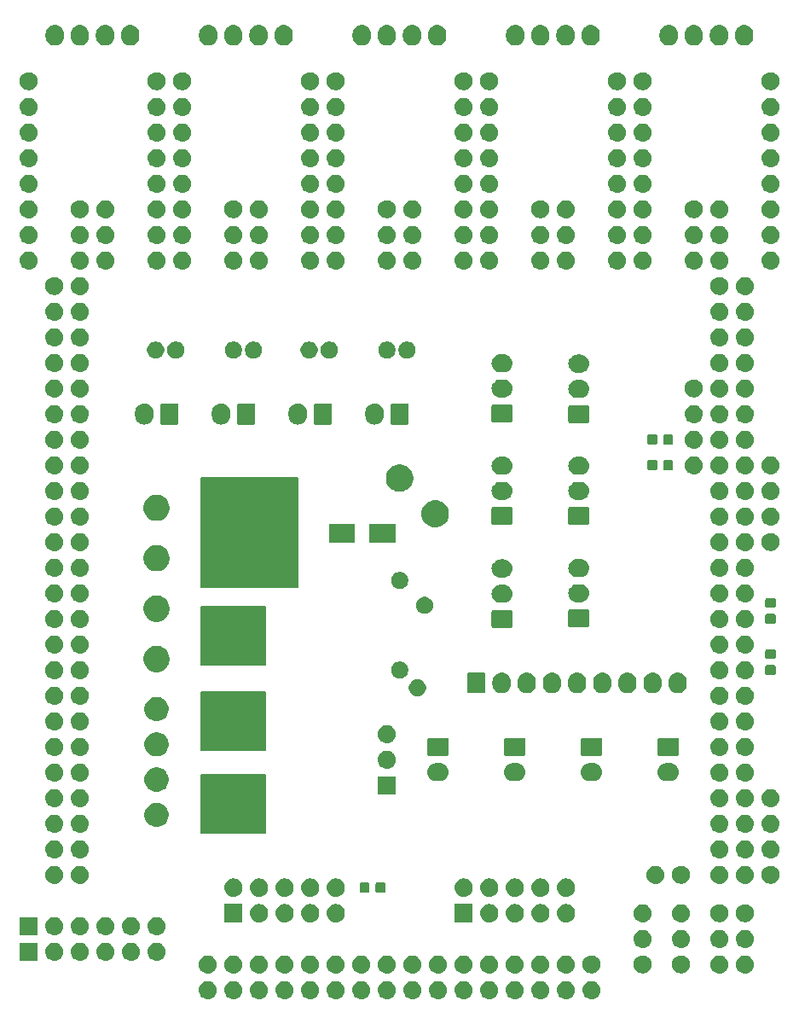
<source format=gbr>
G04 #@! TF.GenerationSoftware,KiCad,Pcbnew,(5.0.2)-1*
G04 #@! TF.CreationDate,2019-03-19T13:08:56+03:00*
G04 #@! TF.ProjectId,STM32F407VET6,53544d33-3246-4343-9037-564554362e6b,rev?*
G04 #@! TF.SameCoordinates,Original*
G04 #@! TF.FileFunction,Soldermask,Bot*
G04 #@! TF.FilePolarity,Negative*
%FSLAX46Y46*%
G04 Gerber Fmt 4.6, Leading zero omitted, Abs format (unit mm)*
G04 Created by KiCad (PCBNEW (5.0.2)-1) date 19/03/2019 13:08:56*
%MOMM*%
%LPD*%
G01*
G04 APERTURE LIST*
%ADD10C,0.150000*%
%ADD11C,0.100000*%
G04 APERTURE END LIST*
D10*
G36*
X136500000Y-132300000D02*
X142900000Y-132300000D01*
X142900000Y-138100000D01*
X136500000Y-138100000D01*
X136500000Y-132300000D01*
G37*
X136500000Y-132300000D02*
X142900000Y-132300000D01*
X142900000Y-138100000D01*
X136500000Y-138100000D01*
X136500000Y-132300000D01*
G36*
X136500000Y-124100000D02*
X142900000Y-124100000D01*
X142900000Y-129900000D01*
X136500000Y-129900000D01*
X136500000Y-124100000D01*
G37*
X136500000Y-124100000D02*
X142900000Y-124100000D01*
X142900000Y-129900000D01*
X136500000Y-129900000D01*
X136500000Y-124100000D01*
G36*
X136500000Y-115600000D02*
X142900000Y-115600000D01*
X142900000Y-121400000D01*
X136500000Y-121400000D01*
X136500000Y-115600000D01*
G37*
X136500000Y-115600000D02*
X142900000Y-115600000D01*
X142900000Y-121400000D01*
X136500000Y-121400000D01*
X136500000Y-115600000D01*
G36*
X136525000Y-113665000D02*
X136525000Y-102870000D01*
X146050000Y-102870000D01*
X146050000Y-113665000D01*
X136525000Y-113665000D01*
G37*
X136525000Y-113665000D02*
X136525000Y-102870000D01*
X146050000Y-102870000D01*
X146050000Y-113665000D01*
X136525000Y-113665000D01*
D11*
G36*
X175370442Y-152775518D02*
X175436627Y-152782037D01*
X175549853Y-152816384D01*
X175606467Y-152833557D01*
X175745087Y-152907652D01*
X175762991Y-152917222D01*
X175798729Y-152946552D01*
X175900186Y-153029814D01*
X175983448Y-153131271D01*
X176012778Y-153167009D01*
X176012779Y-153167011D01*
X176096443Y-153323533D01*
X176096443Y-153323534D01*
X176147963Y-153493373D01*
X176165359Y-153670000D01*
X176147963Y-153846627D01*
X176113616Y-153959853D01*
X176096443Y-154016467D01*
X176022348Y-154155087D01*
X176012778Y-154172991D01*
X175983448Y-154208729D01*
X175900186Y-154310186D01*
X175798729Y-154393448D01*
X175762991Y-154422778D01*
X175762989Y-154422779D01*
X175606467Y-154506443D01*
X175549853Y-154523616D01*
X175436627Y-154557963D01*
X175370443Y-154564481D01*
X175304260Y-154571000D01*
X175215740Y-154571000D01*
X175149557Y-154564481D01*
X175083373Y-154557963D01*
X174970147Y-154523616D01*
X174913533Y-154506443D01*
X174757011Y-154422779D01*
X174757009Y-154422778D01*
X174721271Y-154393448D01*
X174619814Y-154310186D01*
X174536552Y-154208729D01*
X174507222Y-154172991D01*
X174497652Y-154155087D01*
X174423557Y-154016467D01*
X174406384Y-153959853D01*
X174372037Y-153846627D01*
X174354641Y-153670000D01*
X174372037Y-153493373D01*
X174423557Y-153323534D01*
X174423557Y-153323533D01*
X174507221Y-153167011D01*
X174507222Y-153167009D01*
X174536552Y-153131271D01*
X174619814Y-153029814D01*
X174721271Y-152946552D01*
X174757009Y-152917222D01*
X174774913Y-152907652D01*
X174913533Y-152833557D01*
X174970147Y-152816384D01*
X175083373Y-152782037D01*
X175149558Y-152775518D01*
X175215740Y-152769000D01*
X175304260Y-152769000D01*
X175370442Y-152775518D01*
X175370442Y-152775518D01*
G37*
G36*
X155050442Y-152775518D02*
X155116627Y-152782037D01*
X155229853Y-152816384D01*
X155286467Y-152833557D01*
X155425087Y-152907652D01*
X155442991Y-152917222D01*
X155478729Y-152946552D01*
X155580186Y-153029814D01*
X155663448Y-153131271D01*
X155692778Y-153167009D01*
X155692779Y-153167011D01*
X155776443Y-153323533D01*
X155776443Y-153323534D01*
X155827963Y-153493373D01*
X155845359Y-153670000D01*
X155827963Y-153846627D01*
X155793616Y-153959853D01*
X155776443Y-154016467D01*
X155702348Y-154155087D01*
X155692778Y-154172991D01*
X155663448Y-154208729D01*
X155580186Y-154310186D01*
X155478729Y-154393448D01*
X155442991Y-154422778D01*
X155442989Y-154422779D01*
X155286467Y-154506443D01*
X155229853Y-154523616D01*
X155116627Y-154557963D01*
X155050443Y-154564481D01*
X154984260Y-154571000D01*
X154895740Y-154571000D01*
X154829557Y-154564481D01*
X154763373Y-154557963D01*
X154650147Y-154523616D01*
X154593533Y-154506443D01*
X154437011Y-154422779D01*
X154437009Y-154422778D01*
X154401271Y-154393448D01*
X154299814Y-154310186D01*
X154216552Y-154208729D01*
X154187222Y-154172991D01*
X154177652Y-154155087D01*
X154103557Y-154016467D01*
X154086384Y-153959853D01*
X154052037Y-153846627D01*
X154034641Y-153670000D01*
X154052037Y-153493373D01*
X154103557Y-153323534D01*
X154103557Y-153323533D01*
X154187221Y-153167011D01*
X154187222Y-153167009D01*
X154216552Y-153131271D01*
X154299814Y-153029814D01*
X154401271Y-152946552D01*
X154437009Y-152917222D01*
X154454913Y-152907652D01*
X154593533Y-152833557D01*
X154650147Y-152816384D01*
X154763373Y-152782037D01*
X154829558Y-152775518D01*
X154895740Y-152769000D01*
X154984260Y-152769000D01*
X155050442Y-152775518D01*
X155050442Y-152775518D01*
G37*
G36*
X170290442Y-152775518D02*
X170356627Y-152782037D01*
X170469853Y-152816384D01*
X170526467Y-152833557D01*
X170665087Y-152907652D01*
X170682991Y-152917222D01*
X170718729Y-152946552D01*
X170820186Y-153029814D01*
X170903448Y-153131271D01*
X170932778Y-153167009D01*
X170932779Y-153167011D01*
X171016443Y-153323533D01*
X171016443Y-153323534D01*
X171067963Y-153493373D01*
X171085359Y-153670000D01*
X171067963Y-153846627D01*
X171033616Y-153959853D01*
X171016443Y-154016467D01*
X170942348Y-154155087D01*
X170932778Y-154172991D01*
X170903448Y-154208729D01*
X170820186Y-154310186D01*
X170718729Y-154393448D01*
X170682991Y-154422778D01*
X170682989Y-154422779D01*
X170526467Y-154506443D01*
X170469853Y-154523616D01*
X170356627Y-154557963D01*
X170290443Y-154564481D01*
X170224260Y-154571000D01*
X170135740Y-154571000D01*
X170069557Y-154564481D01*
X170003373Y-154557963D01*
X169890147Y-154523616D01*
X169833533Y-154506443D01*
X169677011Y-154422779D01*
X169677009Y-154422778D01*
X169641271Y-154393448D01*
X169539814Y-154310186D01*
X169456552Y-154208729D01*
X169427222Y-154172991D01*
X169417652Y-154155087D01*
X169343557Y-154016467D01*
X169326384Y-153959853D01*
X169292037Y-153846627D01*
X169274641Y-153670000D01*
X169292037Y-153493373D01*
X169343557Y-153323534D01*
X169343557Y-153323533D01*
X169427221Y-153167011D01*
X169427222Y-153167009D01*
X169456552Y-153131271D01*
X169539814Y-153029814D01*
X169641271Y-152946552D01*
X169677009Y-152917222D01*
X169694913Y-152907652D01*
X169833533Y-152833557D01*
X169890147Y-152816384D01*
X170003373Y-152782037D01*
X170069558Y-152775518D01*
X170135740Y-152769000D01*
X170224260Y-152769000D01*
X170290442Y-152775518D01*
X170290442Y-152775518D01*
G37*
G36*
X167750442Y-152775518D02*
X167816627Y-152782037D01*
X167929853Y-152816384D01*
X167986467Y-152833557D01*
X168125087Y-152907652D01*
X168142991Y-152917222D01*
X168178729Y-152946552D01*
X168280186Y-153029814D01*
X168363448Y-153131271D01*
X168392778Y-153167009D01*
X168392779Y-153167011D01*
X168476443Y-153323533D01*
X168476443Y-153323534D01*
X168527963Y-153493373D01*
X168545359Y-153670000D01*
X168527963Y-153846627D01*
X168493616Y-153959853D01*
X168476443Y-154016467D01*
X168402348Y-154155087D01*
X168392778Y-154172991D01*
X168363448Y-154208729D01*
X168280186Y-154310186D01*
X168178729Y-154393448D01*
X168142991Y-154422778D01*
X168142989Y-154422779D01*
X167986467Y-154506443D01*
X167929853Y-154523616D01*
X167816627Y-154557963D01*
X167750443Y-154564481D01*
X167684260Y-154571000D01*
X167595740Y-154571000D01*
X167529557Y-154564481D01*
X167463373Y-154557963D01*
X167350147Y-154523616D01*
X167293533Y-154506443D01*
X167137011Y-154422779D01*
X167137009Y-154422778D01*
X167101271Y-154393448D01*
X166999814Y-154310186D01*
X166916552Y-154208729D01*
X166887222Y-154172991D01*
X166877652Y-154155087D01*
X166803557Y-154016467D01*
X166786384Y-153959853D01*
X166752037Y-153846627D01*
X166734641Y-153670000D01*
X166752037Y-153493373D01*
X166803557Y-153323534D01*
X166803557Y-153323533D01*
X166887221Y-153167011D01*
X166887222Y-153167009D01*
X166916552Y-153131271D01*
X166999814Y-153029814D01*
X167101271Y-152946552D01*
X167137009Y-152917222D01*
X167154913Y-152907652D01*
X167293533Y-152833557D01*
X167350147Y-152816384D01*
X167463373Y-152782037D01*
X167529558Y-152775518D01*
X167595740Y-152769000D01*
X167684260Y-152769000D01*
X167750442Y-152775518D01*
X167750442Y-152775518D01*
G37*
G36*
X165210442Y-152775518D02*
X165276627Y-152782037D01*
X165389853Y-152816384D01*
X165446467Y-152833557D01*
X165585087Y-152907652D01*
X165602991Y-152917222D01*
X165638729Y-152946552D01*
X165740186Y-153029814D01*
X165823448Y-153131271D01*
X165852778Y-153167009D01*
X165852779Y-153167011D01*
X165936443Y-153323533D01*
X165936443Y-153323534D01*
X165987963Y-153493373D01*
X166005359Y-153670000D01*
X165987963Y-153846627D01*
X165953616Y-153959853D01*
X165936443Y-154016467D01*
X165862348Y-154155087D01*
X165852778Y-154172991D01*
X165823448Y-154208729D01*
X165740186Y-154310186D01*
X165638729Y-154393448D01*
X165602991Y-154422778D01*
X165602989Y-154422779D01*
X165446467Y-154506443D01*
X165389853Y-154523616D01*
X165276627Y-154557963D01*
X165210443Y-154564481D01*
X165144260Y-154571000D01*
X165055740Y-154571000D01*
X164989557Y-154564481D01*
X164923373Y-154557963D01*
X164810147Y-154523616D01*
X164753533Y-154506443D01*
X164597011Y-154422779D01*
X164597009Y-154422778D01*
X164561271Y-154393448D01*
X164459814Y-154310186D01*
X164376552Y-154208729D01*
X164347222Y-154172991D01*
X164337652Y-154155087D01*
X164263557Y-154016467D01*
X164246384Y-153959853D01*
X164212037Y-153846627D01*
X164194641Y-153670000D01*
X164212037Y-153493373D01*
X164263557Y-153323534D01*
X164263557Y-153323533D01*
X164347221Y-153167011D01*
X164347222Y-153167009D01*
X164376552Y-153131271D01*
X164459814Y-153029814D01*
X164561271Y-152946552D01*
X164597009Y-152917222D01*
X164614913Y-152907652D01*
X164753533Y-152833557D01*
X164810147Y-152816384D01*
X164923373Y-152782037D01*
X164989558Y-152775518D01*
X165055740Y-152769000D01*
X165144260Y-152769000D01*
X165210442Y-152775518D01*
X165210442Y-152775518D01*
G37*
G36*
X162670442Y-152775518D02*
X162736627Y-152782037D01*
X162849853Y-152816384D01*
X162906467Y-152833557D01*
X163045087Y-152907652D01*
X163062991Y-152917222D01*
X163098729Y-152946552D01*
X163200186Y-153029814D01*
X163283448Y-153131271D01*
X163312778Y-153167009D01*
X163312779Y-153167011D01*
X163396443Y-153323533D01*
X163396443Y-153323534D01*
X163447963Y-153493373D01*
X163465359Y-153670000D01*
X163447963Y-153846627D01*
X163413616Y-153959853D01*
X163396443Y-154016467D01*
X163322348Y-154155087D01*
X163312778Y-154172991D01*
X163283448Y-154208729D01*
X163200186Y-154310186D01*
X163098729Y-154393448D01*
X163062991Y-154422778D01*
X163062989Y-154422779D01*
X162906467Y-154506443D01*
X162849853Y-154523616D01*
X162736627Y-154557963D01*
X162670443Y-154564481D01*
X162604260Y-154571000D01*
X162515740Y-154571000D01*
X162449557Y-154564481D01*
X162383373Y-154557963D01*
X162270147Y-154523616D01*
X162213533Y-154506443D01*
X162057011Y-154422779D01*
X162057009Y-154422778D01*
X162021271Y-154393448D01*
X161919814Y-154310186D01*
X161836552Y-154208729D01*
X161807222Y-154172991D01*
X161797652Y-154155087D01*
X161723557Y-154016467D01*
X161706384Y-153959853D01*
X161672037Y-153846627D01*
X161654641Y-153670000D01*
X161672037Y-153493373D01*
X161723557Y-153323534D01*
X161723557Y-153323533D01*
X161807221Y-153167011D01*
X161807222Y-153167009D01*
X161836552Y-153131271D01*
X161919814Y-153029814D01*
X162021271Y-152946552D01*
X162057009Y-152917222D01*
X162074913Y-152907652D01*
X162213533Y-152833557D01*
X162270147Y-152816384D01*
X162383373Y-152782037D01*
X162449558Y-152775518D01*
X162515740Y-152769000D01*
X162604260Y-152769000D01*
X162670442Y-152775518D01*
X162670442Y-152775518D01*
G37*
G36*
X160130442Y-152775518D02*
X160196627Y-152782037D01*
X160309853Y-152816384D01*
X160366467Y-152833557D01*
X160505087Y-152907652D01*
X160522991Y-152917222D01*
X160558729Y-152946552D01*
X160660186Y-153029814D01*
X160743448Y-153131271D01*
X160772778Y-153167009D01*
X160772779Y-153167011D01*
X160856443Y-153323533D01*
X160856443Y-153323534D01*
X160907963Y-153493373D01*
X160925359Y-153670000D01*
X160907963Y-153846627D01*
X160873616Y-153959853D01*
X160856443Y-154016467D01*
X160782348Y-154155087D01*
X160772778Y-154172991D01*
X160743448Y-154208729D01*
X160660186Y-154310186D01*
X160558729Y-154393448D01*
X160522991Y-154422778D01*
X160522989Y-154422779D01*
X160366467Y-154506443D01*
X160309853Y-154523616D01*
X160196627Y-154557963D01*
X160130443Y-154564481D01*
X160064260Y-154571000D01*
X159975740Y-154571000D01*
X159909557Y-154564481D01*
X159843373Y-154557963D01*
X159730147Y-154523616D01*
X159673533Y-154506443D01*
X159517011Y-154422779D01*
X159517009Y-154422778D01*
X159481271Y-154393448D01*
X159379814Y-154310186D01*
X159296552Y-154208729D01*
X159267222Y-154172991D01*
X159257652Y-154155087D01*
X159183557Y-154016467D01*
X159166384Y-153959853D01*
X159132037Y-153846627D01*
X159114641Y-153670000D01*
X159132037Y-153493373D01*
X159183557Y-153323534D01*
X159183557Y-153323533D01*
X159267221Y-153167011D01*
X159267222Y-153167009D01*
X159296552Y-153131271D01*
X159379814Y-153029814D01*
X159481271Y-152946552D01*
X159517009Y-152917222D01*
X159534913Y-152907652D01*
X159673533Y-152833557D01*
X159730147Y-152816384D01*
X159843373Y-152782037D01*
X159909558Y-152775518D01*
X159975740Y-152769000D01*
X160064260Y-152769000D01*
X160130442Y-152775518D01*
X160130442Y-152775518D01*
G37*
G36*
X157590442Y-152775518D02*
X157656627Y-152782037D01*
X157769853Y-152816384D01*
X157826467Y-152833557D01*
X157965087Y-152907652D01*
X157982991Y-152917222D01*
X158018729Y-152946552D01*
X158120186Y-153029814D01*
X158203448Y-153131271D01*
X158232778Y-153167009D01*
X158232779Y-153167011D01*
X158316443Y-153323533D01*
X158316443Y-153323534D01*
X158367963Y-153493373D01*
X158385359Y-153670000D01*
X158367963Y-153846627D01*
X158333616Y-153959853D01*
X158316443Y-154016467D01*
X158242348Y-154155087D01*
X158232778Y-154172991D01*
X158203448Y-154208729D01*
X158120186Y-154310186D01*
X158018729Y-154393448D01*
X157982991Y-154422778D01*
X157982989Y-154422779D01*
X157826467Y-154506443D01*
X157769853Y-154523616D01*
X157656627Y-154557963D01*
X157590443Y-154564481D01*
X157524260Y-154571000D01*
X157435740Y-154571000D01*
X157369557Y-154564481D01*
X157303373Y-154557963D01*
X157190147Y-154523616D01*
X157133533Y-154506443D01*
X156977011Y-154422779D01*
X156977009Y-154422778D01*
X156941271Y-154393448D01*
X156839814Y-154310186D01*
X156756552Y-154208729D01*
X156727222Y-154172991D01*
X156717652Y-154155087D01*
X156643557Y-154016467D01*
X156626384Y-153959853D01*
X156592037Y-153846627D01*
X156574641Y-153670000D01*
X156592037Y-153493373D01*
X156643557Y-153323534D01*
X156643557Y-153323533D01*
X156727221Y-153167011D01*
X156727222Y-153167009D01*
X156756552Y-153131271D01*
X156839814Y-153029814D01*
X156941271Y-152946552D01*
X156977009Y-152917222D01*
X156994913Y-152907652D01*
X157133533Y-152833557D01*
X157190147Y-152816384D01*
X157303373Y-152782037D01*
X157369558Y-152775518D01*
X157435740Y-152769000D01*
X157524260Y-152769000D01*
X157590442Y-152775518D01*
X157590442Y-152775518D01*
G37*
G36*
X172830442Y-152775518D02*
X172896627Y-152782037D01*
X173009853Y-152816384D01*
X173066467Y-152833557D01*
X173205087Y-152907652D01*
X173222991Y-152917222D01*
X173258729Y-152946552D01*
X173360186Y-153029814D01*
X173443448Y-153131271D01*
X173472778Y-153167009D01*
X173472779Y-153167011D01*
X173556443Y-153323533D01*
X173556443Y-153323534D01*
X173607963Y-153493373D01*
X173625359Y-153670000D01*
X173607963Y-153846627D01*
X173573616Y-153959853D01*
X173556443Y-154016467D01*
X173482348Y-154155087D01*
X173472778Y-154172991D01*
X173443448Y-154208729D01*
X173360186Y-154310186D01*
X173258729Y-154393448D01*
X173222991Y-154422778D01*
X173222989Y-154422779D01*
X173066467Y-154506443D01*
X173009853Y-154523616D01*
X172896627Y-154557963D01*
X172830443Y-154564481D01*
X172764260Y-154571000D01*
X172675740Y-154571000D01*
X172609557Y-154564481D01*
X172543373Y-154557963D01*
X172430147Y-154523616D01*
X172373533Y-154506443D01*
X172217011Y-154422779D01*
X172217009Y-154422778D01*
X172181271Y-154393448D01*
X172079814Y-154310186D01*
X171996552Y-154208729D01*
X171967222Y-154172991D01*
X171957652Y-154155087D01*
X171883557Y-154016467D01*
X171866384Y-153959853D01*
X171832037Y-153846627D01*
X171814641Y-153670000D01*
X171832037Y-153493373D01*
X171883557Y-153323534D01*
X171883557Y-153323533D01*
X171967221Y-153167011D01*
X171967222Y-153167009D01*
X171996552Y-153131271D01*
X172079814Y-153029814D01*
X172181271Y-152946552D01*
X172217009Y-152917222D01*
X172234913Y-152907652D01*
X172373533Y-152833557D01*
X172430147Y-152816384D01*
X172543373Y-152782037D01*
X172609558Y-152775518D01*
X172675740Y-152769000D01*
X172764260Y-152769000D01*
X172830442Y-152775518D01*
X172830442Y-152775518D01*
G37*
G36*
X149970442Y-152775518D02*
X150036627Y-152782037D01*
X150149853Y-152816384D01*
X150206467Y-152833557D01*
X150345087Y-152907652D01*
X150362991Y-152917222D01*
X150398729Y-152946552D01*
X150500186Y-153029814D01*
X150583448Y-153131271D01*
X150612778Y-153167009D01*
X150612779Y-153167011D01*
X150696443Y-153323533D01*
X150696443Y-153323534D01*
X150747963Y-153493373D01*
X150765359Y-153670000D01*
X150747963Y-153846627D01*
X150713616Y-153959853D01*
X150696443Y-154016467D01*
X150622348Y-154155087D01*
X150612778Y-154172991D01*
X150583448Y-154208729D01*
X150500186Y-154310186D01*
X150398729Y-154393448D01*
X150362991Y-154422778D01*
X150362989Y-154422779D01*
X150206467Y-154506443D01*
X150149853Y-154523616D01*
X150036627Y-154557963D01*
X149970443Y-154564481D01*
X149904260Y-154571000D01*
X149815740Y-154571000D01*
X149749557Y-154564481D01*
X149683373Y-154557963D01*
X149570147Y-154523616D01*
X149513533Y-154506443D01*
X149357011Y-154422779D01*
X149357009Y-154422778D01*
X149321271Y-154393448D01*
X149219814Y-154310186D01*
X149136552Y-154208729D01*
X149107222Y-154172991D01*
X149097652Y-154155087D01*
X149023557Y-154016467D01*
X149006384Y-153959853D01*
X148972037Y-153846627D01*
X148954641Y-153670000D01*
X148972037Y-153493373D01*
X149023557Y-153323534D01*
X149023557Y-153323533D01*
X149107221Y-153167011D01*
X149107222Y-153167009D01*
X149136552Y-153131271D01*
X149219814Y-153029814D01*
X149321271Y-152946552D01*
X149357009Y-152917222D01*
X149374913Y-152907652D01*
X149513533Y-152833557D01*
X149570147Y-152816384D01*
X149683373Y-152782037D01*
X149749558Y-152775518D01*
X149815740Y-152769000D01*
X149904260Y-152769000D01*
X149970442Y-152775518D01*
X149970442Y-152775518D01*
G37*
G36*
X147430442Y-152775518D02*
X147496627Y-152782037D01*
X147609853Y-152816384D01*
X147666467Y-152833557D01*
X147805087Y-152907652D01*
X147822991Y-152917222D01*
X147858729Y-152946552D01*
X147960186Y-153029814D01*
X148043448Y-153131271D01*
X148072778Y-153167009D01*
X148072779Y-153167011D01*
X148156443Y-153323533D01*
X148156443Y-153323534D01*
X148207963Y-153493373D01*
X148225359Y-153670000D01*
X148207963Y-153846627D01*
X148173616Y-153959853D01*
X148156443Y-154016467D01*
X148082348Y-154155087D01*
X148072778Y-154172991D01*
X148043448Y-154208729D01*
X147960186Y-154310186D01*
X147858729Y-154393448D01*
X147822991Y-154422778D01*
X147822989Y-154422779D01*
X147666467Y-154506443D01*
X147609853Y-154523616D01*
X147496627Y-154557963D01*
X147430443Y-154564481D01*
X147364260Y-154571000D01*
X147275740Y-154571000D01*
X147209557Y-154564481D01*
X147143373Y-154557963D01*
X147030147Y-154523616D01*
X146973533Y-154506443D01*
X146817011Y-154422779D01*
X146817009Y-154422778D01*
X146781271Y-154393448D01*
X146679814Y-154310186D01*
X146596552Y-154208729D01*
X146567222Y-154172991D01*
X146557652Y-154155087D01*
X146483557Y-154016467D01*
X146466384Y-153959853D01*
X146432037Y-153846627D01*
X146414641Y-153670000D01*
X146432037Y-153493373D01*
X146483557Y-153323534D01*
X146483557Y-153323533D01*
X146567221Y-153167011D01*
X146567222Y-153167009D01*
X146596552Y-153131271D01*
X146679814Y-153029814D01*
X146781271Y-152946552D01*
X146817009Y-152917222D01*
X146834913Y-152907652D01*
X146973533Y-152833557D01*
X147030147Y-152816384D01*
X147143373Y-152782037D01*
X147209558Y-152775518D01*
X147275740Y-152769000D01*
X147364260Y-152769000D01*
X147430442Y-152775518D01*
X147430442Y-152775518D01*
G37*
G36*
X144890442Y-152775518D02*
X144956627Y-152782037D01*
X145069853Y-152816384D01*
X145126467Y-152833557D01*
X145265087Y-152907652D01*
X145282991Y-152917222D01*
X145318729Y-152946552D01*
X145420186Y-153029814D01*
X145503448Y-153131271D01*
X145532778Y-153167009D01*
X145532779Y-153167011D01*
X145616443Y-153323533D01*
X145616443Y-153323534D01*
X145667963Y-153493373D01*
X145685359Y-153670000D01*
X145667963Y-153846627D01*
X145633616Y-153959853D01*
X145616443Y-154016467D01*
X145542348Y-154155087D01*
X145532778Y-154172991D01*
X145503448Y-154208729D01*
X145420186Y-154310186D01*
X145318729Y-154393448D01*
X145282991Y-154422778D01*
X145282989Y-154422779D01*
X145126467Y-154506443D01*
X145069853Y-154523616D01*
X144956627Y-154557963D01*
X144890443Y-154564481D01*
X144824260Y-154571000D01*
X144735740Y-154571000D01*
X144669557Y-154564481D01*
X144603373Y-154557963D01*
X144490147Y-154523616D01*
X144433533Y-154506443D01*
X144277011Y-154422779D01*
X144277009Y-154422778D01*
X144241271Y-154393448D01*
X144139814Y-154310186D01*
X144056552Y-154208729D01*
X144027222Y-154172991D01*
X144017652Y-154155087D01*
X143943557Y-154016467D01*
X143926384Y-153959853D01*
X143892037Y-153846627D01*
X143874641Y-153670000D01*
X143892037Y-153493373D01*
X143943557Y-153323534D01*
X143943557Y-153323533D01*
X144027221Y-153167011D01*
X144027222Y-153167009D01*
X144056552Y-153131271D01*
X144139814Y-153029814D01*
X144241271Y-152946552D01*
X144277009Y-152917222D01*
X144294913Y-152907652D01*
X144433533Y-152833557D01*
X144490147Y-152816384D01*
X144603373Y-152782037D01*
X144669558Y-152775518D01*
X144735740Y-152769000D01*
X144824260Y-152769000D01*
X144890442Y-152775518D01*
X144890442Y-152775518D01*
G37*
G36*
X142350442Y-152775518D02*
X142416627Y-152782037D01*
X142529853Y-152816384D01*
X142586467Y-152833557D01*
X142725087Y-152907652D01*
X142742991Y-152917222D01*
X142778729Y-152946552D01*
X142880186Y-153029814D01*
X142963448Y-153131271D01*
X142992778Y-153167009D01*
X142992779Y-153167011D01*
X143076443Y-153323533D01*
X143076443Y-153323534D01*
X143127963Y-153493373D01*
X143145359Y-153670000D01*
X143127963Y-153846627D01*
X143093616Y-153959853D01*
X143076443Y-154016467D01*
X143002348Y-154155087D01*
X142992778Y-154172991D01*
X142963448Y-154208729D01*
X142880186Y-154310186D01*
X142778729Y-154393448D01*
X142742991Y-154422778D01*
X142742989Y-154422779D01*
X142586467Y-154506443D01*
X142529853Y-154523616D01*
X142416627Y-154557963D01*
X142350443Y-154564481D01*
X142284260Y-154571000D01*
X142195740Y-154571000D01*
X142129557Y-154564481D01*
X142063373Y-154557963D01*
X141950147Y-154523616D01*
X141893533Y-154506443D01*
X141737011Y-154422779D01*
X141737009Y-154422778D01*
X141701271Y-154393448D01*
X141599814Y-154310186D01*
X141516552Y-154208729D01*
X141487222Y-154172991D01*
X141477652Y-154155087D01*
X141403557Y-154016467D01*
X141386384Y-153959853D01*
X141352037Y-153846627D01*
X141334641Y-153670000D01*
X141352037Y-153493373D01*
X141403557Y-153323534D01*
X141403557Y-153323533D01*
X141487221Y-153167011D01*
X141487222Y-153167009D01*
X141516552Y-153131271D01*
X141599814Y-153029814D01*
X141701271Y-152946552D01*
X141737009Y-152917222D01*
X141754913Y-152907652D01*
X141893533Y-152833557D01*
X141950147Y-152816384D01*
X142063373Y-152782037D01*
X142129558Y-152775518D01*
X142195740Y-152769000D01*
X142284260Y-152769000D01*
X142350442Y-152775518D01*
X142350442Y-152775518D01*
G37*
G36*
X139810442Y-152775518D02*
X139876627Y-152782037D01*
X139989853Y-152816384D01*
X140046467Y-152833557D01*
X140185087Y-152907652D01*
X140202991Y-152917222D01*
X140238729Y-152946552D01*
X140340186Y-153029814D01*
X140423448Y-153131271D01*
X140452778Y-153167009D01*
X140452779Y-153167011D01*
X140536443Y-153323533D01*
X140536443Y-153323534D01*
X140587963Y-153493373D01*
X140605359Y-153670000D01*
X140587963Y-153846627D01*
X140553616Y-153959853D01*
X140536443Y-154016467D01*
X140462348Y-154155087D01*
X140452778Y-154172991D01*
X140423448Y-154208729D01*
X140340186Y-154310186D01*
X140238729Y-154393448D01*
X140202991Y-154422778D01*
X140202989Y-154422779D01*
X140046467Y-154506443D01*
X139989853Y-154523616D01*
X139876627Y-154557963D01*
X139810443Y-154564481D01*
X139744260Y-154571000D01*
X139655740Y-154571000D01*
X139589557Y-154564481D01*
X139523373Y-154557963D01*
X139410147Y-154523616D01*
X139353533Y-154506443D01*
X139197011Y-154422779D01*
X139197009Y-154422778D01*
X139161271Y-154393448D01*
X139059814Y-154310186D01*
X138976552Y-154208729D01*
X138947222Y-154172991D01*
X138937652Y-154155087D01*
X138863557Y-154016467D01*
X138846384Y-153959853D01*
X138812037Y-153846627D01*
X138794641Y-153670000D01*
X138812037Y-153493373D01*
X138863557Y-153323534D01*
X138863557Y-153323533D01*
X138947221Y-153167011D01*
X138947222Y-153167009D01*
X138976552Y-153131271D01*
X139059814Y-153029814D01*
X139161271Y-152946552D01*
X139197009Y-152917222D01*
X139214913Y-152907652D01*
X139353533Y-152833557D01*
X139410147Y-152816384D01*
X139523373Y-152782037D01*
X139589558Y-152775518D01*
X139655740Y-152769000D01*
X139744260Y-152769000D01*
X139810442Y-152775518D01*
X139810442Y-152775518D01*
G37*
G36*
X137270442Y-152775518D02*
X137336627Y-152782037D01*
X137449853Y-152816384D01*
X137506467Y-152833557D01*
X137645087Y-152907652D01*
X137662991Y-152917222D01*
X137698729Y-152946552D01*
X137800186Y-153029814D01*
X137883448Y-153131271D01*
X137912778Y-153167009D01*
X137912779Y-153167011D01*
X137996443Y-153323533D01*
X137996443Y-153323534D01*
X138047963Y-153493373D01*
X138065359Y-153670000D01*
X138047963Y-153846627D01*
X138013616Y-153959853D01*
X137996443Y-154016467D01*
X137922348Y-154155087D01*
X137912778Y-154172991D01*
X137883448Y-154208729D01*
X137800186Y-154310186D01*
X137698729Y-154393448D01*
X137662991Y-154422778D01*
X137662989Y-154422779D01*
X137506467Y-154506443D01*
X137449853Y-154523616D01*
X137336627Y-154557963D01*
X137270443Y-154564481D01*
X137204260Y-154571000D01*
X137115740Y-154571000D01*
X137049557Y-154564481D01*
X136983373Y-154557963D01*
X136870147Y-154523616D01*
X136813533Y-154506443D01*
X136657011Y-154422779D01*
X136657009Y-154422778D01*
X136621271Y-154393448D01*
X136519814Y-154310186D01*
X136436552Y-154208729D01*
X136407222Y-154172991D01*
X136397652Y-154155087D01*
X136323557Y-154016467D01*
X136306384Y-153959853D01*
X136272037Y-153846627D01*
X136254641Y-153670000D01*
X136272037Y-153493373D01*
X136323557Y-153323534D01*
X136323557Y-153323533D01*
X136407221Y-153167011D01*
X136407222Y-153167009D01*
X136436552Y-153131271D01*
X136519814Y-153029814D01*
X136621271Y-152946552D01*
X136657009Y-152917222D01*
X136674913Y-152907652D01*
X136813533Y-152833557D01*
X136870147Y-152816384D01*
X136983373Y-152782037D01*
X137049558Y-152775518D01*
X137115740Y-152769000D01*
X137204260Y-152769000D01*
X137270442Y-152775518D01*
X137270442Y-152775518D01*
G37*
G36*
X152510442Y-152775518D02*
X152576627Y-152782037D01*
X152689853Y-152816384D01*
X152746467Y-152833557D01*
X152885087Y-152907652D01*
X152902991Y-152917222D01*
X152938729Y-152946552D01*
X153040186Y-153029814D01*
X153123448Y-153131271D01*
X153152778Y-153167009D01*
X153152779Y-153167011D01*
X153236443Y-153323533D01*
X153236443Y-153323534D01*
X153287963Y-153493373D01*
X153305359Y-153670000D01*
X153287963Y-153846627D01*
X153253616Y-153959853D01*
X153236443Y-154016467D01*
X153162348Y-154155087D01*
X153152778Y-154172991D01*
X153123448Y-154208729D01*
X153040186Y-154310186D01*
X152938729Y-154393448D01*
X152902991Y-154422778D01*
X152902989Y-154422779D01*
X152746467Y-154506443D01*
X152689853Y-154523616D01*
X152576627Y-154557963D01*
X152510443Y-154564481D01*
X152444260Y-154571000D01*
X152355740Y-154571000D01*
X152289557Y-154564481D01*
X152223373Y-154557963D01*
X152110147Y-154523616D01*
X152053533Y-154506443D01*
X151897011Y-154422779D01*
X151897009Y-154422778D01*
X151861271Y-154393448D01*
X151759814Y-154310186D01*
X151676552Y-154208729D01*
X151647222Y-154172991D01*
X151637652Y-154155087D01*
X151563557Y-154016467D01*
X151546384Y-153959853D01*
X151512037Y-153846627D01*
X151494641Y-153670000D01*
X151512037Y-153493373D01*
X151563557Y-153323534D01*
X151563557Y-153323533D01*
X151647221Y-153167011D01*
X151647222Y-153167009D01*
X151676552Y-153131271D01*
X151759814Y-153029814D01*
X151861271Y-152946552D01*
X151897009Y-152917222D01*
X151914913Y-152907652D01*
X152053533Y-152833557D01*
X152110147Y-152816384D01*
X152223373Y-152782037D01*
X152289558Y-152775518D01*
X152355740Y-152769000D01*
X152444260Y-152769000D01*
X152510442Y-152775518D01*
X152510442Y-152775518D01*
G37*
G36*
X180602812Y-150263624D02*
X180766784Y-150331544D01*
X180914354Y-150430147D01*
X181039853Y-150555646D01*
X181138456Y-150703216D01*
X181206376Y-150867188D01*
X181241000Y-151041259D01*
X181241000Y-151218741D01*
X181206376Y-151392812D01*
X181138456Y-151556784D01*
X181039853Y-151704354D01*
X180914354Y-151829853D01*
X180766784Y-151928456D01*
X180602812Y-151996376D01*
X180428741Y-152031000D01*
X180251259Y-152031000D01*
X180077188Y-151996376D01*
X179913216Y-151928456D01*
X179765646Y-151829853D01*
X179640147Y-151704354D01*
X179541544Y-151556784D01*
X179473624Y-151392812D01*
X179439000Y-151218741D01*
X179439000Y-151041259D01*
X179473624Y-150867188D01*
X179541544Y-150703216D01*
X179640147Y-150555646D01*
X179765646Y-150430147D01*
X179913216Y-150331544D01*
X180077188Y-150263624D01*
X180251259Y-150229000D01*
X180428741Y-150229000D01*
X180602812Y-150263624D01*
X180602812Y-150263624D01*
G37*
G36*
X160130442Y-150235518D02*
X160196627Y-150242037D01*
X160309853Y-150276384D01*
X160366467Y-150293557D01*
X160496363Y-150362989D01*
X160522991Y-150377222D01*
X160558729Y-150406552D01*
X160660186Y-150489814D01*
X160743448Y-150591271D01*
X160772778Y-150627009D01*
X160772779Y-150627011D01*
X160856443Y-150783533D01*
X160856443Y-150783534D01*
X160907963Y-150953373D01*
X160925359Y-151130000D01*
X160907963Y-151306627D01*
X160881819Y-151392812D01*
X160856443Y-151476467D01*
X160813513Y-151556782D01*
X160772778Y-151632991D01*
X160743448Y-151668729D01*
X160660186Y-151770186D01*
X160587480Y-151829853D01*
X160522991Y-151882778D01*
X160522989Y-151882779D01*
X160366467Y-151966443D01*
X160309853Y-151983616D01*
X160196627Y-152017963D01*
X160130442Y-152024482D01*
X160064260Y-152031000D01*
X159975740Y-152031000D01*
X159909558Y-152024482D01*
X159843373Y-152017963D01*
X159730147Y-151983616D01*
X159673533Y-151966443D01*
X159517011Y-151882779D01*
X159517009Y-151882778D01*
X159452520Y-151829853D01*
X159379814Y-151770186D01*
X159296552Y-151668729D01*
X159267222Y-151632991D01*
X159226487Y-151556782D01*
X159183557Y-151476467D01*
X159158181Y-151392812D01*
X159132037Y-151306627D01*
X159114641Y-151130000D01*
X159132037Y-150953373D01*
X159183557Y-150783534D01*
X159183557Y-150783533D01*
X159267221Y-150627011D01*
X159267222Y-150627009D01*
X159296552Y-150591271D01*
X159379814Y-150489814D01*
X159481271Y-150406552D01*
X159517009Y-150377222D01*
X159543637Y-150362989D01*
X159673533Y-150293557D01*
X159730147Y-150276384D01*
X159843373Y-150242037D01*
X159909558Y-150235518D01*
X159975740Y-150229000D01*
X160064260Y-150229000D01*
X160130442Y-150235518D01*
X160130442Y-150235518D01*
G37*
G36*
X162670442Y-150235518D02*
X162736627Y-150242037D01*
X162849853Y-150276384D01*
X162906467Y-150293557D01*
X163036363Y-150362989D01*
X163062991Y-150377222D01*
X163098729Y-150406552D01*
X163200186Y-150489814D01*
X163283448Y-150591271D01*
X163312778Y-150627009D01*
X163312779Y-150627011D01*
X163396443Y-150783533D01*
X163396443Y-150783534D01*
X163447963Y-150953373D01*
X163465359Y-151130000D01*
X163447963Y-151306627D01*
X163421819Y-151392812D01*
X163396443Y-151476467D01*
X163353513Y-151556782D01*
X163312778Y-151632991D01*
X163283448Y-151668729D01*
X163200186Y-151770186D01*
X163127480Y-151829853D01*
X163062991Y-151882778D01*
X163062989Y-151882779D01*
X162906467Y-151966443D01*
X162849853Y-151983616D01*
X162736627Y-152017963D01*
X162670442Y-152024482D01*
X162604260Y-152031000D01*
X162515740Y-152031000D01*
X162449558Y-152024482D01*
X162383373Y-152017963D01*
X162270147Y-151983616D01*
X162213533Y-151966443D01*
X162057011Y-151882779D01*
X162057009Y-151882778D01*
X161992520Y-151829853D01*
X161919814Y-151770186D01*
X161836552Y-151668729D01*
X161807222Y-151632991D01*
X161766487Y-151556782D01*
X161723557Y-151476467D01*
X161698181Y-151392812D01*
X161672037Y-151306627D01*
X161654641Y-151130000D01*
X161672037Y-150953373D01*
X161723557Y-150783534D01*
X161723557Y-150783533D01*
X161807221Y-150627011D01*
X161807222Y-150627009D01*
X161836552Y-150591271D01*
X161919814Y-150489814D01*
X162021271Y-150406552D01*
X162057009Y-150377222D01*
X162083637Y-150362989D01*
X162213533Y-150293557D01*
X162270147Y-150276384D01*
X162383373Y-150242037D01*
X162449558Y-150235518D01*
X162515740Y-150229000D01*
X162604260Y-150229000D01*
X162670442Y-150235518D01*
X162670442Y-150235518D01*
G37*
G36*
X165210442Y-150235518D02*
X165276627Y-150242037D01*
X165389853Y-150276384D01*
X165446467Y-150293557D01*
X165576363Y-150362989D01*
X165602991Y-150377222D01*
X165638729Y-150406552D01*
X165740186Y-150489814D01*
X165823448Y-150591271D01*
X165852778Y-150627009D01*
X165852779Y-150627011D01*
X165936443Y-150783533D01*
X165936443Y-150783534D01*
X165987963Y-150953373D01*
X166005359Y-151130000D01*
X165987963Y-151306627D01*
X165961819Y-151392812D01*
X165936443Y-151476467D01*
X165893513Y-151556782D01*
X165852778Y-151632991D01*
X165823448Y-151668729D01*
X165740186Y-151770186D01*
X165667480Y-151829853D01*
X165602991Y-151882778D01*
X165602989Y-151882779D01*
X165446467Y-151966443D01*
X165389853Y-151983616D01*
X165276627Y-152017963D01*
X165210442Y-152024482D01*
X165144260Y-152031000D01*
X165055740Y-152031000D01*
X164989558Y-152024482D01*
X164923373Y-152017963D01*
X164810147Y-151983616D01*
X164753533Y-151966443D01*
X164597011Y-151882779D01*
X164597009Y-151882778D01*
X164532520Y-151829853D01*
X164459814Y-151770186D01*
X164376552Y-151668729D01*
X164347222Y-151632991D01*
X164306487Y-151556782D01*
X164263557Y-151476467D01*
X164238181Y-151392812D01*
X164212037Y-151306627D01*
X164194641Y-151130000D01*
X164212037Y-150953373D01*
X164263557Y-150783534D01*
X164263557Y-150783533D01*
X164347221Y-150627011D01*
X164347222Y-150627009D01*
X164376552Y-150591271D01*
X164459814Y-150489814D01*
X164561271Y-150406552D01*
X164597009Y-150377222D01*
X164623637Y-150362989D01*
X164753533Y-150293557D01*
X164810147Y-150276384D01*
X164923373Y-150242037D01*
X164989558Y-150235518D01*
X165055740Y-150229000D01*
X165144260Y-150229000D01*
X165210442Y-150235518D01*
X165210442Y-150235518D01*
G37*
G36*
X167750442Y-150235518D02*
X167816627Y-150242037D01*
X167929853Y-150276384D01*
X167986467Y-150293557D01*
X168116363Y-150362989D01*
X168142991Y-150377222D01*
X168178729Y-150406552D01*
X168280186Y-150489814D01*
X168363448Y-150591271D01*
X168392778Y-150627009D01*
X168392779Y-150627011D01*
X168476443Y-150783533D01*
X168476443Y-150783534D01*
X168527963Y-150953373D01*
X168545359Y-151130000D01*
X168527963Y-151306627D01*
X168501819Y-151392812D01*
X168476443Y-151476467D01*
X168433513Y-151556782D01*
X168392778Y-151632991D01*
X168363448Y-151668729D01*
X168280186Y-151770186D01*
X168207480Y-151829853D01*
X168142991Y-151882778D01*
X168142989Y-151882779D01*
X167986467Y-151966443D01*
X167929853Y-151983616D01*
X167816627Y-152017963D01*
X167750442Y-152024482D01*
X167684260Y-152031000D01*
X167595740Y-152031000D01*
X167529558Y-152024482D01*
X167463373Y-152017963D01*
X167350147Y-151983616D01*
X167293533Y-151966443D01*
X167137011Y-151882779D01*
X167137009Y-151882778D01*
X167072520Y-151829853D01*
X166999814Y-151770186D01*
X166916552Y-151668729D01*
X166887222Y-151632991D01*
X166846487Y-151556782D01*
X166803557Y-151476467D01*
X166778181Y-151392812D01*
X166752037Y-151306627D01*
X166734641Y-151130000D01*
X166752037Y-150953373D01*
X166803557Y-150783534D01*
X166803557Y-150783533D01*
X166887221Y-150627011D01*
X166887222Y-150627009D01*
X166916552Y-150591271D01*
X166999814Y-150489814D01*
X167101271Y-150406552D01*
X167137009Y-150377222D01*
X167163637Y-150362989D01*
X167293533Y-150293557D01*
X167350147Y-150276384D01*
X167463373Y-150242037D01*
X167529558Y-150235518D01*
X167595740Y-150229000D01*
X167684260Y-150229000D01*
X167750442Y-150235518D01*
X167750442Y-150235518D01*
G37*
G36*
X170290442Y-150235518D02*
X170356627Y-150242037D01*
X170469853Y-150276384D01*
X170526467Y-150293557D01*
X170656363Y-150362989D01*
X170682991Y-150377222D01*
X170718729Y-150406552D01*
X170820186Y-150489814D01*
X170903448Y-150591271D01*
X170932778Y-150627009D01*
X170932779Y-150627011D01*
X171016443Y-150783533D01*
X171016443Y-150783534D01*
X171067963Y-150953373D01*
X171085359Y-151130000D01*
X171067963Y-151306627D01*
X171041819Y-151392812D01*
X171016443Y-151476467D01*
X170973513Y-151556782D01*
X170932778Y-151632991D01*
X170903448Y-151668729D01*
X170820186Y-151770186D01*
X170747480Y-151829853D01*
X170682991Y-151882778D01*
X170682989Y-151882779D01*
X170526467Y-151966443D01*
X170469853Y-151983616D01*
X170356627Y-152017963D01*
X170290442Y-152024482D01*
X170224260Y-152031000D01*
X170135740Y-152031000D01*
X170069558Y-152024482D01*
X170003373Y-152017963D01*
X169890147Y-151983616D01*
X169833533Y-151966443D01*
X169677011Y-151882779D01*
X169677009Y-151882778D01*
X169612520Y-151829853D01*
X169539814Y-151770186D01*
X169456552Y-151668729D01*
X169427222Y-151632991D01*
X169386487Y-151556782D01*
X169343557Y-151476467D01*
X169318181Y-151392812D01*
X169292037Y-151306627D01*
X169274641Y-151130000D01*
X169292037Y-150953373D01*
X169343557Y-150783534D01*
X169343557Y-150783533D01*
X169427221Y-150627011D01*
X169427222Y-150627009D01*
X169456552Y-150591271D01*
X169539814Y-150489814D01*
X169641271Y-150406552D01*
X169677009Y-150377222D01*
X169703637Y-150362989D01*
X169833533Y-150293557D01*
X169890147Y-150276384D01*
X170003373Y-150242037D01*
X170069558Y-150235518D01*
X170135740Y-150229000D01*
X170224260Y-150229000D01*
X170290442Y-150235518D01*
X170290442Y-150235518D01*
G37*
G36*
X172830442Y-150235518D02*
X172896627Y-150242037D01*
X173009853Y-150276384D01*
X173066467Y-150293557D01*
X173196363Y-150362989D01*
X173222991Y-150377222D01*
X173258729Y-150406552D01*
X173360186Y-150489814D01*
X173443448Y-150591271D01*
X173472778Y-150627009D01*
X173472779Y-150627011D01*
X173556443Y-150783533D01*
X173556443Y-150783534D01*
X173607963Y-150953373D01*
X173625359Y-151130000D01*
X173607963Y-151306627D01*
X173581819Y-151392812D01*
X173556443Y-151476467D01*
X173513513Y-151556782D01*
X173472778Y-151632991D01*
X173443448Y-151668729D01*
X173360186Y-151770186D01*
X173287480Y-151829853D01*
X173222991Y-151882778D01*
X173222989Y-151882779D01*
X173066467Y-151966443D01*
X173009853Y-151983616D01*
X172896627Y-152017963D01*
X172830442Y-152024482D01*
X172764260Y-152031000D01*
X172675740Y-152031000D01*
X172609558Y-152024482D01*
X172543373Y-152017963D01*
X172430147Y-151983616D01*
X172373533Y-151966443D01*
X172217011Y-151882779D01*
X172217009Y-151882778D01*
X172152520Y-151829853D01*
X172079814Y-151770186D01*
X171996552Y-151668729D01*
X171967222Y-151632991D01*
X171926487Y-151556782D01*
X171883557Y-151476467D01*
X171858181Y-151392812D01*
X171832037Y-151306627D01*
X171814641Y-151130000D01*
X171832037Y-150953373D01*
X171883557Y-150783534D01*
X171883557Y-150783533D01*
X171967221Y-150627011D01*
X171967222Y-150627009D01*
X171996552Y-150591271D01*
X172079814Y-150489814D01*
X172181271Y-150406552D01*
X172217009Y-150377222D01*
X172243637Y-150362989D01*
X172373533Y-150293557D01*
X172430147Y-150276384D01*
X172543373Y-150242037D01*
X172609558Y-150235518D01*
X172675740Y-150229000D01*
X172764260Y-150229000D01*
X172830442Y-150235518D01*
X172830442Y-150235518D01*
G37*
G36*
X184412812Y-150263624D02*
X184576784Y-150331544D01*
X184724354Y-150430147D01*
X184849853Y-150555646D01*
X184948456Y-150703216D01*
X185016376Y-150867188D01*
X185051000Y-151041259D01*
X185051000Y-151218741D01*
X185016376Y-151392812D01*
X184948456Y-151556784D01*
X184849853Y-151704354D01*
X184724354Y-151829853D01*
X184576784Y-151928456D01*
X184412812Y-151996376D01*
X184238741Y-152031000D01*
X184061259Y-152031000D01*
X183887188Y-151996376D01*
X183723216Y-151928456D01*
X183575646Y-151829853D01*
X183450147Y-151704354D01*
X183351544Y-151556784D01*
X183283624Y-151392812D01*
X183249000Y-151218741D01*
X183249000Y-151041259D01*
X183283624Y-150867188D01*
X183351544Y-150703216D01*
X183450147Y-150555646D01*
X183575646Y-150430147D01*
X183723216Y-150331544D01*
X183887188Y-150263624D01*
X184061259Y-150229000D01*
X184238741Y-150229000D01*
X184412812Y-150263624D01*
X184412812Y-150263624D01*
G37*
G36*
X175522812Y-150263624D02*
X175686784Y-150331544D01*
X175834354Y-150430147D01*
X175959853Y-150555646D01*
X176058456Y-150703216D01*
X176126376Y-150867188D01*
X176161000Y-151041259D01*
X176161000Y-151218741D01*
X176126376Y-151392812D01*
X176058456Y-151556784D01*
X175959853Y-151704354D01*
X175834354Y-151829853D01*
X175686784Y-151928456D01*
X175522812Y-151996376D01*
X175348741Y-152031000D01*
X175171259Y-152031000D01*
X174997188Y-151996376D01*
X174833216Y-151928456D01*
X174685646Y-151829853D01*
X174560147Y-151704354D01*
X174461544Y-151556784D01*
X174393624Y-151392812D01*
X174359000Y-151218741D01*
X174359000Y-151041259D01*
X174393624Y-150867188D01*
X174461544Y-150703216D01*
X174560147Y-150555646D01*
X174685646Y-150430147D01*
X174833216Y-150331544D01*
X174997188Y-150263624D01*
X175171259Y-150229000D01*
X175348741Y-150229000D01*
X175522812Y-150263624D01*
X175522812Y-150263624D01*
G37*
G36*
X152510442Y-150235518D02*
X152576627Y-150242037D01*
X152689853Y-150276384D01*
X152746467Y-150293557D01*
X152876363Y-150362989D01*
X152902991Y-150377222D01*
X152938729Y-150406552D01*
X153040186Y-150489814D01*
X153123448Y-150591271D01*
X153152778Y-150627009D01*
X153152779Y-150627011D01*
X153236443Y-150783533D01*
X153236443Y-150783534D01*
X153287963Y-150953373D01*
X153305359Y-151130000D01*
X153287963Y-151306627D01*
X153261819Y-151392812D01*
X153236443Y-151476467D01*
X153193513Y-151556782D01*
X153152778Y-151632991D01*
X153123448Y-151668729D01*
X153040186Y-151770186D01*
X152967480Y-151829853D01*
X152902991Y-151882778D01*
X152902989Y-151882779D01*
X152746467Y-151966443D01*
X152689853Y-151983616D01*
X152576627Y-152017963D01*
X152510442Y-152024482D01*
X152444260Y-152031000D01*
X152355740Y-152031000D01*
X152289558Y-152024482D01*
X152223373Y-152017963D01*
X152110147Y-151983616D01*
X152053533Y-151966443D01*
X151897011Y-151882779D01*
X151897009Y-151882778D01*
X151832520Y-151829853D01*
X151759814Y-151770186D01*
X151676552Y-151668729D01*
X151647222Y-151632991D01*
X151606487Y-151556782D01*
X151563557Y-151476467D01*
X151538181Y-151392812D01*
X151512037Y-151306627D01*
X151494641Y-151130000D01*
X151512037Y-150953373D01*
X151563557Y-150783534D01*
X151563557Y-150783533D01*
X151647221Y-150627011D01*
X151647222Y-150627009D01*
X151676552Y-150591271D01*
X151759814Y-150489814D01*
X151861271Y-150406552D01*
X151897009Y-150377222D01*
X151923637Y-150362989D01*
X152053533Y-150293557D01*
X152110147Y-150276384D01*
X152223373Y-150242037D01*
X152289558Y-150235518D01*
X152355740Y-150229000D01*
X152444260Y-150229000D01*
X152510442Y-150235518D01*
X152510442Y-150235518D01*
G37*
G36*
X188070442Y-150235518D02*
X188136627Y-150242037D01*
X188249853Y-150276384D01*
X188306467Y-150293557D01*
X188436363Y-150362989D01*
X188462991Y-150377222D01*
X188498729Y-150406552D01*
X188600186Y-150489814D01*
X188683448Y-150591271D01*
X188712778Y-150627009D01*
X188712779Y-150627011D01*
X188796443Y-150783533D01*
X188796443Y-150783534D01*
X188847963Y-150953373D01*
X188865359Y-151130000D01*
X188847963Y-151306627D01*
X188821819Y-151392812D01*
X188796443Y-151476467D01*
X188753513Y-151556782D01*
X188712778Y-151632991D01*
X188683448Y-151668729D01*
X188600186Y-151770186D01*
X188527480Y-151829853D01*
X188462991Y-151882778D01*
X188462989Y-151882779D01*
X188306467Y-151966443D01*
X188249853Y-151983616D01*
X188136627Y-152017963D01*
X188070442Y-152024482D01*
X188004260Y-152031000D01*
X187915740Y-152031000D01*
X187849558Y-152024482D01*
X187783373Y-152017963D01*
X187670147Y-151983616D01*
X187613533Y-151966443D01*
X187457011Y-151882779D01*
X187457009Y-151882778D01*
X187392520Y-151829853D01*
X187319814Y-151770186D01*
X187236552Y-151668729D01*
X187207222Y-151632991D01*
X187166487Y-151556782D01*
X187123557Y-151476467D01*
X187098181Y-151392812D01*
X187072037Y-151306627D01*
X187054641Y-151130000D01*
X187072037Y-150953373D01*
X187123557Y-150783534D01*
X187123557Y-150783533D01*
X187207221Y-150627011D01*
X187207222Y-150627009D01*
X187236552Y-150591271D01*
X187319814Y-150489814D01*
X187421271Y-150406552D01*
X187457009Y-150377222D01*
X187483637Y-150362989D01*
X187613533Y-150293557D01*
X187670147Y-150276384D01*
X187783373Y-150242037D01*
X187849558Y-150235518D01*
X187915740Y-150229000D01*
X188004260Y-150229000D01*
X188070442Y-150235518D01*
X188070442Y-150235518D01*
G37*
G36*
X147430442Y-150235518D02*
X147496627Y-150242037D01*
X147609853Y-150276384D01*
X147666467Y-150293557D01*
X147796363Y-150362989D01*
X147822991Y-150377222D01*
X147858729Y-150406552D01*
X147960186Y-150489814D01*
X148043448Y-150591271D01*
X148072778Y-150627009D01*
X148072779Y-150627011D01*
X148156443Y-150783533D01*
X148156443Y-150783534D01*
X148207963Y-150953373D01*
X148225359Y-151130000D01*
X148207963Y-151306627D01*
X148181819Y-151392812D01*
X148156443Y-151476467D01*
X148113513Y-151556782D01*
X148072778Y-151632991D01*
X148043448Y-151668729D01*
X147960186Y-151770186D01*
X147887480Y-151829853D01*
X147822991Y-151882778D01*
X147822989Y-151882779D01*
X147666467Y-151966443D01*
X147609853Y-151983616D01*
X147496627Y-152017963D01*
X147430442Y-152024482D01*
X147364260Y-152031000D01*
X147275740Y-152031000D01*
X147209558Y-152024482D01*
X147143373Y-152017963D01*
X147030147Y-151983616D01*
X146973533Y-151966443D01*
X146817011Y-151882779D01*
X146817009Y-151882778D01*
X146752520Y-151829853D01*
X146679814Y-151770186D01*
X146596552Y-151668729D01*
X146567222Y-151632991D01*
X146526487Y-151556782D01*
X146483557Y-151476467D01*
X146458181Y-151392812D01*
X146432037Y-151306627D01*
X146414641Y-151130000D01*
X146432037Y-150953373D01*
X146483557Y-150783534D01*
X146483557Y-150783533D01*
X146567221Y-150627011D01*
X146567222Y-150627009D01*
X146596552Y-150591271D01*
X146679814Y-150489814D01*
X146781271Y-150406552D01*
X146817009Y-150377222D01*
X146843637Y-150362989D01*
X146973533Y-150293557D01*
X147030147Y-150276384D01*
X147143373Y-150242037D01*
X147209558Y-150235518D01*
X147275740Y-150229000D01*
X147364260Y-150229000D01*
X147430442Y-150235518D01*
X147430442Y-150235518D01*
G37*
G36*
X139810442Y-150235518D02*
X139876627Y-150242037D01*
X139989853Y-150276384D01*
X140046467Y-150293557D01*
X140176363Y-150362989D01*
X140202991Y-150377222D01*
X140238729Y-150406552D01*
X140340186Y-150489814D01*
X140423448Y-150591271D01*
X140452778Y-150627009D01*
X140452779Y-150627011D01*
X140536443Y-150783533D01*
X140536443Y-150783534D01*
X140587963Y-150953373D01*
X140605359Y-151130000D01*
X140587963Y-151306627D01*
X140561819Y-151392812D01*
X140536443Y-151476467D01*
X140493513Y-151556782D01*
X140452778Y-151632991D01*
X140423448Y-151668729D01*
X140340186Y-151770186D01*
X140267480Y-151829853D01*
X140202991Y-151882778D01*
X140202989Y-151882779D01*
X140046467Y-151966443D01*
X139989853Y-151983616D01*
X139876627Y-152017963D01*
X139810442Y-152024482D01*
X139744260Y-152031000D01*
X139655740Y-152031000D01*
X139589558Y-152024482D01*
X139523373Y-152017963D01*
X139410147Y-151983616D01*
X139353533Y-151966443D01*
X139197011Y-151882779D01*
X139197009Y-151882778D01*
X139132520Y-151829853D01*
X139059814Y-151770186D01*
X138976552Y-151668729D01*
X138947222Y-151632991D01*
X138906487Y-151556782D01*
X138863557Y-151476467D01*
X138838181Y-151392812D01*
X138812037Y-151306627D01*
X138794641Y-151130000D01*
X138812037Y-150953373D01*
X138863557Y-150783534D01*
X138863557Y-150783533D01*
X138947221Y-150627011D01*
X138947222Y-150627009D01*
X138976552Y-150591271D01*
X139059814Y-150489814D01*
X139161271Y-150406552D01*
X139197009Y-150377222D01*
X139223637Y-150362989D01*
X139353533Y-150293557D01*
X139410147Y-150276384D01*
X139523373Y-150242037D01*
X139589558Y-150235518D01*
X139655740Y-150229000D01*
X139744260Y-150229000D01*
X139810442Y-150235518D01*
X139810442Y-150235518D01*
G37*
G36*
X142350442Y-150235518D02*
X142416627Y-150242037D01*
X142529853Y-150276384D01*
X142586467Y-150293557D01*
X142716363Y-150362989D01*
X142742991Y-150377222D01*
X142778729Y-150406552D01*
X142880186Y-150489814D01*
X142963448Y-150591271D01*
X142992778Y-150627009D01*
X142992779Y-150627011D01*
X143076443Y-150783533D01*
X143076443Y-150783534D01*
X143127963Y-150953373D01*
X143145359Y-151130000D01*
X143127963Y-151306627D01*
X143101819Y-151392812D01*
X143076443Y-151476467D01*
X143033513Y-151556782D01*
X142992778Y-151632991D01*
X142963448Y-151668729D01*
X142880186Y-151770186D01*
X142807480Y-151829853D01*
X142742991Y-151882778D01*
X142742989Y-151882779D01*
X142586467Y-151966443D01*
X142529853Y-151983616D01*
X142416627Y-152017963D01*
X142350442Y-152024482D01*
X142284260Y-152031000D01*
X142195740Y-152031000D01*
X142129558Y-152024482D01*
X142063373Y-152017963D01*
X141950147Y-151983616D01*
X141893533Y-151966443D01*
X141737011Y-151882779D01*
X141737009Y-151882778D01*
X141672520Y-151829853D01*
X141599814Y-151770186D01*
X141516552Y-151668729D01*
X141487222Y-151632991D01*
X141446487Y-151556782D01*
X141403557Y-151476467D01*
X141378181Y-151392812D01*
X141352037Y-151306627D01*
X141334641Y-151130000D01*
X141352037Y-150953373D01*
X141403557Y-150783534D01*
X141403557Y-150783533D01*
X141487221Y-150627011D01*
X141487222Y-150627009D01*
X141516552Y-150591271D01*
X141599814Y-150489814D01*
X141701271Y-150406552D01*
X141737009Y-150377222D01*
X141763637Y-150362989D01*
X141893533Y-150293557D01*
X141950147Y-150276384D01*
X142063373Y-150242037D01*
X142129558Y-150235518D01*
X142195740Y-150229000D01*
X142284260Y-150229000D01*
X142350442Y-150235518D01*
X142350442Y-150235518D01*
G37*
G36*
X190610442Y-150235518D02*
X190676627Y-150242037D01*
X190789853Y-150276384D01*
X190846467Y-150293557D01*
X190976363Y-150362989D01*
X191002991Y-150377222D01*
X191038729Y-150406552D01*
X191140186Y-150489814D01*
X191223448Y-150591271D01*
X191252778Y-150627009D01*
X191252779Y-150627011D01*
X191336443Y-150783533D01*
X191336443Y-150783534D01*
X191387963Y-150953373D01*
X191405359Y-151130000D01*
X191387963Y-151306627D01*
X191361819Y-151392812D01*
X191336443Y-151476467D01*
X191293513Y-151556782D01*
X191252778Y-151632991D01*
X191223448Y-151668729D01*
X191140186Y-151770186D01*
X191067480Y-151829853D01*
X191002991Y-151882778D01*
X191002989Y-151882779D01*
X190846467Y-151966443D01*
X190789853Y-151983616D01*
X190676627Y-152017963D01*
X190610442Y-152024482D01*
X190544260Y-152031000D01*
X190455740Y-152031000D01*
X190389558Y-152024482D01*
X190323373Y-152017963D01*
X190210147Y-151983616D01*
X190153533Y-151966443D01*
X189997011Y-151882779D01*
X189997009Y-151882778D01*
X189932520Y-151829853D01*
X189859814Y-151770186D01*
X189776552Y-151668729D01*
X189747222Y-151632991D01*
X189706487Y-151556782D01*
X189663557Y-151476467D01*
X189638181Y-151392812D01*
X189612037Y-151306627D01*
X189594641Y-151130000D01*
X189612037Y-150953373D01*
X189663557Y-150783534D01*
X189663557Y-150783533D01*
X189747221Y-150627011D01*
X189747222Y-150627009D01*
X189776552Y-150591271D01*
X189859814Y-150489814D01*
X189961271Y-150406552D01*
X189997009Y-150377222D01*
X190023637Y-150362989D01*
X190153533Y-150293557D01*
X190210147Y-150276384D01*
X190323373Y-150242037D01*
X190389558Y-150235518D01*
X190455740Y-150229000D01*
X190544260Y-150229000D01*
X190610442Y-150235518D01*
X190610442Y-150235518D01*
G37*
G36*
X137270442Y-150235518D02*
X137336627Y-150242037D01*
X137449853Y-150276384D01*
X137506467Y-150293557D01*
X137636363Y-150362989D01*
X137662991Y-150377222D01*
X137698729Y-150406552D01*
X137800186Y-150489814D01*
X137883448Y-150591271D01*
X137912778Y-150627009D01*
X137912779Y-150627011D01*
X137996443Y-150783533D01*
X137996443Y-150783534D01*
X138047963Y-150953373D01*
X138065359Y-151130000D01*
X138047963Y-151306627D01*
X138021819Y-151392812D01*
X137996443Y-151476467D01*
X137953513Y-151556782D01*
X137912778Y-151632991D01*
X137883448Y-151668729D01*
X137800186Y-151770186D01*
X137727480Y-151829853D01*
X137662991Y-151882778D01*
X137662989Y-151882779D01*
X137506467Y-151966443D01*
X137449853Y-151983616D01*
X137336627Y-152017963D01*
X137270442Y-152024482D01*
X137204260Y-152031000D01*
X137115740Y-152031000D01*
X137049558Y-152024482D01*
X136983373Y-152017963D01*
X136870147Y-151983616D01*
X136813533Y-151966443D01*
X136657011Y-151882779D01*
X136657009Y-151882778D01*
X136592520Y-151829853D01*
X136519814Y-151770186D01*
X136436552Y-151668729D01*
X136407222Y-151632991D01*
X136366487Y-151556782D01*
X136323557Y-151476467D01*
X136298181Y-151392812D01*
X136272037Y-151306627D01*
X136254641Y-151130000D01*
X136272037Y-150953373D01*
X136323557Y-150783534D01*
X136323557Y-150783533D01*
X136407221Y-150627011D01*
X136407222Y-150627009D01*
X136436552Y-150591271D01*
X136519814Y-150489814D01*
X136621271Y-150406552D01*
X136657009Y-150377222D01*
X136683637Y-150362989D01*
X136813533Y-150293557D01*
X136870147Y-150276384D01*
X136983373Y-150242037D01*
X137049558Y-150235518D01*
X137115740Y-150229000D01*
X137204260Y-150229000D01*
X137270442Y-150235518D01*
X137270442Y-150235518D01*
G37*
G36*
X144890442Y-150235518D02*
X144956627Y-150242037D01*
X145069853Y-150276384D01*
X145126467Y-150293557D01*
X145256363Y-150362989D01*
X145282991Y-150377222D01*
X145318729Y-150406552D01*
X145420186Y-150489814D01*
X145503448Y-150591271D01*
X145532778Y-150627009D01*
X145532779Y-150627011D01*
X145616443Y-150783533D01*
X145616443Y-150783534D01*
X145667963Y-150953373D01*
X145685359Y-151130000D01*
X145667963Y-151306627D01*
X145641819Y-151392812D01*
X145616443Y-151476467D01*
X145573513Y-151556782D01*
X145532778Y-151632991D01*
X145503448Y-151668729D01*
X145420186Y-151770186D01*
X145347480Y-151829853D01*
X145282991Y-151882778D01*
X145282989Y-151882779D01*
X145126467Y-151966443D01*
X145069853Y-151983616D01*
X144956627Y-152017963D01*
X144890442Y-152024482D01*
X144824260Y-152031000D01*
X144735740Y-152031000D01*
X144669558Y-152024482D01*
X144603373Y-152017963D01*
X144490147Y-151983616D01*
X144433533Y-151966443D01*
X144277011Y-151882779D01*
X144277009Y-151882778D01*
X144212520Y-151829853D01*
X144139814Y-151770186D01*
X144056552Y-151668729D01*
X144027222Y-151632991D01*
X143986487Y-151556782D01*
X143943557Y-151476467D01*
X143918181Y-151392812D01*
X143892037Y-151306627D01*
X143874641Y-151130000D01*
X143892037Y-150953373D01*
X143943557Y-150783534D01*
X143943557Y-150783533D01*
X144027221Y-150627011D01*
X144027222Y-150627009D01*
X144056552Y-150591271D01*
X144139814Y-150489814D01*
X144241271Y-150406552D01*
X144277009Y-150377222D01*
X144303637Y-150362989D01*
X144433533Y-150293557D01*
X144490147Y-150276384D01*
X144603373Y-150242037D01*
X144669558Y-150235518D01*
X144735740Y-150229000D01*
X144824260Y-150229000D01*
X144890442Y-150235518D01*
X144890442Y-150235518D01*
G37*
G36*
X149970442Y-150235518D02*
X150036627Y-150242037D01*
X150149853Y-150276384D01*
X150206467Y-150293557D01*
X150336363Y-150362989D01*
X150362991Y-150377222D01*
X150398729Y-150406552D01*
X150500186Y-150489814D01*
X150583448Y-150591271D01*
X150612778Y-150627009D01*
X150612779Y-150627011D01*
X150696443Y-150783533D01*
X150696443Y-150783534D01*
X150747963Y-150953373D01*
X150765359Y-151130000D01*
X150747963Y-151306627D01*
X150721819Y-151392812D01*
X150696443Y-151476467D01*
X150653513Y-151556782D01*
X150612778Y-151632991D01*
X150583448Y-151668729D01*
X150500186Y-151770186D01*
X150427480Y-151829853D01*
X150362991Y-151882778D01*
X150362989Y-151882779D01*
X150206467Y-151966443D01*
X150149853Y-151983616D01*
X150036627Y-152017963D01*
X149970442Y-152024482D01*
X149904260Y-152031000D01*
X149815740Y-152031000D01*
X149749558Y-152024482D01*
X149683373Y-152017963D01*
X149570147Y-151983616D01*
X149513533Y-151966443D01*
X149357011Y-151882779D01*
X149357009Y-151882778D01*
X149292520Y-151829853D01*
X149219814Y-151770186D01*
X149136552Y-151668729D01*
X149107222Y-151632991D01*
X149066487Y-151556782D01*
X149023557Y-151476467D01*
X148998181Y-151392812D01*
X148972037Y-151306627D01*
X148954641Y-151130000D01*
X148972037Y-150953373D01*
X149023557Y-150783534D01*
X149023557Y-150783533D01*
X149107221Y-150627011D01*
X149107222Y-150627009D01*
X149136552Y-150591271D01*
X149219814Y-150489814D01*
X149321271Y-150406552D01*
X149357009Y-150377222D01*
X149383637Y-150362989D01*
X149513533Y-150293557D01*
X149570147Y-150276384D01*
X149683373Y-150242037D01*
X149749558Y-150235518D01*
X149815740Y-150229000D01*
X149904260Y-150229000D01*
X149970442Y-150235518D01*
X149970442Y-150235518D01*
G37*
G36*
X157590442Y-150235518D02*
X157656627Y-150242037D01*
X157769853Y-150276384D01*
X157826467Y-150293557D01*
X157956363Y-150362989D01*
X157982991Y-150377222D01*
X158018729Y-150406552D01*
X158120186Y-150489814D01*
X158203448Y-150591271D01*
X158232778Y-150627009D01*
X158232779Y-150627011D01*
X158316443Y-150783533D01*
X158316443Y-150783534D01*
X158367963Y-150953373D01*
X158385359Y-151130000D01*
X158367963Y-151306627D01*
X158341819Y-151392812D01*
X158316443Y-151476467D01*
X158273513Y-151556782D01*
X158232778Y-151632991D01*
X158203448Y-151668729D01*
X158120186Y-151770186D01*
X158047480Y-151829853D01*
X157982991Y-151882778D01*
X157982989Y-151882779D01*
X157826467Y-151966443D01*
X157769853Y-151983616D01*
X157656627Y-152017963D01*
X157590442Y-152024482D01*
X157524260Y-152031000D01*
X157435740Y-152031000D01*
X157369558Y-152024482D01*
X157303373Y-152017963D01*
X157190147Y-151983616D01*
X157133533Y-151966443D01*
X156977011Y-151882779D01*
X156977009Y-151882778D01*
X156912520Y-151829853D01*
X156839814Y-151770186D01*
X156756552Y-151668729D01*
X156727222Y-151632991D01*
X156686487Y-151556782D01*
X156643557Y-151476467D01*
X156618181Y-151392812D01*
X156592037Y-151306627D01*
X156574641Y-151130000D01*
X156592037Y-150953373D01*
X156643557Y-150783534D01*
X156643557Y-150783533D01*
X156727221Y-150627011D01*
X156727222Y-150627009D01*
X156756552Y-150591271D01*
X156839814Y-150489814D01*
X156941271Y-150406552D01*
X156977009Y-150377222D01*
X157003637Y-150362989D01*
X157133533Y-150293557D01*
X157190147Y-150276384D01*
X157303373Y-150242037D01*
X157369558Y-150235518D01*
X157435740Y-150229000D01*
X157524260Y-150229000D01*
X157590442Y-150235518D01*
X157590442Y-150235518D01*
G37*
G36*
X155050442Y-150235518D02*
X155116627Y-150242037D01*
X155229853Y-150276384D01*
X155286467Y-150293557D01*
X155416363Y-150362989D01*
X155442991Y-150377222D01*
X155478729Y-150406552D01*
X155580186Y-150489814D01*
X155663448Y-150591271D01*
X155692778Y-150627009D01*
X155692779Y-150627011D01*
X155776443Y-150783533D01*
X155776443Y-150783534D01*
X155827963Y-150953373D01*
X155845359Y-151130000D01*
X155827963Y-151306627D01*
X155801819Y-151392812D01*
X155776443Y-151476467D01*
X155733513Y-151556782D01*
X155692778Y-151632991D01*
X155663448Y-151668729D01*
X155580186Y-151770186D01*
X155507480Y-151829853D01*
X155442991Y-151882778D01*
X155442989Y-151882779D01*
X155286467Y-151966443D01*
X155229853Y-151983616D01*
X155116627Y-152017963D01*
X155050442Y-152024482D01*
X154984260Y-152031000D01*
X154895740Y-152031000D01*
X154829558Y-152024482D01*
X154763373Y-152017963D01*
X154650147Y-151983616D01*
X154593533Y-151966443D01*
X154437011Y-151882779D01*
X154437009Y-151882778D01*
X154372520Y-151829853D01*
X154299814Y-151770186D01*
X154216552Y-151668729D01*
X154187222Y-151632991D01*
X154146487Y-151556782D01*
X154103557Y-151476467D01*
X154078181Y-151392812D01*
X154052037Y-151306627D01*
X154034641Y-151130000D01*
X154052037Y-150953373D01*
X154103557Y-150783534D01*
X154103557Y-150783533D01*
X154187221Y-150627011D01*
X154187222Y-150627009D01*
X154216552Y-150591271D01*
X154299814Y-150489814D01*
X154401271Y-150406552D01*
X154437009Y-150377222D01*
X154463637Y-150362989D01*
X154593533Y-150293557D01*
X154650147Y-150276384D01*
X154763373Y-150242037D01*
X154829558Y-150235518D01*
X154895740Y-150229000D01*
X154984260Y-150229000D01*
X155050442Y-150235518D01*
X155050442Y-150235518D01*
G37*
G36*
X132190443Y-148965519D02*
X132256627Y-148972037D01*
X132369853Y-149006384D01*
X132426467Y-149023557D01*
X132556363Y-149092989D01*
X132582991Y-149107222D01*
X132618729Y-149136552D01*
X132720186Y-149219814D01*
X132803448Y-149321271D01*
X132832778Y-149357009D01*
X132832779Y-149357011D01*
X132916443Y-149513533D01*
X132916443Y-149513534D01*
X132967963Y-149683373D01*
X132985359Y-149860000D01*
X132967963Y-150036627D01*
X132933616Y-150149853D01*
X132916443Y-150206467D01*
X132897430Y-150242037D01*
X132832778Y-150362991D01*
X132803448Y-150398729D01*
X132720186Y-150500186D01*
X132618729Y-150583448D01*
X132582991Y-150612778D01*
X132582989Y-150612779D01*
X132426467Y-150696443D01*
X132404132Y-150703218D01*
X132256627Y-150747963D01*
X132190443Y-150754481D01*
X132124260Y-150761000D01*
X132035740Y-150761000D01*
X131969557Y-150754481D01*
X131903373Y-150747963D01*
X131755868Y-150703218D01*
X131733533Y-150696443D01*
X131577011Y-150612779D01*
X131577009Y-150612778D01*
X131541271Y-150583448D01*
X131439814Y-150500186D01*
X131356552Y-150398729D01*
X131327222Y-150362991D01*
X131262570Y-150242037D01*
X131243557Y-150206467D01*
X131226384Y-150149853D01*
X131192037Y-150036627D01*
X131174641Y-149860000D01*
X131192037Y-149683373D01*
X131243557Y-149513534D01*
X131243557Y-149513533D01*
X131327221Y-149357011D01*
X131327222Y-149357009D01*
X131356552Y-149321271D01*
X131439814Y-149219814D01*
X131541271Y-149136552D01*
X131577009Y-149107222D01*
X131603637Y-149092989D01*
X131733533Y-149023557D01*
X131790147Y-149006384D01*
X131903373Y-148972037D01*
X131969557Y-148965519D01*
X132035740Y-148959000D01*
X132124260Y-148959000D01*
X132190443Y-148965519D01*
X132190443Y-148965519D01*
G37*
G36*
X122030443Y-148965519D02*
X122096627Y-148972037D01*
X122209853Y-149006384D01*
X122266467Y-149023557D01*
X122396363Y-149092989D01*
X122422991Y-149107222D01*
X122458729Y-149136552D01*
X122560186Y-149219814D01*
X122643448Y-149321271D01*
X122672778Y-149357009D01*
X122672779Y-149357011D01*
X122756443Y-149513533D01*
X122756443Y-149513534D01*
X122807963Y-149683373D01*
X122825359Y-149860000D01*
X122807963Y-150036627D01*
X122773616Y-150149853D01*
X122756443Y-150206467D01*
X122737430Y-150242037D01*
X122672778Y-150362991D01*
X122643448Y-150398729D01*
X122560186Y-150500186D01*
X122458729Y-150583448D01*
X122422991Y-150612778D01*
X122422989Y-150612779D01*
X122266467Y-150696443D01*
X122244132Y-150703218D01*
X122096627Y-150747963D01*
X122030443Y-150754481D01*
X121964260Y-150761000D01*
X121875740Y-150761000D01*
X121809557Y-150754481D01*
X121743373Y-150747963D01*
X121595868Y-150703218D01*
X121573533Y-150696443D01*
X121417011Y-150612779D01*
X121417009Y-150612778D01*
X121381271Y-150583448D01*
X121279814Y-150500186D01*
X121196552Y-150398729D01*
X121167222Y-150362991D01*
X121102570Y-150242037D01*
X121083557Y-150206467D01*
X121066384Y-150149853D01*
X121032037Y-150036627D01*
X121014641Y-149860000D01*
X121032037Y-149683373D01*
X121083557Y-149513534D01*
X121083557Y-149513533D01*
X121167221Y-149357011D01*
X121167222Y-149357009D01*
X121196552Y-149321271D01*
X121279814Y-149219814D01*
X121381271Y-149136552D01*
X121417009Y-149107222D01*
X121443637Y-149092989D01*
X121573533Y-149023557D01*
X121630147Y-149006384D01*
X121743373Y-148972037D01*
X121809557Y-148965519D01*
X121875740Y-148959000D01*
X121964260Y-148959000D01*
X122030443Y-148965519D01*
X122030443Y-148965519D01*
G37*
G36*
X124570443Y-148965519D02*
X124636627Y-148972037D01*
X124749853Y-149006384D01*
X124806467Y-149023557D01*
X124936363Y-149092989D01*
X124962991Y-149107222D01*
X124998729Y-149136552D01*
X125100186Y-149219814D01*
X125183448Y-149321271D01*
X125212778Y-149357009D01*
X125212779Y-149357011D01*
X125296443Y-149513533D01*
X125296443Y-149513534D01*
X125347963Y-149683373D01*
X125365359Y-149860000D01*
X125347963Y-150036627D01*
X125313616Y-150149853D01*
X125296443Y-150206467D01*
X125277430Y-150242037D01*
X125212778Y-150362991D01*
X125183448Y-150398729D01*
X125100186Y-150500186D01*
X124998729Y-150583448D01*
X124962991Y-150612778D01*
X124962989Y-150612779D01*
X124806467Y-150696443D01*
X124784132Y-150703218D01*
X124636627Y-150747963D01*
X124570443Y-150754481D01*
X124504260Y-150761000D01*
X124415740Y-150761000D01*
X124349557Y-150754481D01*
X124283373Y-150747963D01*
X124135868Y-150703218D01*
X124113533Y-150696443D01*
X123957011Y-150612779D01*
X123957009Y-150612778D01*
X123921271Y-150583448D01*
X123819814Y-150500186D01*
X123736552Y-150398729D01*
X123707222Y-150362991D01*
X123642570Y-150242037D01*
X123623557Y-150206467D01*
X123606384Y-150149853D01*
X123572037Y-150036627D01*
X123554641Y-149860000D01*
X123572037Y-149683373D01*
X123623557Y-149513534D01*
X123623557Y-149513533D01*
X123707221Y-149357011D01*
X123707222Y-149357009D01*
X123736552Y-149321271D01*
X123819814Y-149219814D01*
X123921271Y-149136552D01*
X123957009Y-149107222D01*
X123983637Y-149092989D01*
X124113533Y-149023557D01*
X124170147Y-149006384D01*
X124283373Y-148972037D01*
X124349557Y-148965519D01*
X124415740Y-148959000D01*
X124504260Y-148959000D01*
X124570443Y-148965519D01*
X124570443Y-148965519D01*
G37*
G36*
X127110443Y-148965519D02*
X127176627Y-148972037D01*
X127289853Y-149006384D01*
X127346467Y-149023557D01*
X127476363Y-149092989D01*
X127502991Y-149107222D01*
X127538729Y-149136552D01*
X127640186Y-149219814D01*
X127723448Y-149321271D01*
X127752778Y-149357009D01*
X127752779Y-149357011D01*
X127836443Y-149513533D01*
X127836443Y-149513534D01*
X127887963Y-149683373D01*
X127905359Y-149860000D01*
X127887963Y-150036627D01*
X127853616Y-150149853D01*
X127836443Y-150206467D01*
X127817430Y-150242037D01*
X127752778Y-150362991D01*
X127723448Y-150398729D01*
X127640186Y-150500186D01*
X127538729Y-150583448D01*
X127502991Y-150612778D01*
X127502989Y-150612779D01*
X127346467Y-150696443D01*
X127324132Y-150703218D01*
X127176627Y-150747963D01*
X127110443Y-150754481D01*
X127044260Y-150761000D01*
X126955740Y-150761000D01*
X126889557Y-150754481D01*
X126823373Y-150747963D01*
X126675868Y-150703218D01*
X126653533Y-150696443D01*
X126497011Y-150612779D01*
X126497009Y-150612778D01*
X126461271Y-150583448D01*
X126359814Y-150500186D01*
X126276552Y-150398729D01*
X126247222Y-150362991D01*
X126182570Y-150242037D01*
X126163557Y-150206467D01*
X126146384Y-150149853D01*
X126112037Y-150036627D01*
X126094641Y-149860000D01*
X126112037Y-149683373D01*
X126163557Y-149513534D01*
X126163557Y-149513533D01*
X126247221Y-149357011D01*
X126247222Y-149357009D01*
X126276552Y-149321271D01*
X126359814Y-149219814D01*
X126461271Y-149136552D01*
X126497009Y-149107222D01*
X126523637Y-149092989D01*
X126653533Y-149023557D01*
X126710147Y-149006384D01*
X126823373Y-148972037D01*
X126889557Y-148965519D01*
X126955740Y-148959000D01*
X127044260Y-148959000D01*
X127110443Y-148965519D01*
X127110443Y-148965519D01*
G37*
G36*
X129650443Y-148965519D02*
X129716627Y-148972037D01*
X129829853Y-149006384D01*
X129886467Y-149023557D01*
X130016363Y-149092989D01*
X130042991Y-149107222D01*
X130078729Y-149136552D01*
X130180186Y-149219814D01*
X130263448Y-149321271D01*
X130292778Y-149357009D01*
X130292779Y-149357011D01*
X130376443Y-149513533D01*
X130376443Y-149513534D01*
X130427963Y-149683373D01*
X130445359Y-149860000D01*
X130427963Y-150036627D01*
X130393616Y-150149853D01*
X130376443Y-150206467D01*
X130357430Y-150242037D01*
X130292778Y-150362991D01*
X130263448Y-150398729D01*
X130180186Y-150500186D01*
X130078729Y-150583448D01*
X130042991Y-150612778D01*
X130042989Y-150612779D01*
X129886467Y-150696443D01*
X129864132Y-150703218D01*
X129716627Y-150747963D01*
X129650443Y-150754481D01*
X129584260Y-150761000D01*
X129495740Y-150761000D01*
X129429557Y-150754481D01*
X129363373Y-150747963D01*
X129215868Y-150703218D01*
X129193533Y-150696443D01*
X129037011Y-150612779D01*
X129037009Y-150612778D01*
X129001271Y-150583448D01*
X128899814Y-150500186D01*
X128816552Y-150398729D01*
X128787222Y-150362991D01*
X128722570Y-150242037D01*
X128703557Y-150206467D01*
X128686384Y-150149853D01*
X128652037Y-150036627D01*
X128634641Y-149860000D01*
X128652037Y-149683373D01*
X128703557Y-149513534D01*
X128703557Y-149513533D01*
X128787221Y-149357011D01*
X128787222Y-149357009D01*
X128816552Y-149321271D01*
X128899814Y-149219814D01*
X129001271Y-149136552D01*
X129037009Y-149107222D01*
X129063637Y-149092989D01*
X129193533Y-149023557D01*
X129250147Y-149006384D01*
X129363373Y-148972037D01*
X129429557Y-148965519D01*
X129495740Y-148959000D01*
X129584260Y-148959000D01*
X129650443Y-148965519D01*
X129650443Y-148965519D01*
G37*
G36*
X120281000Y-150761000D02*
X118479000Y-150761000D01*
X118479000Y-148959000D01*
X120281000Y-148959000D01*
X120281000Y-150761000D01*
X120281000Y-150761000D01*
G37*
G36*
X180450443Y-147695519D02*
X180516627Y-147702037D01*
X180629853Y-147736384D01*
X180686467Y-147753557D01*
X180816363Y-147822989D01*
X180842991Y-147837222D01*
X180878729Y-147866552D01*
X180980186Y-147949814D01*
X181063448Y-148051271D01*
X181092778Y-148087009D01*
X181092779Y-148087011D01*
X181176443Y-148243533D01*
X181176443Y-148243534D01*
X181227963Y-148413373D01*
X181245359Y-148590000D01*
X181227963Y-148766627D01*
X181193616Y-148879853D01*
X181176443Y-148936467D01*
X181157430Y-148972037D01*
X181092778Y-149092991D01*
X181063448Y-149128729D01*
X180980186Y-149230186D01*
X180878729Y-149313448D01*
X180842991Y-149342778D01*
X180842989Y-149342779D01*
X180686467Y-149426443D01*
X180629853Y-149443616D01*
X180516627Y-149477963D01*
X180450442Y-149484482D01*
X180384260Y-149491000D01*
X180295740Y-149491000D01*
X180229558Y-149484482D01*
X180163373Y-149477963D01*
X180050147Y-149443616D01*
X179993533Y-149426443D01*
X179837011Y-149342779D01*
X179837009Y-149342778D01*
X179801271Y-149313448D01*
X179699814Y-149230186D01*
X179616552Y-149128729D01*
X179587222Y-149092991D01*
X179522570Y-148972037D01*
X179503557Y-148936467D01*
X179486384Y-148879853D01*
X179452037Y-148766627D01*
X179434641Y-148590000D01*
X179452037Y-148413373D01*
X179503557Y-148243534D01*
X179503557Y-148243533D01*
X179587221Y-148087011D01*
X179587222Y-148087009D01*
X179616552Y-148051271D01*
X179699814Y-147949814D01*
X179801271Y-147866552D01*
X179837009Y-147837222D01*
X179863637Y-147822989D01*
X179993533Y-147753557D01*
X180050147Y-147736384D01*
X180163373Y-147702037D01*
X180229557Y-147695519D01*
X180295740Y-147689000D01*
X180384260Y-147689000D01*
X180450443Y-147695519D01*
X180450443Y-147695519D01*
G37*
G36*
X184260443Y-147695519D02*
X184326627Y-147702037D01*
X184439853Y-147736384D01*
X184496467Y-147753557D01*
X184626363Y-147822989D01*
X184652991Y-147837222D01*
X184688729Y-147866552D01*
X184790186Y-147949814D01*
X184873448Y-148051271D01*
X184902778Y-148087009D01*
X184902779Y-148087011D01*
X184986443Y-148243533D01*
X184986443Y-148243534D01*
X185037963Y-148413373D01*
X185055359Y-148590000D01*
X185037963Y-148766627D01*
X185003616Y-148879853D01*
X184986443Y-148936467D01*
X184967430Y-148972037D01*
X184902778Y-149092991D01*
X184873448Y-149128729D01*
X184790186Y-149230186D01*
X184688729Y-149313448D01*
X184652991Y-149342778D01*
X184652989Y-149342779D01*
X184496467Y-149426443D01*
X184439853Y-149443616D01*
X184326627Y-149477963D01*
X184260442Y-149484482D01*
X184194260Y-149491000D01*
X184105740Y-149491000D01*
X184039558Y-149484482D01*
X183973373Y-149477963D01*
X183860147Y-149443616D01*
X183803533Y-149426443D01*
X183647011Y-149342779D01*
X183647009Y-149342778D01*
X183611271Y-149313448D01*
X183509814Y-149230186D01*
X183426552Y-149128729D01*
X183397222Y-149092991D01*
X183332570Y-148972037D01*
X183313557Y-148936467D01*
X183296384Y-148879853D01*
X183262037Y-148766627D01*
X183244641Y-148590000D01*
X183262037Y-148413373D01*
X183313557Y-148243534D01*
X183313557Y-148243533D01*
X183397221Y-148087011D01*
X183397222Y-148087009D01*
X183426552Y-148051271D01*
X183509814Y-147949814D01*
X183611271Y-147866552D01*
X183647009Y-147837222D01*
X183673637Y-147822989D01*
X183803533Y-147753557D01*
X183860147Y-147736384D01*
X183973373Y-147702037D01*
X184039557Y-147695519D01*
X184105740Y-147689000D01*
X184194260Y-147689000D01*
X184260443Y-147695519D01*
X184260443Y-147695519D01*
G37*
G36*
X188070443Y-147695519D02*
X188136627Y-147702037D01*
X188249853Y-147736384D01*
X188306467Y-147753557D01*
X188436363Y-147822989D01*
X188462991Y-147837222D01*
X188498729Y-147866552D01*
X188600186Y-147949814D01*
X188683448Y-148051271D01*
X188712778Y-148087009D01*
X188712779Y-148087011D01*
X188796443Y-148243533D01*
X188796443Y-148243534D01*
X188847963Y-148413373D01*
X188865359Y-148590000D01*
X188847963Y-148766627D01*
X188813616Y-148879853D01*
X188796443Y-148936467D01*
X188777430Y-148972037D01*
X188712778Y-149092991D01*
X188683448Y-149128729D01*
X188600186Y-149230186D01*
X188498729Y-149313448D01*
X188462991Y-149342778D01*
X188462989Y-149342779D01*
X188306467Y-149426443D01*
X188249853Y-149443616D01*
X188136627Y-149477963D01*
X188070442Y-149484482D01*
X188004260Y-149491000D01*
X187915740Y-149491000D01*
X187849558Y-149484482D01*
X187783373Y-149477963D01*
X187670147Y-149443616D01*
X187613533Y-149426443D01*
X187457011Y-149342779D01*
X187457009Y-149342778D01*
X187421271Y-149313448D01*
X187319814Y-149230186D01*
X187236552Y-149128729D01*
X187207222Y-149092991D01*
X187142570Y-148972037D01*
X187123557Y-148936467D01*
X187106384Y-148879853D01*
X187072037Y-148766627D01*
X187054641Y-148590000D01*
X187072037Y-148413373D01*
X187123557Y-148243534D01*
X187123557Y-148243533D01*
X187207221Y-148087011D01*
X187207222Y-148087009D01*
X187236552Y-148051271D01*
X187319814Y-147949814D01*
X187421271Y-147866552D01*
X187457009Y-147837222D01*
X187483637Y-147822989D01*
X187613533Y-147753557D01*
X187670147Y-147736384D01*
X187783373Y-147702037D01*
X187849557Y-147695519D01*
X187915740Y-147689000D01*
X188004260Y-147689000D01*
X188070443Y-147695519D01*
X188070443Y-147695519D01*
G37*
G36*
X190610443Y-147695519D02*
X190676627Y-147702037D01*
X190789853Y-147736384D01*
X190846467Y-147753557D01*
X190976363Y-147822989D01*
X191002991Y-147837222D01*
X191038729Y-147866552D01*
X191140186Y-147949814D01*
X191223448Y-148051271D01*
X191252778Y-148087009D01*
X191252779Y-148087011D01*
X191336443Y-148243533D01*
X191336443Y-148243534D01*
X191387963Y-148413373D01*
X191405359Y-148590000D01*
X191387963Y-148766627D01*
X191353616Y-148879853D01*
X191336443Y-148936467D01*
X191317430Y-148972037D01*
X191252778Y-149092991D01*
X191223448Y-149128729D01*
X191140186Y-149230186D01*
X191038729Y-149313448D01*
X191002991Y-149342778D01*
X191002989Y-149342779D01*
X190846467Y-149426443D01*
X190789853Y-149443616D01*
X190676627Y-149477963D01*
X190610442Y-149484482D01*
X190544260Y-149491000D01*
X190455740Y-149491000D01*
X190389558Y-149484482D01*
X190323373Y-149477963D01*
X190210147Y-149443616D01*
X190153533Y-149426443D01*
X189997011Y-149342779D01*
X189997009Y-149342778D01*
X189961271Y-149313448D01*
X189859814Y-149230186D01*
X189776552Y-149128729D01*
X189747222Y-149092991D01*
X189682570Y-148972037D01*
X189663557Y-148936467D01*
X189646384Y-148879853D01*
X189612037Y-148766627D01*
X189594641Y-148590000D01*
X189612037Y-148413373D01*
X189663557Y-148243534D01*
X189663557Y-148243533D01*
X189747221Y-148087011D01*
X189747222Y-148087009D01*
X189776552Y-148051271D01*
X189859814Y-147949814D01*
X189961271Y-147866552D01*
X189997009Y-147837222D01*
X190023637Y-147822989D01*
X190153533Y-147753557D01*
X190210147Y-147736384D01*
X190323373Y-147702037D01*
X190389557Y-147695519D01*
X190455740Y-147689000D01*
X190544260Y-147689000D01*
X190610443Y-147695519D01*
X190610443Y-147695519D01*
G37*
G36*
X124570442Y-146425518D02*
X124636627Y-146432037D01*
X124749853Y-146466384D01*
X124806467Y-146483557D01*
X124936363Y-146552989D01*
X124962991Y-146567222D01*
X124998729Y-146596552D01*
X125100186Y-146679814D01*
X125183448Y-146781271D01*
X125212778Y-146817009D01*
X125212779Y-146817011D01*
X125296443Y-146973533D01*
X125296443Y-146973534D01*
X125347963Y-147143373D01*
X125365359Y-147320000D01*
X125347963Y-147496627D01*
X125313616Y-147609853D01*
X125296443Y-147666467D01*
X125277430Y-147702037D01*
X125212778Y-147822991D01*
X125183448Y-147858729D01*
X125100186Y-147960186D01*
X124998729Y-148043448D01*
X124962991Y-148072778D01*
X124962989Y-148072779D01*
X124806467Y-148156443D01*
X124749853Y-148173616D01*
X124636627Y-148207963D01*
X124570442Y-148214482D01*
X124504260Y-148221000D01*
X124415740Y-148221000D01*
X124349558Y-148214482D01*
X124283373Y-148207963D01*
X124170147Y-148173616D01*
X124113533Y-148156443D01*
X123957011Y-148072779D01*
X123957009Y-148072778D01*
X123921271Y-148043448D01*
X123819814Y-147960186D01*
X123736552Y-147858729D01*
X123707222Y-147822991D01*
X123642570Y-147702037D01*
X123623557Y-147666467D01*
X123606384Y-147609853D01*
X123572037Y-147496627D01*
X123554641Y-147320000D01*
X123572037Y-147143373D01*
X123623557Y-146973534D01*
X123623557Y-146973533D01*
X123707221Y-146817011D01*
X123707222Y-146817009D01*
X123736552Y-146781271D01*
X123819814Y-146679814D01*
X123921271Y-146596552D01*
X123957009Y-146567222D01*
X123983637Y-146552989D01*
X124113533Y-146483557D01*
X124170147Y-146466384D01*
X124283373Y-146432037D01*
X124349558Y-146425518D01*
X124415740Y-146419000D01*
X124504260Y-146419000D01*
X124570442Y-146425518D01*
X124570442Y-146425518D01*
G37*
G36*
X132190442Y-146425518D02*
X132256627Y-146432037D01*
X132369853Y-146466384D01*
X132426467Y-146483557D01*
X132556363Y-146552989D01*
X132582991Y-146567222D01*
X132618729Y-146596552D01*
X132720186Y-146679814D01*
X132803448Y-146781271D01*
X132832778Y-146817009D01*
X132832779Y-146817011D01*
X132916443Y-146973533D01*
X132916443Y-146973534D01*
X132967963Y-147143373D01*
X132985359Y-147320000D01*
X132967963Y-147496627D01*
X132933616Y-147609853D01*
X132916443Y-147666467D01*
X132897430Y-147702037D01*
X132832778Y-147822991D01*
X132803448Y-147858729D01*
X132720186Y-147960186D01*
X132618729Y-148043448D01*
X132582991Y-148072778D01*
X132582989Y-148072779D01*
X132426467Y-148156443D01*
X132369853Y-148173616D01*
X132256627Y-148207963D01*
X132190442Y-148214482D01*
X132124260Y-148221000D01*
X132035740Y-148221000D01*
X131969558Y-148214482D01*
X131903373Y-148207963D01*
X131790147Y-148173616D01*
X131733533Y-148156443D01*
X131577011Y-148072779D01*
X131577009Y-148072778D01*
X131541271Y-148043448D01*
X131439814Y-147960186D01*
X131356552Y-147858729D01*
X131327222Y-147822991D01*
X131262570Y-147702037D01*
X131243557Y-147666467D01*
X131226384Y-147609853D01*
X131192037Y-147496627D01*
X131174641Y-147320000D01*
X131192037Y-147143373D01*
X131243557Y-146973534D01*
X131243557Y-146973533D01*
X131327221Y-146817011D01*
X131327222Y-146817009D01*
X131356552Y-146781271D01*
X131439814Y-146679814D01*
X131541271Y-146596552D01*
X131577009Y-146567222D01*
X131603637Y-146552989D01*
X131733533Y-146483557D01*
X131790147Y-146466384D01*
X131903373Y-146432037D01*
X131969558Y-146425518D01*
X132035740Y-146419000D01*
X132124260Y-146419000D01*
X132190442Y-146425518D01*
X132190442Y-146425518D01*
G37*
G36*
X120281000Y-148221000D02*
X118479000Y-148221000D01*
X118479000Y-146419000D01*
X120281000Y-146419000D01*
X120281000Y-148221000D01*
X120281000Y-148221000D01*
G37*
G36*
X122030442Y-146425518D02*
X122096627Y-146432037D01*
X122209853Y-146466384D01*
X122266467Y-146483557D01*
X122396363Y-146552989D01*
X122422991Y-146567222D01*
X122458729Y-146596552D01*
X122560186Y-146679814D01*
X122643448Y-146781271D01*
X122672778Y-146817009D01*
X122672779Y-146817011D01*
X122756443Y-146973533D01*
X122756443Y-146973534D01*
X122807963Y-147143373D01*
X122825359Y-147320000D01*
X122807963Y-147496627D01*
X122773616Y-147609853D01*
X122756443Y-147666467D01*
X122737430Y-147702037D01*
X122672778Y-147822991D01*
X122643448Y-147858729D01*
X122560186Y-147960186D01*
X122458729Y-148043448D01*
X122422991Y-148072778D01*
X122422989Y-148072779D01*
X122266467Y-148156443D01*
X122209853Y-148173616D01*
X122096627Y-148207963D01*
X122030442Y-148214482D01*
X121964260Y-148221000D01*
X121875740Y-148221000D01*
X121809558Y-148214482D01*
X121743373Y-148207963D01*
X121630147Y-148173616D01*
X121573533Y-148156443D01*
X121417011Y-148072779D01*
X121417009Y-148072778D01*
X121381271Y-148043448D01*
X121279814Y-147960186D01*
X121196552Y-147858729D01*
X121167222Y-147822991D01*
X121102570Y-147702037D01*
X121083557Y-147666467D01*
X121066384Y-147609853D01*
X121032037Y-147496627D01*
X121014641Y-147320000D01*
X121032037Y-147143373D01*
X121083557Y-146973534D01*
X121083557Y-146973533D01*
X121167221Y-146817011D01*
X121167222Y-146817009D01*
X121196552Y-146781271D01*
X121279814Y-146679814D01*
X121381271Y-146596552D01*
X121417009Y-146567222D01*
X121443637Y-146552989D01*
X121573533Y-146483557D01*
X121630147Y-146466384D01*
X121743373Y-146432037D01*
X121809558Y-146425518D01*
X121875740Y-146419000D01*
X121964260Y-146419000D01*
X122030442Y-146425518D01*
X122030442Y-146425518D01*
G37*
G36*
X129650442Y-146425518D02*
X129716627Y-146432037D01*
X129829853Y-146466384D01*
X129886467Y-146483557D01*
X130016363Y-146552989D01*
X130042991Y-146567222D01*
X130078729Y-146596552D01*
X130180186Y-146679814D01*
X130263448Y-146781271D01*
X130292778Y-146817009D01*
X130292779Y-146817011D01*
X130376443Y-146973533D01*
X130376443Y-146973534D01*
X130427963Y-147143373D01*
X130445359Y-147320000D01*
X130427963Y-147496627D01*
X130393616Y-147609853D01*
X130376443Y-147666467D01*
X130357430Y-147702037D01*
X130292778Y-147822991D01*
X130263448Y-147858729D01*
X130180186Y-147960186D01*
X130078729Y-148043448D01*
X130042991Y-148072778D01*
X130042989Y-148072779D01*
X129886467Y-148156443D01*
X129829853Y-148173616D01*
X129716627Y-148207963D01*
X129650442Y-148214482D01*
X129584260Y-148221000D01*
X129495740Y-148221000D01*
X129429558Y-148214482D01*
X129363373Y-148207963D01*
X129250147Y-148173616D01*
X129193533Y-148156443D01*
X129037011Y-148072779D01*
X129037009Y-148072778D01*
X129001271Y-148043448D01*
X128899814Y-147960186D01*
X128816552Y-147858729D01*
X128787222Y-147822991D01*
X128722570Y-147702037D01*
X128703557Y-147666467D01*
X128686384Y-147609853D01*
X128652037Y-147496627D01*
X128634641Y-147320000D01*
X128652037Y-147143373D01*
X128703557Y-146973534D01*
X128703557Y-146973533D01*
X128787221Y-146817011D01*
X128787222Y-146817009D01*
X128816552Y-146781271D01*
X128899814Y-146679814D01*
X129001271Y-146596552D01*
X129037009Y-146567222D01*
X129063637Y-146552989D01*
X129193533Y-146483557D01*
X129250147Y-146466384D01*
X129363373Y-146432037D01*
X129429558Y-146425518D01*
X129495740Y-146419000D01*
X129584260Y-146419000D01*
X129650442Y-146425518D01*
X129650442Y-146425518D01*
G37*
G36*
X127110442Y-146425518D02*
X127176627Y-146432037D01*
X127289853Y-146466384D01*
X127346467Y-146483557D01*
X127476363Y-146552989D01*
X127502991Y-146567222D01*
X127538729Y-146596552D01*
X127640186Y-146679814D01*
X127723448Y-146781271D01*
X127752778Y-146817009D01*
X127752779Y-146817011D01*
X127836443Y-146973533D01*
X127836443Y-146973534D01*
X127887963Y-147143373D01*
X127905359Y-147320000D01*
X127887963Y-147496627D01*
X127853616Y-147609853D01*
X127836443Y-147666467D01*
X127817430Y-147702037D01*
X127752778Y-147822991D01*
X127723448Y-147858729D01*
X127640186Y-147960186D01*
X127538729Y-148043448D01*
X127502991Y-148072778D01*
X127502989Y-148072779D01*
X127346467Y-148156443D01*
X127289853Y-148173616D01*
X127176627Y-148207963D01*
X127110442Y-148214482D01*
X127044260Y-148221000D01*
X126955740Y-148221000D01*
X126889558Y-148214482D01*
X126823373Y-148207963D01*
X126710147Y-148173616D01*
X126653533Y-148156443D01*
X126497011Y-148072779D01*
X126497009Y-148072778D01*
X126461271Y-148043448D01*
X126359814Y-147960186D01*
X126276552Y-147858729D01*
X126247222Y-147822991D01*
X126182570Y-147702037D01*
X126163557Y-147666467D01*
X126146384Y-147609853D01*
X126112037Y-147496627D01*
X126094641Y-147320000D01*
X126112037Y-147143373D01*
X126163557Y-146973534D01*
X126163557Y-146973533D01*
X126247221Y-146817011D01*
X126247222Y-146817009D01*
X126276552Y-146781271D01*
X126359814Y-146679814D01*
X126461271Y-146596552D01*
X126497009Y-146567222D01*
X126523637Y-146552989D01*
X126653533Y-146483557D01*
X126710147Y-146466384D01*
X126823373Y-146432037D01*
X126889558Y-146425518D01*
X126955740Y-146419000D01*
X127044260Y-146419000D01*
X127110442Y-146425518D01*
X127110442Y-146425518D01*
G37*
G36*
X170359294Y-145148633D02*
X170531694Y-145200931D01*
X170531696Y-145200932D01*
X170690583Y-145285859D01*
X170829849Y-145400151D01*
X170944141Y-145539417D01*
X171029068Y-145698304D01*
X171029069Y-145698306D01*
X171081367Y-145870706D01*
X171099025Y-146050000D01*
X171081367Y-146229294D01*
X171029069Y-146401694D01*
X171029068Y-146401696D01*
X170944141Y-146560583D01*
X170829849Y-146699849D01*
X170690583Y-146814141D01*
X170531696Y-146899068D01*
X170531694Y-146899069D01*
X170359294Y-146951367D01*
X170224931Y-146964600D01*
X170135069Y-146964600D01*
X170000706Y-146951367D01*
X169828306Y-146899069D01*
X169828304Y-146899068D01*
X169669417Y-146814141D01*
X169530151Y-146699849D01*
X169415859Y-146560583D01*
X169330932Y-146401696D01*
X169330931Y-146401694D01*
X169278633Y-146229294D01*
X169260975Y-146050000D01*
X169278633Y-145870706D01*
X169330931Y-145698306D01*
X169330932Y-145698304D01*
X169415859Y-145539417D01*
X169530151Y-145400151D01*
X169669417Y-145285859D01*
X169828304Y-145200932D01*
X169828306Y-145200931D01*
X170000706Y-145148633D01*
X170135069Y-145135400D01*
X170224931Y-145135400D01*
X170359294Y-145148633D01*
X170359294Y-145148633D01*
G37*
G36*
X172899294Y-145148633D02*
X173071694Y-145200931D01*
X173071696Y-145200932D01*
X173230583Y-145285859D01*
X173369849Y-145400151D01*
X173484141Y-145539417D01*
X173569068Y-145698304D01*
X173569069Y-145698306D01*
X173621367Y-145870706D01*
X173639025Y-146050000D01*
X173621367Y-146229294D01*
X173569069Y-146401694D01*
X173569068Y-146401696D01*
X173484141Y-146560583D01*
X173369849Y-146699849D01*
X173230583Y-146814141D01*
X173071696Y-146899068D01*
X173071694Y-146899069D01*
X172899294Y-146951367D01*
X172764931Y-146964600D01*
X172675069Y-146964600D01*
X172540706Y-146951367D01*
X172368306Y-146899069D01*
X172368304Y-146899068D01*
X172209417Y-146814141D01*
X172070151Y-146699849D01*
X171955859Y-146560583D01*
X171870932Y-146401696D01*
X171870931Y-146401694D01*
X171818633Y-146229294D01*
X171800975Y-146050000D01*
X171818633Y-145870706D01*
X171870931Y-145698306D01*
X171870932Y-145698304D01*
X171955859Y-145539417D01*
X172070151Y-145400151D01*
X172209417Y-145285859D01*
X172368304Y-145200932D01*
X172368306Y-145200931D01*
X172540706Y-145148633D01*
X172675069Y-145135400D01*
X172764931Y-145135400D01*
X172899294Y-145148633D01*
X172899294Y-145148633D01*
G37*
G36*
X167819294Y-145148633D02*
X167991694Y-145200931D01*
X167991696Y-145200932D01*
X168150583Y-145285859D01*
X168289849Y-145400151D01*
X168404141Y-145539417D01*
X168489068Y-145698304D01*
X168489069Y-145698306D01*
X168541367Y-145870706D01*
X168559025Y-146050000D01*
X168541367Y-146229294D01*
X168489069Y-146401694D01*
X168489068Y-146401696D01*
X168404141Y-146560583D01*
X168289849Y-146699849D01*
X168150583Y-146814141D01*
X167991696Y-146899068D01*
X167991694Y-146899069D01*
X167819294Y-146951367D01*
X167684931Y-146964600D01*
X167595069Y-146964600D01*
X167460706Y-146951367D01*
X167288306Y-146899069D01*
X167288304Y-146899068D01*
X167129417Y-146814141D01*
X166990151Y-146699849D01*
X166875859Y-146560583D01*
X166790932Y-146401696D01*
X166790931Y-146401694D01*
X166738633Y-146229294D01*
X166720975Y-146050000D01*
X166738633Y-145870706D01*
X166790931Y-145698306D01*
X166790932Y-145698304D01*
X166875859Y-145539417D01*
X166990151Y-145400151D01*
X167129417Y-145285859D01*
X167288304Y-145200932D01*
X167288306Y-145200931D01*
X167460706Y-145148633D01*
X167595069Y-145135400D01*
X167684931Y-145135400D01*
X167819294Y-145148633D01*
X167819294Y-145148633D01*
G37*
G36*
X165279294Y-145148633D02*
X165451694Y-145200931D01*
X165451696Y-145200932D01*
X165610583Y-145285859D01*
X165749849Y-145400151D01*
X165864141Y-145539417D01*
X165949068Y-145698304D01*
X165949069Y-145698306D01*
X166001367Y-145870706D01*
X166019025Y-146050000D01*
X166001367Y-146229294D01*
X165949069Y-146401694D01*
X165949068Y-146401696D01*
X165864141Y-146560583D01*
X165749849Y-146699849D01*
X165610583Y-146814141D01*
X165451696Y-146899068D01*
X165451694Y-146899069D01*
X165279294Y-146951367D01*
X165144931Y-146964600D01*
X165055069Y-146964600D01*
X164920706Y-146951367D01*
X164748306Y-146899069D01*
X164748304Y-146899068D01*
X164589417Y-146814141D01*
X164450151Y-146699849D01*
X164335859Y-146560583D01*
X164250932Y-146401696D01*
X164250931Y-146401694D01*
X164198633Y-146229294D01*
X164180975Y-146050000D01*
X164198633Y-145870706D01*
X164250931Y-145698306D01*
X164250932Y-145698304D01*
X164335859Y-145539417D01*
X164450151Y-145400151D01*
X164589417Y-145285859D01*
X164748304Y-145200932D01*
X164748306Y-145200931D01*
X164920706Y-145148633D01*
X165055069Y-145135400D01*
X165144931Y-145135400D01*
X165279294Y-145148633D01*
X165279294Y-145148633D01*
G37*
G36*
X142419294Y-145148633D02*
X142591694Y-145200931D01*
X142591696Y-145200932D01*
X142750583Y-145285859D01*
X142889849Y-145400151D01*
X143004141Y-145539417D01*
X143089068Y-145698304D01*
X143089069Y-145698306D01*
X143141367Y-145870706D01*
X143159025Y-146050000D01*
X143141367Y-146229294D01*
X143089069Y-146401694D01*
X143089068Y-146401696D01*
X143004141Y-146560583D01*
X142889849Y-146699849D01*
X142750583Y-146814141D01*
X142591696Y-146899068D01*
X142591694Y-146899069D01*
X142419294Y-146951367D01*
X142284931Y-146964600D01*
X142195069Y-146964600D01*
X142060706Y-146951367D01*
X141888306Y-146899069D01*
X141888304Y-146899068D01*
X141729417Y-146814141D01*
X141590151Y-146699849D01*
X141475859Y-146560583D01*
X141390932Y-146401696D01*
X141390931Y-146401694D01*
X141338633Y-146229294D01*
X141320975Y-146050000D01*
X141338633Y-145870706D01*
X141390931Y-145698306D01*
X141390932Y-145698304D01*
X141475859Y-145539417D01*
X141590151Y-145400151D01*
X141729417Y-145285859D01*
X141888304Y-145200932D01*
X141888306Y-145200931D01*
X142060706Y-145148633D01*
X142195069Y-145135400D01*
X142284931Y-145135400D01*
X142419294Y-145148633D01*
X142419294Y-145148633D01*
G37*
G36*
X163474600Y-146964600D02*
X161645400Y-146964600D01*
X161645400Y-145135400D01*
X163474600Y-145135400D01*
X163474600Y-146964600D01*
X163474600Y-146964600D01*
G37*
G36*
X144959294Y-145148633D02*
X145131694Y-145200931D01*
X145131696Y-145200932D01*
X145290583Y-145285859D01*
X145429849Y-145400151D01*
X145544141Y-145539417D01*
X145629068Y-145698304D01*
X145629069Y-145698306D01*
X145681367Y-145870706D01*
X145699025Y-146050000D01*
X145681367Y-146229294D01*
X145629069Y-146401694D01*
X145629068Y-146401696D01*
X145544141Y-146560583D01*
X145429849Y-146699849D01*
X145290583Y-146814141D01*
X145131696Y-146899068D01*
X145131694Y-146899069D01*
X144959294Y-146951367D01*
X144824931Y-146964600D01*
X144735069Y-146964600D01*
X144600706Y-146951367D01*
X144428306Y-146899069D01*
X144428304Y-146899068D01*
X144269417Y-146814141D01*
X144130151Y-146699849D01*
X144015859Y-146560583D01*
X143930932Y-146401696D01*
X143930931Y-146401694D01*
X143878633Y-146229294D01*
X143860975Y-146050000D01*
X143878633Y-145870706D01*
X143930931Y-145698306D01*
X143930932Y-145698304D01*
X144015859Y-145539417D01*
X144130151Y-145400151D01*
X144269417Y-145285859D01*
X144428304Y-145200932D01*
X144428306Y-145200931D01*
X144600706Y-145148633D01*
X144735069Y-145135400D01*
X144824931Y-145135400D01*
X144959294Y-145148633D01*
X144959294Y-145148633D01*
G37*
G36*
X140614600Y-146964600D02*
X138785400Y-146964600D01*
X138785400Y-145135400D01*
X140614600Y-145135400D01*
X140614600Y-146964600D01*
X140614600Y-146964600D01*
G37*
G36*
X147499294Y-145148633D02*
X147671694Y-145200931D01*
X147671696Y-145200932D01*
X147830583Y-145285859D01*
X147969849Y-145400151D01*
X148084141Y-145539417D01*
X148169068Y-145698304D01*
X148169069Y-145698306D01*
X148221367Y-145870706D01*
X148239025Y-146050000D01*
X148221367Y-146229294D01*
X148169069Y-146401694D01*
X148169068Y-146401696D01*
X148084141Y-146560583D01*
X147969849Y-146699849D01*
X147830583Y-146814141D01*
X147671696Y-146899068D01*
X147671694Y-146899069D01*
X147499294Y-146951367D01*
X147364931Y-146964600D01*
X147275069Y-146964600D01*
X147140706Y-146951367D01*
X146968306Y-146899069D01*
X146968304Y-146899068D01*
X146809417Y-146814141D01*
X146670151Y-146699849D01*
X146555859Y-146560583D01*
X146470932Y-146401696D01*
X146470931Y-146401694D01*
X146418633Y-146229294D01*
X146400975Y-146050000D01*
X146418633Y-145870706D01*
X146470931Y-145698306D01*
X146470932Y-145698304D01*
X146555859Y-145539417D01*
X146670151Y-145400151D01*
X146809417Y-145285859D01*
X146968304Y-145200932D01*
X146968306Y-145200931D01*
X147140706Y-145148633D01*
X147275069Y-145135400D01*
X147364931Y-145135400D01*
X147499294Y-145148633D01*
X147499294Y-145148633D01*
G37*
G36*
X150039294Y-145148633D02*
X150211694Y-145200931D01*
X150211696Y-145200932D01*
X150370583Y-145285859D01*
X150509849Y-145400151D01*
X150624141Y-145539417D01*
X150709068Y-145698304D01*
X150709069Y-145698306D01*
X150761367Y-145870706D01*
X150779025Y-146050000D01*
X150761367Y-146229294D01*
X150709069Y-146401694D01*
X150709068Y-146401696D01*
X150624141Y-146560583D01*
X150509849Y-146699849D01*
X150370583Y-146814141D01*
X150211696Y-146899068D01*
X150211694Y-146899069D01*
X150039294Y-146951367D01*
X149904931Y-146964600D01*
X149815069Y-146964600D01*
X149680706Y-146951367D01*
X149508306Y-146899069D01*
X149508304Y-146899068D01*
X149349417Y-146814141D01*
X149210151Y-146699849D01*
X149095859Y-146560583D01*
X149010932Y-146401696D01*
X149010931Y-146401694D01*
X148958633Y-146229294D01*
X148940975Y-146050000D01*
X148958633Y-145870706D01*
X149010931Y-145698306D01*
X149010932Y-145698304D01*
X149095859Y-145539417D01*
X149210151Y-145400151D01*
X149349417Y-145285859D01*
X149508304Y-145200932D01*
X149508306Y-145200931D01*
X149680706Y-145148633D01*
X149815069Y-145135400D01*
X149904931Y-145135400D01*
X150039294Y-145148633D01*
X150039294Y-145148633D01*
G37*
G36*
X188222812Y-145183624D02*
X188386784Y-145251544D01*
X188534354Y-145350147D01*
X188659853Y-145475646D01*
X188758456Y-145623216D01*
X188826376Y-145787188D01*
X188861000Y-145961259D01*
X188861000Y-146138741D01*
X188826376Y-146312812D01*
X188758456Y-146476784D01*
X188659853Y-146624354D01*
X188534354Y-146749853D01*
X188386784Y-146848456D01*
X188222812Y-146916376D01*
X188048741Y-146951000D01*
X187871259Y-146951000D01*
X187697188Y-146916376D01*
X187533216Y-146848456D01*
X187385646Y-146749853D01*
X187260147Y-146624354D01*
X187161544Y-146476784D01*
X187093624Y-146312812D01*
X187059000Y-146138741D01*
X187059000Y-145961259D01*
X187093624Y-145787188D01*
X187161544Y-145623216D01*
X187260147Y-145475646D01*
X187385646Y-145350147D01*
X187533216Y-145251544D01*
X187697188Y-145183624D01*
X187871259Y-145149000D01*
X188048741Y-145149000D01*
X188222812Y-145183624D01*
X188222812Y-145183624D01*
G37*
G36*
X180450443Y-145155519D02*
X180516627Y-145162037D01*
X180629853Y-145196384D01*
X180686467Y-145213557D01*
X180821734Y-145285860D01*
X180842991Y-145297222D01*
X180878729Y-145326552D01*
X180980186Y-145409814D01*
X181063448Y-145511271D01*
X181092778Y-145547009D01*
X181092779Y-145547011D01*
X181176443Y-145703533D01*
X181176443Y-145703534D01*
X181227963Y-145873373D01*
X181245359Y-146050000D01*
X181227963Y-146226627D01*
X181201819Y-146312812D01*
X181176443Y-146396467D01*
X181157430Y-146432037D01*
X181092778Y-146552991D01*
X181063448Y-146588729D01*
X180980186Y-146690186D01*
X180907480Y-146749853D01*
X180842991Y-146802778D01*
X180842989Y-146802779D01*
X180686467Y-146886443D01*
X180644847Y-146899068D01*
X180516627Y-146937963D01*
X180450442Y-146944482D01*
X180384260Y-146951000D01*
X180295740Y-146951000D01*
X180229558Y-146944482D01*
X180163373Y-146937963D01*
X180035153Y-146899068D01*
X179993533Y-146886443D01*
X179837011Y-146802779D01*
X179837009Y-146802778D01*
X179772520Y-146749853D01*
X179699814Y-146690186D01*
X179616552Y-146588729D01*
X179587222Y-146552991D01*
X179522570Y-146432037D01*
X179503557Y-146396467D01*
X179478181Y-146312812D01*
X179452037Y-146226627D01*
X179434641Y-146050000D01*
X179452037Y-145873373D01*
X179503557Y-145703534D01*
X179503557Y-145703533D01*
X179587221Y-145547011D01*
X179587222Y-145547009D01*
X179616552Y-145511271D01*
X179699814Y-145409814D01*
X179801271Y-145326552D01*
X179837009Y-145297222D01*
X179858266Y-145285860D01*
X179993533Y-145213557D01*
X180050147Y-145196384D01*
X180163373Y-145162037D01*
X180229557Y-145155519D01*
X180295740Y-145149000D01*
X180384260Y-145149000D01*
X180450443Y-145155519D01*
X180450443Y-145155519D01*
G37*
G36*
X190762812Y-145183624D02*
X190926784Y-145251544D01*
X191074354Y-145350147D01*
X191199853Y-145475646D01*
X191298456Y-145623216D01*
X191366376Y-145787188D01*
X191401000Y-145961259D01*
X191401000Y-146138741D01*
X191366376Y-146312812D01*
X191298456Y-146476784D01*
X191199853Y-146624354D01*
X191074354Y-146749853D01*
X190926784Y-146848456D01*
X190762812Y-146916376D01*
X190588741Y-146951000D01*
X190411259Y-146951000D01*
X190237188Y-146916376D01*
X190073216Y-146848456D01*
X189925646Y-146749853D01*
X189800147Y-146624354D01*
X189701544Y-146476784D01*
X189633624Y-146312812D01*
X189599000Y-146138741D01*
X189599000Y-145961259D01*
X189633624Y-145787188D01*
X189701544Y-145623216D01*
X189800147Y-145475646D01*
X189925646Y-145350147D01*
X190073216Y-145251544D01*
X190237188Y-145183624D01*
X190411259Y-145149000D01*
X190588741Y-145149000D01*
X190762812Y-145183624D01*
X190762812Y-145183624D01*
G37*
G36*
X184260443Y-145155519D02*
X184326627Y-145162037D01*
X184439853Y-145196384D01*
X184496467Y-145213557D01*
X184631734Y-145285860D01*
X184652991Y-145297222D01*
X184688729Y-145326552D01*
X184790186Y-145409814D01*
X184873448Y-145511271D01*
X184902778Y-145547009D01*
X184902779Y-145547011D01*
X184986443Y-145703533D01*
X184986443Y-145703534D01*
X185037963Y-145873373D01*
X185055359Y-146050000D01*
X185037963Y-146226627D01*
X185011819Y-146312812D01*
X184986443Y-146396467D01*
X184967430Y-146432037D01*
X184902778Y-146552991D01*
X184873448Y-146588729D01*
X184790186Y-146690186D01*
X184717480Y-146749853D01*
X184652991Y-146802778D01*
X184652989Y-146802779D01*
X184496467Y-146886443D01*
X184454847Y-146899068D01*
X184326627Y-146937963D01*
X184260442Y-146944482D01*
X184194260Y-146951000D01*
X184105740Y-146951000D01*
X184039558Y-146944482D01*
X183973373Y-146937963D01*
X183845153Y-146899068D01*
X183803533Y-146886443D01*
X183647011Y-146802779D01*
X183647009Y-146802778D01*
X183582520Y-146749853D01*
X183509814Y-146690186D01*
X183426552Y-146588729D01*
X183397222Y-146552991D01*
X183332570Y-146432037D01*
X183313557Y-146396467D01*
X183288181Y-146312812D01*
X183262037Y-146226627D01*
X183244641Y-146050000D01*
X183262037Y-145873373D01*
X183313557Y-145703534D01*
X183313557Y-145703533D01*
X183397221Y-145547011D01*
X183397222Y-145547009D01*
X183426552Y-145511271D01*
X183509814Y-145409814D01*
X183611271Y-145326552D01*
X183647009Y-145297222D01*
X183668266Y-145285860D01*
X183803533Y-145213557D01*
X183860147Y-145196384D01*
X183973373Y-145162037D01*
X184039557Y-145155519D01*
X184105740Y-145149000D01*
X184194260Y-145149000D01*
X184260443Y-145155519D01*
X184260443Y-145155519D01*
G37*
G36*
X170359294Y-142608633D02*
X170531694Y-142660931D01*
X170531696Y-142660932D01*
X170690583Y-142745859D01*
X170829849Y-142860151D01*
X170944141Y-142999417D01*
X170974139Y-143055539D01*
X171029069Y-143158306D01*
X171081367Y-143330706D01*
X171099025Y-143510000D01*
X171081367Y-143689294D01*
X171029069Y-143861694D01*
X171029068Y-143861696D01*
X170944141Y-144020583D01*
X170829849Y-144159849D01*
X170690583Y-144274141D01*
X170531696Y-144359068D01*
X170531694Y-144359069D01*
X170359294Y-144411367D01*
X170224931Y-144424600D01*
X170135069Y-144424600D01*
X170000706Y-144411367D01*
X169828306Y-144359069D01*
X169828304Y-144359068D01*
X169669417Y-144274141D01*
X169530151Y-144159849D01*
X169415859Y-144020583D01*
X169330932Y-143861696D01*
X169330931Y-143861694D01*
X169278633Y-143689294D01*
X169260975Y-143510000D01*
X169278633Y-143330706D01*
X169330931Y-143158306D01*
X169385861Y-143055539D01*
X169415859Y-142999417D01*
X169530151Y-142860151D01*
X169669417Y-142745859D01*
X169828304Y-142660932D01*
X169828306Y-142660931D01*
X170000706Y-142608633D01*
X170135069Y-142595400D01*
X170224931Y-142595400D01*
X170359294Y-142608633D01*
X170359294Y-142608633D01*
G37*
G36*
X172899294Y-142608633D02*
X173071694Y-142660931D01*
X173071696Y-142660932D01*
X173230583Y-142745859D01*
X173369849Y-142860151D01*
X173484141Y-142999417D01*
X173514139Y-143055539D01*
X173569069Y-143158306D01*
X173621367Y-143330706D01*
X173639025Y-143510000D01*
X173621367Y-143689294D01*
X173569069Y-143861694D01*
X173569068Y-143861696D01*
X173484141Y-144020583D01*
X173369849Y-144159849D01*
X173230583Y-144274141D01*
X173071696Y-144359068D01*
X173071694Y-144359069D01*
X172899294Y-144411367D01*
X172764931Y-144424600D01*
X172675069Y-144424600D01*
X172540706Y-144411367D01*
X172368306Y-144359069D01*
X172368304Y-144359068D01*
X172209417Y-144274141D01*
X172070151Y-144159849D01*
X171955859Y-144020583D01*
X171870932Y-143861696D01*
X171870931Y-143861694D01*
X171818633Y-143689294D01*
X171800975Y-143510000D01*
X171818633Y-143330706D01*
X171870931Y-143158306D01*
X171925861Y-143055539D01*
X171955859Y-142999417D01*
X172070151Y-142860151D01*
X172209417Y-142745859D01*
X172368304Y-142660932D01*
X172368306Y-142660931D01*
X172540706Y-142608633D01*
X172675069Y-142595400D01*
X172764931Y-142595400D01*
X172899294Y-142608633D01*
X172899294Y-142608633D01*
G37*
G36*
X165279294Y-142608633D02*
X165451694Y-142660931D01*
X165451696Y-142660932D01*
X165610583Y-142745859D01*
X165749849Y-142860151D01*
X165864141Y-142999417D01*
X165894139Y-143055539D01*
X165949069Y-143158306D01*
X166001367Y-143330706D01*
X166019025Y-143510000D01*
X166001367Y-143689294D01*
X165949069Y-143861694D01*
X165949068Y-143861696D01*
X165864141Y-144020583D01*
X165749849Y-144159849D01*
X165610583Y-144274141D01*
X165451696Y-144359068D01*
X165451694Y-144359069D01*
X165279294Y-144411367D01*
X165144931Y-144424600D01*
X165055069Y-144424600D01*
X164920706Y-144411367D01*
X164748306Y-144359069D01*
X164748304Y-144359068D01*
X164589417Y-144274141D01*
X164450151Y-144159849D01*
X164335859Y-144020583D01*
X164250932Y-143861696D01*
X164250931Y-143861694D01*
X164198633Y-143689294D01*
X164180975Y-143510000D01*
X164198633Y-143330706D01*
X164250931Y-143158306D01*
X164305861Y-143055539D01*
X164335859Y-142999417D01*
X164450151Y-142860151D01*
X164589417Y-142745859D01*
X164748304Y-142660932D01*
X164748306Y-142660931D01*
X164920706Y-142608633D01*
X165055069Y-142595400D01*
X165144931Y-142595400D01*
X165279294Y-142608633D01*
X165279294Y-142608633D01*
G37*
G36*
X162739294Y-142608633D02*
X162911694Y-142660931D01*
X162911696Y-142660932D01*
X163070583Y-142745859D01*
X163209849Y-142860151D01*
X163324141Y-142999417D01*
X163354139Y-143055539D01*
X163409069Y-143158306D01*
X163461367Y-143330706D01*
X163479025Y-143510000D01*
X163461367Y-143689294D01*
X163409069Y-143861694D01*
X163409068Y-143861696D01*
X163324141Y-144020583D01*
X163209849Y-144159849D01*
X163070583Y-144274141D01*
X162911696Y-144359068D01*
X162911694Y-144359069D01*
X162739294Y-144411367D01*
X162604931Y-144424600D01*
X162515069Y-144424600D01*
X162380706Y-144411367D01*
X162208306Y-144359069D01*
X162208304Y-144359068D01*
X162049417Y-144274141D01*
X161910151Y-144159849D01*
X161795859Y-144020583D01*
X161710932Y-143861696D01*
X161710931Y-143861694D01*
X161658633Y-143689294D01*
X161640975Y-143510000D01*
X161658633Y-143330706D01*
X161710931Y-143158306D01*
X161765861Y-143055539D01*
X161795859Y-142999417D01*
X161910151Y-142860151D01*
X162049417Y-142745859D01*
X162208304Y-142660932D01*
X162208306Y-142660931D01*
X162380706Y-142608633D01*
X162515069Y-142595400D01*
X162604931Y-142595400D01*
X162739294Y-142608633D01*
X162739294Y-142608633D01*
G37*
G36*
X142419294Y-142608633D02*
X142591694Y-142660931D01*
X142591696Y-142660932D01*
X142750583Y-142745859D01*
X142889849Y-142860151D01*
X143004141Y-142999417D01*
X143034139Y-143055539D01*
X143089069Y-143158306D01*
X143141367Y-143330706D01*
X143159025Y-143510000D01*
X143141367Y-143689294D01*
X143089069Y-143861694D01*
X143089068Y-143861696D01*
X143004141Y-144020583D01*
X142889849Y-144159849D01*
X142750583Y-144274141D01*
X142591696Y-144359068D01*
X142591694Y-144359069D01*
X142419294Y-144411367D01*
X142284931Y-144424600D01*
X142195069Y-144424600D01*
X142060706Y-144411367D01*
X141888306Y-144359069D01*
X141888304Y-144359068D01*
X141729417Y-144274141D01*
X141590151Y-144159849D01*
X141475859Y-144020583D01*
X141390932Y-143861696D01*
X141390931Y-143861694D01*
X141338633Y-143689294D01*
X141320975Y-143510000D01*
X141338633Y-143330706D01*
X141390931Y-143158306D01*
X141445861Y-143055539D01*
X141475859Y-142999417D01*
X141590151Y-142860151D01*
X141729417Y-142745859D01*
X141888304Y-142660932D01*
X141888306Y-142660931D01*
X142060706Y-142608633D01*
X142195069Y-142595400D01*
X142284931Y-142595400D01*
X142419294Y-142608633D01*
X142419294Y-142608633D01*
G37*
G36*
X144959294Y-142608633D02*
X145131694Y-142660931D01*
X145131696Y-142660932D01*
X145290583Y-142745859D01*
X145429849Y-142860151D01*
X145544141Y-142999417D01*
X145574139Y-143055539D01*
X145629069Y-143158306D01*
X145681367Y-143330706D01*
X145699025Y-143510000D01*
X145681367Y-143689294D01*
X145629069Y-143861694D01*
X145629068Y-143861696D01*
X145544141Y-144020583D01*
X145429849Y-144159849D01*
X145290583Y-144274141D01*
X145131696Y-144359068D01*
X145131694Y-144359069D01*
X144959294Y-144411367D01*
X144824931Y-144424600D01*
X144735069Y-144424600D01*
X144600706Y-144411367D01*
X144428306Y-144359069D01*
X144428304Y-144359068D01*
X144269417Y-144274141D01*
X144130151Y-144159849D01*
X144015859Y-144020583D01*
X143930932Y-143861696D01*
X143930931Y-143861694D01*
X143878633Y-143689294D01*
X143860975Y-143510000D01*
X143878633Y-143330706D01*
X143930931Y-143158306D01*
X143985861Y-143055539D01*
X144015859Y-142999417D01*
X144130151Y-142860151D01*
X144269417Y-142745859D01*
X144428304Y-142660932D01*
X144428306Y-142660931D01*
X144600706Y-142608633D01*
X144735069Y-142595400D01*
X144824931Y-142595400D01*
X144959294Y-142608633D01*
X144959294Y-142608633D01*
G37*
G36*
X147499294Y-142608633D02*
X147671694Y-142660931D01*
X147671696Y-142660932D01*
X147830583Y-142745859D01*
X147969849Y-142860151D01*
X148084141Y-142999417D01*
X148114139Y-143055539D01*
X148169069Y-143158306D01*
X148221367Y-143330706D01*
X148239025Y-143510000D01*
X148221367Y-143689294D01*
X148169069Y-143861694D01*
X148169068Y-143861696D01*
X148084141Y-144020583D01*
X147969849Y-144159849D01*
X147830583Y-144274141D01*
X147671696Y-144359068D01*
X147671694Y-144359069D01*
X147499294Y-144411367D01*
X147364931Y-144424600D01*
X147275069Y-144424600D01*
X147140706Y-144411367D01*
X146968306Y-144359069D01*
X146968304Y-144359068D01*
X146809417Y-144274141D01*
X146670151Y-144159849D01*
X146555859Y-144020583D01*
X146470932Y-143861696D01*
X146470931Y-143861694D01*
X146418633Y-143689294D01*
X146400975Y-143510000D01*
X146418633Y-143330706D01*
X146470931Y-143158306D01*
X146525861Y-143055539D01*
X146555859Y-142999417D01*
X146670151Y-142860151D01*
X146809417Y-142745859D01*
X146968304Y-142660932D01*
X146968306Y-142660931D01*
X147140706Y-142608633D01*
X147275069Y-142595400D01*
X147364931Y-142595400D01*
X147499294Y-142608633D01*
X147499294Y-142608633D01*
G37*
G36*
X167819294Y-142608633D02*
X167991694Y-142660931D01*
X167991696Y-142660932D01*
X168150583Y-142745859D01*
X168289849Y-142860151D01*
X168404141Y-142999417D01*
X168434139Y-143055539D01*
X168489069Y-143158306D01*
X168541367Y-143330706D01*
X168559025Y-143510000D01*
X168541367Y-143689294D01*
X168489069Y-143861694D01*
X168489068Y-143861696D01*
X168404141Y-144020583D01*
X168289849Y-144159849D01*
X168150583Y-144274141D01*
X167991696Y-144359068D01*
X167991694Y-144359069D01*
X167819294Y-144411367D01*
X167684931Y-144424600D01*
X167595069Y-144424600D01*
X167460706Y-144411367D01*
X167288306Y-144359069D01*
X167288304Y-144359068D01*
X167129417Y-144274141D01*
X166990151Y-144159849D01*
X166875859Y-144020583D01*
X166790932Y-143861696D01*
X166790931Y-143861694D01*
X166738633Y-143689294D01*
X166720975Y-143510000D01*
X166738633Y-143330706D01*
X166790931Y-143158306D01*
X166845861Y-143055539D01*
X166875859Y-142999417D01*
X166990151Y-142860151D01*
X167129417Y-142745859D01*
X167288304Y-142660932D01*
X167288306Y-142660931D01*
X167460706Y-142608633D01*
X167595069Y-142595400D01*
X167684931Y-142595400D01*
X167819294Y-142608633D01*
X167819294Y-142608633D01*
G37*
G36*
X150039294Y-142608633D02*
X150211694Y-142660931D01*
X150211696Y-142660932D01*
X150370583Y-142745859D01*
X150509849Y-142860151D01*
X150624141Y-142999417D01*
X150654139Y-143055539D01*
X150709069Y-143158306D01*
X150761367Y-143330706D01*
X150779025Y-143510000D01*
X150761367Y-143689294D01*
X150709069Y-143861694D01*
X150709068Y-143861696D01*
X150624141Y-144020583D01*
X150509849Y-144159849D01*
X150370583Y-144274141D01*
X150211696Y-144359068D01*
X150211694Y-144359069D01*
X150039294Y-144411367D01*
X149904931Y-144424600D01*
X149815069Y-144424600D01*
X149680706Y-144411367D01*
X149508306Y-144359069D01*
X149508304Y-144359068D01*
X149349417Y-144274141D01*
X149210151Y-144159849D01*
X149095859Y-144020583D01*
X149010932Y-143861696D01*
X149010931Y-143861694D01*
X148958633Y-143689294D01*
X148940975Y-143510000D01*
X148958633Y-143330706D01*
X149010931Y-143158306D01*
X149065861Y-143055539D01*
X149095859Y-142999417D01*
X149210151Y-142860151D01*
X149349417Y-142745859D01*
X149508304Y-142660932D01*
X149508306Y-142660931D01*
X149680706Y-142608633D01*
X149815069Y-142595400D01*
X149904931Y-142595400D01*
X150039294Y-142608633D01*
X150039294Y-142608633D01*
G37*
G36*
X139879294Y-142608633D02*
X140051694Y-142660931D01*
X140051696Y-142660932D01*
X140210583Y-142745859D01*
X140349849Y-142860151D01*
X140464141Y-142999417D01*
X140494139Y-143055539D01*
X140549069Y-143158306D01*
X140601367Y-143330706D01*
X140619025Y-143510000D01*
X140601367Y-143689294D01*
X140549069Y-143861694D01*
X140549068Y-143861696D01*
X140464141Y-144020583D01*
X140349849Y-144159849D01*
X140210583Y-144274141D01*
X140051696Y-144359068D01*
X140051694Y-144359069D01*
X139879294Y-144411367D01*
X139744931Y-144424600D01*
X139655069Y-144424600D01*
X139520706Y-144411367D01*
X139348306Y-144359069D01*
X139348304Y-144359068D01*
X139189417Y-144274141D01*
X139050151Y-144159849D01*
X138935859Y-144020583D01*
X138850932Y-143861696D01*
X138850931Y-143861694D01*
X138798633Y-143689294D01*
X138780975Y-143510000D01*
X138798633Y-143330706D01*
X138850931Y-143158306D01*
X138905861Y-143055539D01*
X138935859Y-142999417D01*
X139050151Y-142860151D01*
X139189417Y-142745859D01*
X139348304Y-142660932D01*
X139348306Y-142660931D01*
X139520706Y-142608633D01*
X139655069Y-142595400D01*
X139744931Y-142595400D01*
X139879294Y-142608633D01*
X139879294Y-142608633D01*
G37*
G36*
X154647091Y-142988085D02*
X154681069Y-142998393D01*
X154712387Y-143015133D01*
X154739839Y-143037661D01*
X154762367Y-143065113D01*
X154779107Y-143096431D01*
X154789415Y-143130409D01*
X154793500Y-143171890D01*
X154793500Y-143848110D01*
X154789415Y-143889591D01*
X154779107Y-143923569D01*
X154762367Y-143954887D01*
X154739839Y-143982339D01*
X154712387Y-144004867D01*
X154681069Y-144021607D01*
X154647091Y-144031915D01*
X154605610Y-144036000D01*
X154004390Y-144036000D01*
X153962909Y-144031915D01*
X153928931Y-144021607D01*
X153897613Y-144004867D01*
X153870161Y-143982339D01*
X153847633Y-143954887D01*
X153830893Y-143923569D01*
X153820585Y-143889591D01*
X153816500Y-143848110D01*
X153816500Y-143171890D01*
X153820585Y-143130409D01*
X153830893Y-143096431D01*
X153847633Y-143065113D01*
X153870161Y-143037661D01*
X153897613Y-143015133D01*
X153928931Y-142998393D01*
X153962909Y-142988085D01*
X154004390Y-142984000D01*
X154605610Y-142984000D01*
X154647091Y-142988085D01*
X154647091Y-142988085D01*
G37*
G36*
X153072091Y-142988085D02*
X153106069Y-142998393D01*
X153137387Y-143015133D01*
X153164839Y-143037661D01*
X153187367Y-143065113D01*
X153204107Y-143096431D01*
X153214415Y-143130409D01*
X153218500Y-143171890D01*
X153218500Y-143848110D01*
X153214415Y-143889591D01*
X153204107Y-143923569D01*
X153187367Y-143954887D01*
X153164839Y-143982339D01*
X153137387Y-144004867D01*
X153106069Y-144021607D01*
X153072091Y-144031915D01*
X153030610Y-144036000D01*
X152429390Y-144036000D01*
X152387909Y-144031915D01*
X152353931Y-144021607D01*
X152322613Y-144004867D01*
X152295161Y-143982339D01*
X152272633Y-143954887D01*
X152255893Y-143923569D01*
X152245585Y-143889591D01*
X152241500Y-143848110D01*
X152241500Y-143171890D01*
X152245585Y-143130409D01*
X152255893Y-143096431D01*
X152272633Y-143065113D01*
X152295161Y-143037661D01*
X152322613Y-143015133D01*
X152353931Y-142998393D01*
X152387909Y-142988085D01*
X152429390Y-142984000D01*
X153030610Y-142984000D01*
X153072091Y-142988085D01*
X153072091Y-142988085D01*
G37*
G36*
X124570442Y-141345518D02*
X124636627Y-141352037D01*
X124749853Y-141386384D01*
X124806467Y-141403557D01*
X124945087Y-141477652D01*
X124962991Y-141487222D01*
X124998729Y-141516552D01*
X125100186Y-141599814D01*
X125183448Y-141701271D01*
X125212778Y-141737009D01*
X125212779Y-141737011D01*
X125296443Y-141893533D01*
X125296443Y-141893534D01*
X125347963Y-142063373D01*
X125365359Y-142240000D01*
X125347963Y-142416627D01*
X125321819Y-142502812D01*
X125296443Y-142586467D01*
X125256640Y-142660932D01*
X125212778Y-142742991D01*
X125210424Y-142745859D01*
X125100186Y-142880186D01*
X125027480Y-142939853D01*
X124962991Y-142992778D01*
X124962989Y-142992779D01*
X124806467Y-143076443D01*
X124753362Y-143092552D01*
X124636627Y-143127963D01*
X124570443Y-143134481D01*
X124504260Y-143141000D01*
X124415740Y-143141000D01*
X124349557Y-143134481D01*
X124283373Y-143127963D01*
X124166638Y-143092552D01*
X124113533Y-143076443D01*
X123957011Y-142992779D01*
X123957009Y-142992778D01*
X123892520Y-142939853D01*
X123819814Y-142880186D01*
X123709576Y-142745859D01*
X123707222Y-142742991D01*
X123663360Y-142660932D01*
X123623557Y-142586467D01*
X123598181Y-142502812D01*
X123572037Y-142416627D01*
X123554641Y-142240000D01*
X123572037Y-142063373D01*
X123623557Y-141893534D01*
X123623557Y-141893533D01*
X123707221Y-141737011D01*
X123707222Y-141737009D01*
X123736552Y-141701271D01*
X123819814Y-141599814D01*
X123921271Y-141516552D01*
X123957009Y-141487222D01*
X123974913Y-141477652D01*
X124113533Y-141403557D01*
X124170147Y-141386384D01*
X124283373Y-141352037D01*
X124349558Y-141345518D01*
X124415740Y-141339000D01*
X124504260Y-141339000D01*
X124570442Y-141345518D01*
X124570442Y-141345518D01*
G37*
G36*
X181720442Y-141345518D02*
X181786627Y-141352037D01*
X181899853Y-141386384D01*
X181956467Y-141403557D01*
X182095087Y-141477652D01*
X182112991Y-141487222D01*
X182148729Y-141516552D01*
X182250186Y-141599814D01*
X182333448Y-141701271D01*
X182362778Y-141737009D01*
X182362779Y-141737011D01*
X182446443Y-141893533D01*
X182446443Y-141893534D01*
X182497963Y-142063373D01*
X182515359Y-142240000D01*
X182497963Y-142416627D01*
X182471819Y-142502812D01*
X182446443Y-142586467D01*
X182406640Y-142660932D01*
X182362778Y-142742991D01*
X182360424Y-142745859D01*
X182250186Y-142880186D01*
X182177480Y-142939853D01*
X182112991Y-142992778D01*
X182112989Y-142992779D01*
X181956467Y-143076443D01*
X181903362Y-143092552D01*
X181786627Y-143127963D01*
X181720443Y-143134481D01*
X181654260Y-143141000D01*
X181565740Y-143141000D01*
X181499557Y-143134481D01*
X181433373Y-143127963D01*
X181316638Y-143092552D01*
X181263533Y-143076443D01*
X181107011Y-142992779D01*
X181107009Y-142992778D01*
X181042520Y-142939853D01*
X180969814Y-142880186D01*
X180859576Y-142745859D01*
X180857222Y-142742991D01*
X180813360Y-142660932D01*
X180773557Y-142586467D01*
X180748181Y-142502812D01*
X180722037Y-142416627D01*
X180704641Y-142240000D01*
X180722037Y-142063373D01*
X180773557Y-141893534D01*
X180773557Y-141893533D01*
X180857221Y-141737011D01*
X180857222Y-141737009D01*
X180886552Y-141701271D01*
X180969814Y-141599814D01*
X181071271Y-141516552D01*
X181107009Y-141487222D01*
X181124913Y-141477652D01*
X181263533Y-141403557D01*
X181320147Y-141386384D01*
X181433373Y-141352037D01*
X181499558Y-141345518D01*
X181565740Y-141339000D01*
X181654260Y-141339000D01*
X181720442Y-141345518D01*
X181720442Y-141345518D01*
G37*
G36*
X184412812Y-141373624D02*
X184576784Y-141441544D01*
X184724354Y-141540147D01*
X184849853Y-141665646D01*
X184948456Y-141813216D01*
X185016376Y-141977188D01*
X185051000Y-142151259D01*
X185051000Y-142328741D01*
X185016376Y-142502812D01*
X184948456Y-142666784D01*
X184849853Y-142814354D01*
X184724354Y-142939853D01*
X184576784Y-143038456D01*
X184412812Y-143106376D01*
X184238741Y-143141000D01*
X184061259Y-143141000D01*
X183887188Y-143106376D01*
X183723216Y-143038456D01*
X183575646Y-142939853D01*
X183450147Y-142814354D01*
X183351544Y-142666784D01*
X183283624Y-142502812D01*
X183249000Y-142328741D01*
X183249000Y-142151259D01*
X183283624Y-141977188D01*
X183351544Y-141813216D01*
X183450147Y-141665646D01*
X183575646Y-141540147D01*
X183723216Y-141441544D01*
X183887188Y-141373624D01*
X184061259Y-141339000D01*
X184238741Y-141339000D01*
X184412812Y-141373624D01*
X184412812Y-141373624D01*
G37*
G36*
X188070442Y-141345518D02*
X188136627Y-141352037D01*
X188249853Y-141386384D01*
X188306467Y-141403557D01*
X188445087Y-141477652D01*
X188462991Y-141487222D01*
X188498729Y-141516552D01*
X188600186Y-141599814D01*
X188683448Y-141701271D01*
X188712778Y-141737009D01*
X188712779Y-141737011D01*
X188796443Y-141893533D01*
X188796443Y-141893534D01*
X188847963Y-142063373D01*
X188865359Y-142240000D01*
X188847963Y-142416627D01*
X188821819Y-142502812D01*
X188796443Y-142586467D01*
X188756640Y-142660932D01*
X188712778Y-142742991D01*
X188710424Y-142745859D01*
X188600186Y-142880186D01*
X188527480Y-142939853D01*
X188462991Y-142992778D01*
X188462989Y-142992779D01*
X188306467Y-143076443D01*
X188253362Y-143092552D01*
X188136627Y-143127963D01*
X188070443Y-143134481D01*
X188004260Y-143141000D01*
X187915740Y-143141000D01*
X187849557Y-143134481D01*
X187783373Y-143127963D01*
X187666638Y-143092552D01*
X187613533Y-143076443D01*
X187457011Y-142992779D01*
X187457009Y-142992778D01*
X187392520Y-142939853D01*
X187319814Y-142880186D01*
X187209576Y-142745859D01*
X187207222Y-142742991D01*
X187163360Y-142660932D01*
X187123557Y-142586467D01*
X187098181Y-142502812D01*
X187072037Y-142416627D01*
X187054641Y-142240000D01*
X187072037Y-142063373D01*
X187123557Y-141893534D01*
X187123557Y-141893533D01*
X187207221Y-141737011D01*
X187207222Y-141737009D01*
X187236552Y-141701271D01*
X187319814Y-141599814D01*
X187421271Y-141516552D01*
X187457009Y-141487222D01*
X187474913Y-141477652D01*
X187613533Y-141403557D01*
X187670147Y-141386384D01*
X187783373Y-141352037D01*
X187849558Y-141345518D01*
X187915740Y-141339000D01*
X188004260Y-141339000D01*
X188070442Y-141345518D01*
X188070442Y-141345518D01*
G37*
G36*
X190610442Y-141345518D02*
X190676627Y-141352037D01*
X190789853Y-141386384D01*
X190846467Y-141403557D01*
X190985087Y-141477652D01*
X191002991Y-141487222D01*
X191038729Y-141516552D01*
X191140186Y-141599814D01*
X191223448Y-141701271D01*
X191252778Y-141737009D01*
X191252779Y-141737011D01*
X191336443Y-141893533D01*
X191336443Y-141893534D01*
X191387963Y-142063373D01*
X191405359Y-142240000D01*
X191387963Y-142416627D01*
X191361819Y-142502812D01*
X191336443Y-142586467D01*
X191296640Y-142660932D01*
X191252778Y-142742991D01*
X191250424Y-142745859D01*
X191140186Y-142880186D01*
X191067480Y-142939853D01*
X191002991Y-142992778D01*
X191002989Y-142992779D01*
X190846467Y-143076443D01*
X190793362Y-143092552D01*
X190676627Y-143127963D01*
X190610443Y-143134481D01*
X190544260Y-143141000D01*
X190455740Y-143141000D01*
X190389557Y-143134481D01*
X190323373Y-143127963D01*
X190206638Y-143092552D01*
X190153533Y-143076443D01*
X189997011Y-142992779D01*
X189997009Y-142992778D01*
X189932520Y-142939853D01*
X189859814Y-142880186D01*
X189749576Y-142745859D01*
X189747222Y-142742991D01*
X189703360Y-142660932D01*
X189663557Y-142586467D01*
X189638181Y-142502812D01*
X189612037Y-142416627D01*
X189594641Y-142240000D01*
X189612037Y-142063373D01*
X189663557Y-141893534D01*
X189663557Y-141893533D01*
X189747221Y-141737011D01*
X189747222Y-141737009D01*
X189776552Y-141701271D01*
X189859814Y-141599814D01*
X189961271Y-141516552D01*
X189997009Y-141487222D01*
X190014913Y-141477652D01*
X190153533Y-141403557D01*
X190210147Y-141386384D01*
X190323373Y-141352037D01*
X190389558Y-141345518D01*
X190455740Y-141339000D01*
X190544260Y-141339000D01*
X190610442Y-141345518D01*
X190610442Y-141345518D01*
G37*
G36*
X193302812Y-141373624D02*
X193466784Y-141441544D01*
X193614354Y-141540147D01*
X193739853Y-141665646D01*
X193838456Y-141813216D01*
X193906376Y-141977188D01*
X193941000Y-142151259D01*
X193941000Y-142328741D01*
X193906376Y-142502812D01*
X193838456Y-142666784D01*
X193739853Y-142814354D01*
X193614354Y-142939853D01*
X193466784Y-143038456D01*
X193302812Y-143106376D01*
X193128741Y-143141000D01*
X192951259Y-143141000D01*
X192777188Y-143106376D01*
X192613216Y-143038456D01*
X192465646Y-142939853D01*
X192340147Y-142814354D01*
X192241544Y-142666784D01*
X192173624Y-142502812D01*
X192139000Y-142328741D01*
X192139000Y-142151259D01*
X192173624Y-141977188D01*
X192241544Y-141813216D01*
X192340147Y-141665646D01*
X192465646Y-141540147D01*
X192613216Y-141441544D01*
X192777188Y-141373624D01*
X192951259Y-141339000D01*
X193128741Y-141339000D01*
X193302812Y-141373624D01*
X193302812Y-141373624D01*
G37*
G36*
X122030442Y-141345518D02*
X122096627Y-141352037D01*
X122209853Y-141386384D01*
X122266467Y-141403557D01*
X122405087Y-141477652D01*
X122422991Y-141487222D01*
X122458729Y-141516552D01*
X122560186Y-141599814D01*
X122643448Y-141701271D01*
X122672778Y-141737009D01*
X122672779Y-141737011D01*
X122756443Y-141893533D01*
X122756443Y-141893534D01*
X122807963Y-142063373D01*
X122825359Y-142240000D01*
X122807963Y-142416627D01*
X122781819Y-142502812D01*
X122756443Y-142586467D01*
X122716640Y-142660932D01*
X122672778Y-142742991D01*
X122670424Y-142745859D01*
X122560186Y-142880186D01*
X122487480Y-142939853D01*
X122422991Y-142992778D01*
X122422989Y-142992779D01*
X122266467Y-143076443D01*
X122213362Y-143092552D01*
X122096627Y-143127963D01*
X122030443Y-143134481D01*
X121964260Y-143141000D01*
X121875740Y-143141000D01*
X121809557Y-143134481D01*
X121743373Y-143127963D01*
X121626638Y-143092552D01*
X121573533Y-143076443D01*
X121417011Y-142992779D01*
X121417009Y-142992778D01*
X121352520Y-142939853D01*
X121279814Y-142880186D01*
X121169576Y-142745859D01*
X121167222Y-142742991D01*
X121123360Y-142660932D01*
X121083557Y-142586467D01*
X121058181Y-142502812D01*
X121032037Y-142416627D01*
X121014641Y-142240000D01*
X121032037Y-142063373D01*
X121083557Y-141893534D01*
X121083557Y-141893533D01*
X121167221Y-141737011D01*
X121167222Y-141737009D01*
X121196552Y-141701271D01*
X121279814Y-141599814D01*
X121381271Y-141516552D01*
X121417009Y-141487222D01*
X121434913Y-141477652D01*
X121573533Y-141403557D01*
X121630147Y-141386384D01*
X121743373Y-141352037D01*
X121809558Y-141345518D01*
X121875740Y-141339000D01*
X121964260Y-141339000D01*
X122030442Y-141345518D01*
X122030442Y-141345518D01*
G37*
G36*
X193150442Y-138805518D02*
X193216627Y-138812037D01*
X193329853Y-138846384D01*
X193386467Y-138863557D01*
X193525087Y-138937652D01*
X193542991Y-138947222D01*
X193578729Y-138976552D01*
X193680186Y-139059814D01*
X193763448Y-139161271D01*
X193792778Y-139197009D01*
X193792779Y-139197011D01*
X193876443Y-139353533D01*
X193876443Y-139353534D01*
X193927963Y-139523373D01*
X193945359Y-139700000D01*
X193927963Y-139876627D01*
X193893616Y-139989853D01*
X193876443Y-140046467D01*
X193802348Y-140185087D01*
X193792778Y-140202991D01*
X193763448Y-140238729D01*
X193680186Y-140340186D01*
X193578729Y-140423448D01*
X193542991Y-140452778D01*
X193542989Y-140452779D01*
X193386467Y-140536443D01*
X193329853Y-140553616D01*
X193216627Y-140587963D01*
X193150442Y-140594482D01*
X193084260Y-140601000D01*
X192995740Y-140601000D01*
X192929558Y-140594482D01*
X192863373Y-140587963D01*
X192750147Y-140553616D01*
X192693533Y-140536443D01*
X192537011Y-140452779D01*
X192537009Y-140452778D01*
X192501271Y-140423448D01*
X192399814Y-140340186D01*
X192316552Y-140238729D01*
X192287222Y-140202991D01*
X192277652Y-140185087D01*
X192203557Y-140046467D01*
X192186384Y-139989853D01*
X192152037Y-139876627D01*
X192134641Y-139700000D01*
X192152037Y-139523373D01*
X192203557Y-139353534D01*
X192203557Y-139353533D01*
X192287221Y-139197011D01*
X192287222Y-139197009D01*
X192316552Y-139161271D01*
X192399814Y-139059814D01*
X192501271Y-138976552D01*
X192537009Y-138947222D01*
X192554913Y-138937652D01*
X192693533Y-138863557D01*
X192750147Y-138846384D01*
X192863373Y-138812037D01*
X192929558Y-138805518D01*
X192995740Y-138799000D01*
X193084260Y-138799000D01*
X193150442Y-138805518D01*
X193150442Y-138805518D01*
G37*
G36*
X122030442Y-138805518D02*
X122096627Y-138812037D01*
X122209853Y-138846384D01*
X122266467Y-138863557D01*
X122405087Y-138937652D01*
X122422991Y-138947222D01*
X122458729Y-138976552D01*
X122560186Y-139059814D01*
X122643448Y-139161271D01*
X122672778Y-139197009D01*
X122672779Y-139197011D01*
X122756443Y-139353533D01*
X122756443Y-139353534D01*
X122807963Y-139523373D01*
X122825359Y-139700000D01*
X122807963Y-139876627D01*
X122773616Y-139989853D01*
X122756443Y-140046467D01*
X122682348Y-140185087D01*
X122672778Y-140202991D01*
X122643448Y-140238729D01*
X122560186Y-140340186D01*
X122458729Y-140423448D01*
X122422991Y-140452778D01*
X122422989Y-140452779D01*
X122266467Y-140536443D01*
X122209853Y-140553616D01*
X122096627Y-140587963D01*
X122030442Y-140594482D01*
X121964260Y-140601000D01*
X121875740Y-140601000D01*
X121809558Y-140594482D01*
X121743373Y-140587963D01*
X121630147Y-140553616D01*
X121573533Y-140536443D01*
X121417011Y-140452779D01*
X121417009Y-140452778D01*
X121381271Y-140423448D01*
X121279814Y-140340186D01*
X121196552Y-140238729D01*
X121167222Y-140202991D01*
X121157652Y-140185087D01*
X121083557Y-140046467D01*
X121066384Y-139989853D01*
X121032037Y-139876627D01*
X121014641Y-139700000D01*
X121032037Y-139523373D01*
X121083557Y-139353534D01*
X121083557Y-139353533D01*
X121167221Y-139197011D01*
X121167222Y-139197009D01*
X121196552Y-139161271D01*
X121279814Y-139059814D01*
X121381271Y-138976552D01*
X121417009Y-138947222D01*
X121434913Y-138937652D01*
X121573533Y-138863557D01*
X121630147Y-138846384D01*
X121743373Y-138812037D01*
X121809558Y-138805518D01*
X121875740Y-138799000D01*
X121964260Y-138799000D01*
X122030442Y-138805518D01*
X122030442Y-138805518D01*
G37*
G36*
X124570442Y-138805518D02*
X124636627Y-138812037D01*
X124749853Y-138846384D01*
X124806467Y-138863557D01*
X124945087Y-138937652D01*
X124962991Y-138947222D01*
X124998729Y-138976552D01*
X125100186Y-139059814D01*
X125183448Y-139161271D01*
X125212778Y-139197009D01*
X125212779Y-139197011D01*
X125296443Y-139353533D01*
X125296443Y-139353534D01*
X125347963Y-139523373D01*
X125365359Y-139700000D01*
X125347963Y-139876627D01*
X125313616Y-139989853D01*
X125296443Y-140046467D01*
X125222348Y-140185087D01*
X125212778Y-140202991D01*
X125183448Y-140238729D01*
X125100186Y-140340186D01*
X124998729Y-140423448D01*
X124962991Y-140452778D01*
X124962989Y-140452779D01*
X124806467Y-140536443D01*
X124749853Y-140553616D01*
X124636627Y-140587963D01*
X124570442Y-140594482D01*
X124504260Y-140601000D01*
X124415740Y-140601000D01*
X124349558Y-140594482D01*
X124283373Y-140587963D01*
X124170147Y-140553616D01*
X124113533Y-140536443D01*
X123957011Y-140452779D01*
X123957009Y-140452778D01*
X123921271Y-140423448D01*
X123819814Y-140340186D01*
X123736552Y-140238729D01*
X123707222Y-140202991D01*
X123697652Y-140185087D01*
X123623557Y-140046467D01*
X123606384Y-139989853D01*
X123572037Y-139876627D01*
X123554641Y-139700000D01*
X123572037Y-139523373D01*
X123623557Y-139353534D01*
X123623557Y-139353533D01*
X123707221Y-139197011D01*
X123707222Y-139197009D01*
X123736552Y-139161271D01*
X123819814Y-139059814D01*
X123921271Y-138976552D01*
X123957009Y-138947222D01*
X123974913Y-138937652D01*
X124113533Y-138863557D01*
X124170147Y-138846384D01*
X124283373Y-138812037D01*
X124349558Y-138805518D01*
X124415740Y-138799000D01*
X124504260Y-138799000D01*
X124570442Y-138805518D01*
X124570442Y-138805518D01*
G37*
G36*
X188070442Y-138805518D02*
X188136627Y-138812037D01*
X188249853Y-138846384D01*
X188306467Y-138863557D01*
X188445087Y-138937652D01*
X188462991Y-138947222D01*
X188498729Y-138976552D01*
X188600186Y-139059814D01*
X188683448Y-139161271D01*
X188712778Y-139197009D01*
X188712779Y-139197011D01*
X188796443Y-139353533D01*
X188796443Y-139353534D01*
X188847963Y-139523373D01*
X188865359Y-139700000D01*
X188847963Y-139876627D01*
X188813616Y-139989853D01*
X188796443Y-140046467D01*
X188722348Y-140185087D01*
X188712778Y-140202991D01*
X188683448Y-140238729D01*
X188600186Y-140340186D01*
X188498729Y-140423448D01*
X188462991Y-140452778D01*
X188462989Y-140452779D01*
X188306467Y-140536443D01*
X188249853Y-140553616D01*
X188136627Y-140587963D01*
X188070442Y-140594482D01*
X188004260Y-140601000D01*
X187915740Y-140601000D01*
X187849558Y-140594482D01*
X187783373Y-140587963D01*
X187670147Y-140553616D01*
X187613533Y-140536443D01*
X187457011Y-140452779D01*
X187457009Y-140452778D01*
X187421271Y-140423448D01*
X187319814Y-140340186D01*
X187236552Y-140238729D01*
X187207222Y-140202991D01*
X187197652Y-140185087D01*
X187123557Y-140046467D01*
X187106384Y-139989853D01*
X187072037Y-139876627D01*
X187054641Y-139700000D01*
X187072037Y-139523373D01*
X187123557Y-139353534D01*
X187123557Y-139353533D01*
X187207221Y-139197011D01*
X187207222Y-139197009D01*
X187236552Y-139161271D01*
X187319814Y-139059814D01*
X187421271Y-138976552D01*
X187457009Y-138947222D01*
X187474913Y-138937652D01*
X187613533Y-138863557D01*
X187670147Y-138846384D01*
X187783373Y-138812037D01*
X187849558Y-138805518D01*
X187915740Y-138799000D01*
X188004260Y-138799000D01*
X188070442Y-138805518D01*
X188070442Y-138805518D01*
G37*
G36*
X190610442Y-138805518D02*
X190676627Y-138812037D01*
X190789853Y-138846384D01*
X190846467Y-138863557D01*
X190985087Y-138937652D01*
X191002991Y-138947222D01*
X191038729Y-138976552D01*
X191140186Y-139059814D01*
X191223448Y-139161271D01*
X191252778Y-139197009D01*
X191252779Y-139197011D01*
X191336443Y-139353533D01*
X191336443Y-139353534D01*
X191387963Y-139523373D01*
X191405359Y-139700000D01*
X191387963Y-139876627D01*
X191353616Y-139989853D01*
X191336443Y-140046467D01*
X191262348Y-140185087D01*
X191252778Y-140202991D01*
X191223448Y-140238729D01*
X191140186Y-140340186D01*
X191038729Y-140423448D01*
X191002991Y-140452778D01*
X191002989Y-140452779D01*
X190846467Y-140536443D01*
X190789853Y-140553616D01*
X190676627Y-140587963D01*
X190610442Y-140594482D01*
X190544260Y-140601000D01*
X190455740Y-140601000D01*
X190389558Y-140594482D01*
X190323373Y-140587963D01*
X190210147Y-140553616D01*
X190153533Y-140536443D01*
X189997011Y-140452779D01*
X189997009Y-140452778D01*
X189961271Y-140423448D01*
X189859814Y-140340186D01*
X189776552Y-140238729D01*
X189747222Y-140202991D01*
X189737652Y-140185087D01*
X189663557Y-140046467D01*
X189646384Y-139989853D01*
X189612037Y-139876627D01*
X189594641Y-139700000D01*
X189612037Y-139523373D01*
X189663557Y-139353534D01*
X189663557Y-139353533D01*
X189747221Y-139197011D01*
X189747222Y-139197009D01*
X189776552Y-139161271D01*
X189859814Y-139059814D01*
X189961271Y-138976552D01*
X189997009Y-138947222D01*
X190014913Y-138937652D01*
X190153533Y-138863557D01*
X190210147Y-138846384D01*
X190323373Y-138812037D01*
X190389558Y-138805518D01*
X190455740Y-138799000D01*
X190544260Y-138799000D01*
X190610442Y-138805518D01*
X190610442Y-138805518D01*
G37*
G36*
X122030443Y-136265519D02*
X122096627Y-136272037D01*
X122209853Y-136306384D01*
X122266467Y-136323557D01*
X122405087Y-136397652D01*
X122422991Y-136407222D01*
X122458729Y-136436552D01*
X122560186Y-136519814D01*
X122643448Y-136621271D01*
X122672778Y-136657009D01*
X122672779Y-136657011D01*
X122756443Y-136813533D01*
X122756443Y-136813534D01*
X122807963Y-136983373D01*
X122825359Y-137160000D01*
X122807963Y-137336627D01*
X122804115Y-137349312D01*
X122756443Y-137506467D01*
X122682348Y-137645087D01*
X122672778Y-137662991D01*
X122643448Y-137698729D01*
X122560186Y-137800186D01*
X122458729Y-137883448D01*
X122422991Y-137912778D01*
X122422989Y-137912779D01*
X122266467Y-137996443D01*
X122209853Y-138013616D01*
X122096627Y-138047963D01*
X122030442Y-138054482D01*
X121964260Y-138061000D01*
X121875740Y-138061000D01*
X121809558Y-138054482D01*
X121743373Y-138047963D01*
X121630147Y-138013616D01*
X121573533Y-137996443D01*
X121417011Y-137912779D01*
X121417009Y-137912778D01*
X121381271Y-137883448D01*
X121279814Y-137800186D01*
X121196552Y-137698729D01*
X121167222Y-137662991D01*
X121157652Y-137645087D01*
X121083557Y-137506467D01*
X121035885Y-137349312D01*
X121032037Y-137336627D01*
X121014641Y-137160000D01*
X121032037Y-136983373D01*
X121083557Y-136813534D01*
X121083557Y-136813533D01*
X121167221Y-136657011D01*
X121167222Y-136657009D01*
X121196552Y-136621271D01*
X121279814Y-136519814D01*
X121381271Y-136436552D01*
X121417009Y-136407222D01*
X121434913Y-136397652D01*
X121573533Y-136323557D01*
X121630147Y-136306384D01*
X121743373Y-136272037D01*
X121809557Y-136265519D01*
X121875740Y-136259000D01*
X121964260Y-136259000D01*
X122030443Y-136265519D01*
X122030443Y-136265519D01*
G37*
G36*
X124570443Y-136265519D02*
X124636627Y-136272037D01*
X124749853Y-136306384D01*
X124806467Y-136323557D01*
X124945087Y-136397652D01*
X124962991Y-136407222D01*
X124998729Y-136436552D01*
X125100186Y-136519814D01*
X125183448Y-136621271D01*
X125212778Y-136657009D01*
X125212779Y-136657011D01*
X125296443Y-136813533D01*
X125296443Y-136813534D01*
X125347963Y-136983373D01*
X125365359Y-137160000D01*
X125347963Y-137336627D01*
X125344115Y-137349312D01*
X125296443Y-137506467D01*
X125222348Y-137645087D01*
X125212778Y-137662991D01*
X125183448Y-137698729D01*
X125100186Y-137800186D01*
X124998729Y-137883448D01*
X124962991Y-137912778D01*
X124962989Y-137912779D01*
X124806467Y-137996443D01*
X124749853Y-138013616D01*
X124636627Y-138047963D01*
X124570442Y-138054482D01*
X124504260Y-138061000D01*
X124415740Y-138061000D01*
X124349558Y-138054482D01*
X124283373Y-138047963D01*
X124170147Y-138013616D01*
X124113533Y-137996443D01*
X123957011Y-137912779D01*
X123957009Y-137912778D01*
X123921271Y-137883448D01*
X123819814Y-137800186D01*
X123736552Y-137698729D01*
X123707222Y-137662991D01*
X123697652Y-137645087D01*
X123623557Y-137506467D01*
X123575885Y-137349312D01*
X123572037Y-137336627D01*
X123554641Y-137160000D01*
X123572037Y-136983373D01*
X123623557Y-136813534D01*
X123623557Y-136813533D01*
X123707221Y-136657011D01*
X123707222Y-136657009D01*
X123736552Y-136621271D01*
X123819814Y-136519814D01*
X123921271Y-136436552D01*
X123957009Y-136407222D01*
X123974913Y-136397652D01*
X124113533Y-136323557D01*
X124170147Y-136306384D01*
X124283373Y-136272037D01*
X124349557Y-136265519D01*
X124415740Y-136259000D01*
X124504260Y-136259000D01*
X124570443Y-136265519D01*
X124570443Y-136265519D01*
G37*
G36*
X188070443Y-136265519D02*
X188136627Y-136272037D01*
X188249853Y-136306384D01*
X188306467Y-136323557D01*
X188445087Y-136397652D01*
X188462991Y-136407222D01*
X188498729Y-136436552D01*
X188600186Y-136519814D01*
X188683448Y-136621271D01*
X188712778Y-136657009D01*
X188712779Y-136657011D01*
X188796443Y-136813533D01*
X188796443Y-136813534D01*
X188847963Y-136983373D01*
X188865359Y-137160000D01*
X188847963Y-137336627D01*
X188844115Y-137349312D01*
X188796443Y-137506467D01*
X188722348Y-137645087D01*
X188712778Y-137662991D01*
X188683448Y-137698729D01*
X188600186Y-137800186D01*
X188498729Y-137883448D01*
X188462991Y-137912778D01*
X188462989Y-137912779D01*
X188306467Y-137996443D01*
X188249853Y-138013616D01*
X188136627Y-138047963D01*
X188070442Y-138054482D01*
X188004260Y-138061000D01*
X187915740Y-138061000D01*
X187849558Y-138054482D01*
X187783373Y-138047963D01*
X187670147Y-138013616D01*
X187613533Y-137996443D01*
X187457011Y-137912779D01*
X187457009Y-137912778D01*
X187421271Y-137883448D01*
X187319814Y-137800186D01*
X187236552Y-137698729D01*
X187207222Y-137662991D01*
X187197652Y-137645087D01*
X187123557Y-137506467D01*
X187075885Y-137349312D01*
X187072037Y-137336627D01*
X187054641Y-137160000D01*
X187072037Y-136983373D01*
X187123557Y-136813534D01*
X187123557Y-136813533D01*
X187207221Y-136657011D01*
X187207222Y-136657009D01*
X187236552Y-136621271D01*
X187319814Y-136519814D01*
X187421271Y-136436552D01*
X187457009Y-136407222D01*
X187474913Y-136397652D01*
X187613533Y-136323557D01*
X187670147Y-136306384D01*
X187783373Y-136272037D01*
X187849557Y-136265519D01*
X187915740Y-136259000D01*
X188004260Y-136259000D01*
X188070443Y-136265519D01*
X188070443Y-136265519D01*
G37*
G36*
X193150443Y-136265519D02*
X193216627Y-136272037D01*
X193329853Y-136306384D01*
X193386467Y-136323557D01*
X193525087Y-136397652D01*
X193542991Y-136407222D01*
X193578729Y-136436552D01*
X193680186Y-136519814D01*
X193763448Y-136621271D01*
X193792778Y-136657009D01*
X193792779Y-136657011D01*
X193876443Y-136813533D01*
X193876443Y-136813534D01*
X193927963Y-136983373D01*
X193945359Y-137160000D01*
X193927963Y-137336627D01*
X193924115Y-137349312D01*
X193876443Y-137506467D01*
X193802348Y-137645087D01*
X193792778Y-137662991D01*
X193763448Y-137698729D01*
X193680186Y-137800186D01*
X193578729Y-137883448D01*
X193542991Y-137912778D01*
X193542989Y-137912779D01*
X193386467Y-137996443D01*
X193329853Y-138013616D01*
X193216627Y-138047963D01*
X193150442Y-138054482D01*
X193084260Y-138061000D01*
X192995740Y-138061000D01*
X192929558Y-138054482D01*
X192863373Y-138047963D01*
X192750147Y-138013616D01*
X192693533Y-137996443D01*
X192537011Y-137912779D01*
X192537009Y-137912778D01*
X192501271Y-137883448D01*
X192399814Y-137800186D01*
X192316552Y-137698729D01*
X192287222Y-137662991D01*
X192277652Y-137645087D01*
X192203557Y-137506467D01*
X192155885Y-137349312D01*
X192152037Y-137336627D01*
X192134641Y-137160000D01*
X192152037Y-136983373D01*
X192203557Y-136813534D01*
X192203557Y-136813533D01*
X192287221Y-136657011D01*
X192287222Y-136657009D01*
X192316552Y-136621271D01*
X192399814Y-136519814D01*
X192501271Y-136436552D01*
X192537009Y-136407222D01*
X192554913Y-136397652D01*
X192693533Y-136323557D01*
X192750147Y-136306384D01*
X192863373Y-136272037D01*
X192929557Y-136265519D01*
X192995740Y-136259000D01*
X193084260Y-136259000D01*
X193150443Y-136265519D01*
X193150443Y-136265519D01*
G37*
G36*
X190610443Y-136265519D02*
X190676627Y-136272037D01*
X190789853Y-136306384D01*
X190846467Y-136323557D01*
X190985087Y-136397652D01*
X191002991Y-136407222D01*
X191038729Y-136436552D01*
X191140186Y-136519814D01*
X191223448Y-136621271D01*
X191252778Y-136657009D01*
X191252779Y-136657011D01*
X191336443Y-136813533D01*
X191336443Y-136813534D01*
X191387963Y-136983373D01*
X191405359Y-137160000D01*
X191387963Y-137336627D01*
X191384115Y-137349312D01*
X191336443Y-137506467D01*
X191262348Y-137645087D01*
X191252778Y-137662991D01*
X191223448Y-137698729D01*
X191140186Y-137800186D01*
X191038729Y-137883448D01*
X191002991Y-137912778D01*
X191002989Y-137912779D01*
X190846467Y-137996443D01*
X190789853Y-138013616D01*
X190676627Y-138047963D01*
X190610442Y-138054482D01*
X190544260Y-138061000D01*
X190455740Y-138061000D01*
X190389558Y-138054482D01*
X190323373Y-138047963D01*
X190210147Y-138013616D01*
X190153533Y-137996443D01*
X189997011Y-137912779D01*
X189997009Y-137912778D01*
X189961271Y-137883448D01*
X189859814Y-137800186D01*
X189776552Y-137698729D01*
X189747222Y-137662991D01*
X189737652Y-137645087D01*
X189663557Y-137506467D01*
X189615885Y-137349312D01*
X189612037Y-137336627D01*
X189594641Y-137160000D01*
X189612037Y-136983373D01*
X189663557Y-136813534D01*
X189663557Y-136813533D01*
X189747221Y-136657011D01*
X189747222Y-136657009D01*
X189776552Y-136621271D01*
X189859814Y-136519814D01*
X189961271Y-136436552D01*
X189997009Y-136407222D01*
X190014913Y-136397652D01*
X190153533Y-136323557D01*
X190210147Y-136306384D01*
X190323373Y-136272037D01*
X190389557Y-136265519D01*
X190455740Y-136259000D01*
X190544260Y-136259000D01*
X190610443Y-136265519D01*
X190610443Y-136265519D01*
G37*
G36*
X132430316Y-135130153D02*
X132430318Y-135130154D01*
X132430319Y-135130154D01*
X132511056Y-135163597D01*
X132648888Y-135220688D01*
X132747576Y-135286629D01*
X132845593Y-135352122D01*
X133012878Y-135519407D01*
X133013942Y-135521000D01*
X133144312Y-135716112D01*
X133234847Y-135934684D01*
X133281000Y-136166710D01*
X133281000Y-136403290D01*
X133234847Y-136635316D01*
X133144312Y-136853888D01*
X133078371Y-136952576D01*
X133012878Y-137050593D01*
X132845593Y-137217878D01*
X132747576Y-137283371D01*
X132648888Y-137349312D01*
X132511056Y-137406403D01*
X132430319Y-137439846D01*
X132430318Y-137439846D01*
X132430316Y-137439847D01*
X132198290Y-137486000D01*
X131961710Y-137486000D01*
X131729684Y-137439847D01*
X131729682Y-137439846D01*
X131729681Y-137439846D01*
X131648944Y-137406403D01*
X131511112Y-137349312D01*
X131412424Y-137283371D01*
X131314407Y-137217878D01*
X131147122Y-137050593D01*
X131081629Y-136952576D01*
X131015688Y-136853888D01*
X130925153Y-136635316D01*
X130879000Y-136403290D01*
X130879000Y-136166710D01*
X130925153Y-135934684D01*
X131015688Y-135716112D01*
X131146058Y-135521000D01*
X131147122Y-135519407D01*
X131314407Y-135352122D01*
X131412424Y-135286629D01*
X131511112Y-135220688D01*
X131648944Y-135163597D01*
X131729681Y-135130154D01*
X131729682Y-135130154D01*
X131729684Y-135130153D01*
X131961710Y-135084000D01*
X132198290Y-135084000D01*
X132430316Y-135130153D01*
X132430316Y-135130153D01*
G37*
G36*
X124570443Y-133725519D02*
X124636627Y-133732037D01*
X124749853Y-133766384D01*
X124806467Y-133783557D01*
X124929484Y-133849312D01*
X124962991Y-133867222D01*
X124998729Y-133896552D01*
X125100186Y-133979814D01*
X125183448Y-134081271D01*
X125212778Y-134117009D01*
X125212779Y-134117011D01*
X125296443Y-134273533D01*
X125296443Y-134273534D01*
X125347963Y-134443373D01*
X125365359Y-134620000D01*
X125347963Y-134796627D01*
X125313616Y-134909853D01*
X125296443Y-134966467D01*
X125233619Y-135084000D01*
X125212778Y-135122991D01*
X125206900Y-135130153D01*
X125100186Y-135260186D01*
X124998729Y-135343448D01*
X124962991Y-135372778D01*
X124962989Y-135372779D01*
X124806467Y-135456443D01*
X124749853Y-135473616D01*
X124636627Y-135507963D01*
X124570443Y-135514481D01*
X124504260Y-135521000D01*
X124415740Y-135521000D01*
X124349557Y-135514481D01*
X124283373Y-135507963D01*
X124170147Y-135473616D01*
X124113533Y-135456443D01*
X123957011Y-135372779D01*
X123957009Y-135372778D01*
X123921271Y-135343448D01*
X123819814Y-135260186D01*
X123713100Y-135130153D01*
X123707222Y-135122991D01*
X123686381Y-135084000D01*
X123623557Y-134966467D01*
X123606384Y-134909853D01*
X123572037Y-134796627D01*
X123554641Y-134620000D01*
X123572037Y-134443373D01*
X123623557Y-134273534D01*
X123623557Y-134273533D01*
X123707221Y-134117011D01*
X123707222Y-134117009D01*
X123736552Y-134081271D01*
X123819814Y-133979814D01*
X123921271Y-133896552D01*
X123957009Y-133867222D01*
X123990516Y-133849312D01*
X124113533Y-133783557D01*
X124170147Y-133766384D01*
X124283373Y-133732037D01*
X124349557Y-133725519D01*
X124415740Y-133719000D01*
X124504260Y-133719000D01*
X124570443Y-133725519D01*
X124570443Y-133725519D01*
G37*
G36*
X190610443Y-133725519D02*
X190676627Y-133732037D01*
X190789853Y-133766384D01*
X190846467Y-133783557D01*
X190969484Y-133849312D01*
X191002991Y-133867222D01*
X191038729Y-133896552D01*
X191140186Y-133979814D01*
X191223448Y-134081271D01*
X191252778Y-134117009D01*
X191252779Y-134117011D01*
X191336443Y-134273533D01*
X191336443Y-134273534D01*
X191387963Y-134443373D01*
X191405359Y-134620000D01*
X191387963Y-134796627D01*
X191353616Y-134909853D01*
X191336443Y-134966467D01*
X191273619Y-135084000D01*
X191252778Y-135122991D01*
X191246900Y-135130153D01*
X191140186Y-135260186D01*
X191038729Y-135343448D01*
X191002991Y-135372778D01*
X191002989Y-135372779D01*
X190846467Y-135456443D01*
X190789853Y-135473616D01*
X190676627Y-135507963D01*
X190610443Y-135514481D01*
X190544260Y-135521000D01*
X190455740Y-135521000D01*
X190389557Y-135514481D01*
X190323373Y-135507963D01*
X190210147Y-135473616D01*
X190153533Y-135456443D01*
X189997011Y-135372779D01*
X189997009Y-135372778D01*
X189961271Y-135343448D01*
X189859814Y-135260186D01*
X189753100Y-135130153D01*
X189747222Y-135122991D01*
X189726381Y-135084000D01*
X189663557Y-134966467D01*
X189646384Y-134909853D01*
X189612037Y-134796627D01*
X189594641Y-134620000D01*
X189612037Y-134443373D01*
X189663557Y-134273534D01*
X189663557Y-134273533D01*
X189747221Y-134117011D01*
X189747222Y-134117009D01*
X189776552Y-134081271D01*
X189859814Y-133979814D01*
X189961271Y-133896552D01*
X189997009Y-133867222D01*
X190030516Y-133849312D01*
X190153533Y-133783557D01*
X190210147Y-133766384D01*
X190323373Y-133732037D01*
X190389557Y-133725519D01*
X190455740Y-133719000D01*
X190544260Y-133719000D01*
X190610443Y-133725519D01*
X190610443Y-133725519D01*
G37*
G36*
X188070443Y-133725519D02*
X188136627Y-133732037D01*
X188249853Y-133766384D01*
X188306467Y-133783557D01*
X188429484Y-133849312D01*
X188462991Y-133867222D01*
X188498729Y-133896552D01*
X188600186Y-133979814D01*
X188683448Y-134081271D01*
X188712778Y-134117009D01*
X188712779Y-134117011D01*
X188796443Y-134273533D01*
X188796443Y-134273534D01*
X188847963Y-134443373D01*
X188865359Y-134620000D01*
X188847963Y-134796627D01*
X188813616Y-134909853D01*
X188796443Y-134966467D01*
X188733619Y-135084000D01*
X188712778Y-135122991D01*
X188706900Y-135130153D01*
X188600186Y-135260186D01*
X188498729Y-135343448D01*
X188462991Y-135372778D01*
X188462989Y-135372779D01*
X188306467Y-135456443D01*
X188249853Y-135473616D01*
X188136627Y-135507963D01*
X188070443Y-135514481D01*
X188004260Y-135521000D01*
X187915740Y-135521000D01*
X187849557Y-135514481D01*
X187783373Y-135507963D01*
X187670147Y-135473616D01*
X187613533Y-135456443D01*
X187457011Y-135372779D01*
X187457009Y-135372778D01*
X187421271Y-135343448D01*
X187319814Y-135260186D01*
X187213100Y-135130153D01*
X187207222Y-135122991D01*
X187186381Y-135084000D01*
X187123557Y-134966467D01*
X187106384Y-134909853D01*
X187072037Y-134796627D01*
X187054641Y-134620000D01*
X187072037Y-134443373D01*
X187123557Y-134273534D01*
X187123557Y-134273533D01*
X187207221Y-134117011D01*
X187207222Y-134117009D01*
X187236552Y-134081271D01*
X187319814Y-133979814D01*
X187421271Y-133896552D01*
X187457009Y-133867222D01*
X187490516Y-133849312D01*
X187613533Y-133783557D01*
X187670147Y-133766384D01*
X187783373Y-133732037D01*
X187849557Y-133725519D01*
X187915740Y-133719000D01*
X188004260Y-133719000D01*
X188070443Y-133725519D01*
X188070443Y-133725519D01*
G37*
G36*
X122030443Y-133725519D02*
X122096627Y-133732037D01*
X122209853Y-133766384D01*
X122266467Y-133783557D01*
X122389484Y-133849312D01*
X122422991Y-133867222D01*
X122458729Y-133896552D01*
X122560186Y-133979814D01*
X122643448Y-134081271D01*
X122672778Y-134117009D01*
X122672779Y-134117011D01*
X122756443Y-134273533D01*
X122756443Y-134273534D01*
X122807963Y-134443373D01*
X122825359Y-134620000D01*
X122807963Y-134796627D01*
X122773616Y-134909853D01*
X122756443Y-134966467D01*
X122693619Y-135084000D01*
X122672778Y-135122991D01*
X122666900Y-135130153D01*
X122560186Y-135260186D01*
X122458729Y-135343448D01*
X122422991Y-135372778D01*
X122422989Y-135372779D01*
X122266467Y-135456443D01*
X122209853Y-135473616D01*
X122096627Y-135507963D01*
X122030443Y-135514481D01*
X121964260Y-135521000D01*
X121875740Y-135521000D01*
X121809557Y-135514481D01*
X121743373Y-135507963D01*
X121630147Y-135473616D01*
X121573533Y-135456443D01*
X121417011Y-135372779D01*
X121417009Y-135372778D01*
X121381271Y-135343448D01*
X121279814Y-135260186D01*
X121173100Y-135130153D01*
X121167222Y-135122991D01*
X121146381Y-135084000D01*
X121083557Y-134966467D01*
X121066384Y-134909853D01*
X121032037Y-134796627D01*
X121014641Y-134620000D01*
X121032037Y-134443373D01*
X121083557Y-134273534D01*
X121083557Y-134273533D01*
X121167221Y-134117011D01*
X121167222Y-134117009D01*
X121196552Y-134081271D01*
X121279814Y-133979814D01*
X121381271Y-133896552D01*
X121417009Y-133867222D01*
X121450516Y-133849312D01*
X121573533Y-133783557D01*
X121630147Y-133766384D01*
X121743373Y-133732037D01*
X121809557Y-133725519D01*
X121875740Y-133719000D01*
X121964260Y-133719000D01*
X122030443Y-133725519D01*
X122030443Y-133725519D01*
G37*
G36*
X193150443Y-133725519D02*
X193216627Y-133732037D01*
X193329853Y-133766384D01*
X193386467Y-133783557D01*
X193509484Y-133849312D01*
X193542991Y-133867222D01*
X193578729Y-133896552D01*
X193680186Y-133979814D01*
X193763448Y-134081271D01*
X193792778Y-134117009D01*
X193792779Y-134117011D01*
X193876443Y-134273533D01*
X193876443Y-134273534D01*
X193927963Y-134443373D01*
X193945359Y-134620000D01*
X193927963Y-134796627D01*
X193893616Y-134909853D01*
X193876443Y-134966467D01*
X193813619Y-135084000D01*
X193792778Y-135122991D01*
X193786900Y-135130153D01*
X193680186Y-135260186D01*
X193578729Y-135343448D01*
X193542991Y-135372778D01*
X193542989Y-135372779D01*
X193386467Y-135456443D01*
X193329853Y-135473616D01*
X193216627Y-135507963D01*
X193150443Y-135514481D01*
X193084260Y-135521000D01*
X192995740Y-135521000D01*
X192929557Y-135514481D01*
X192863373Y-135507963D01*
X192750147Y-135473616D01*
X192693533Y-135456443D01*
X192537011Y-135372779D01*
X192537009Y-135372778D01*
X192501271Y-135343448D01*
X192399814Y-135260186D01*
X192293100Y-135130153D01*
X192287222Y-135122991D01*
X192266381Y-135084000D01*
X192203557Y-134966467D01*
X192186384Y-134909853D01*
X192152037Y-134796627D01*
X192134641Y-134620000D01*
X192152037Y-134443373D01*
X192203557Y-134273534D01*
X192203557Y-134273533D01*
X192287221Y-134117011D01*
X192287222Y-134117009D01*
X192316552Y-134081271D01*
X192399814Y-133979814D01*
X192501271Y-133896552D01*
X192537009Y-133867222D01*
X192570516Y-133849312D01*
X192693533Y-133783557D01*
X192750147Y-133766384D01*
X192863373Y-133732037D01*
X192929557Y-133725519D01*
X192995740Y-133719000D01*
X193084260Y-133719000D01*
X193150443Y-133725519D01*
X193150443Y-133725519D01*
G37*
G36*
X155841000Y-134251000D02*
X154039000Y-134251000D01*
X154039000Y-132449000D01*
X155841000Y-132449000D01*
X155841000Y-134251000D01*
X155841000Y-134251000D01*
G37*
G36*
X132430316Y-131630153D02*
X132430318Y-131630154D01*
X132430319Y-131630154D01*
X132469644Y-131646443D01*
X132648888Y-131720688D01*
X132668113Y-131733534D01*
X132845593Y-131852122D01*
X133012878Y-132019407D01*
X133078371Y-132117424D01*
X133144312Y-132216112D01*
X133201403Y-132353944D01*
X133231444Y-132426467D01*
X133234847Y-132434684D01*
X133281000Y-132666710D01*
X133281000Y-132903290D01*
X133234847Y-133135316D01*
X133144312Y-133353888D01*
X133078371Y-133452576D01*
X133012878Y-133550593D01*
X132845593Y-133717878D01*
X132824402Y-133732037D01*
X132648888Y-133849312D01*
X132605649Y-133867222D01*
X132430319Y-133939846D01*
X132430318Y-133939846D01*
X132430316Y-133939847D01*
X132198290Y-133986000D01*
X131961710Y-133986000D01*
X131729684Y-133939847D01*
X131729682Y-133939846D01*
X131729681Y-133939846D01*
X131554351Y-133867222D01*
X131511112Y-133849312D01*
X131335598Y-133732037D01*
X131314407Y-133717878D01*
X131147122Y-133550593D01*
X131081629Y-133452576D01*
X131015688Y-133353888D01*
X130925153Y-133135316D01*
X130879000Y-132903290D01*
X130879000Y-132666710D01*
X130925153Y-132434684D01*
X130928557Y-132426467D01*
X130958597Y-132353944D01*
X131015688Y-132216112D01*
X131081629Y-132117424D01*
X131147122Y-132019407D01*
X131314407Y-131852122D01*
X131491887Y-131733534D01*
X131511112Y-131720688D01*
X131690356Y-131646443D01*
X131729681Y-131630154D01*
X131729682Y-131630154D01*
X131729684Y-131630153D01*
X131961710Y-131584000D01*
X132198290Y-131584000D01*
X132430316Y-131630153D01*
X132430316Y-131630153D01*
G37*
G36*
X190610442Y-131185518D02*
X190676627Y-131192037D01*
X190789853Y-131226384D01*
X190846467Y-131243557D01*
X190928155Y-131287221D01*
X191002991Y-131327222D01*
X191038729Y-131356552D01*
X191140186Y-131439814D01*
X191219951Y-131537009D01*
X191252778Y-131577009D01*
X191252779Y-131577011D01*
X191336443Y-131733533D01*
X191336443Y-131733534D01*
X191387963Y-131903373D01*
X191405359Y-132080000D01*
X191387963Y-132256627D01*
X191353616Y-132369853D01*
X191336443Y-132426467D01*
X191274160Y-132542989D01*
X191252778Y-132582991D01*
X191223448Y-132618729D01*
X191140186Y-132720186D01*
X191051731Y-132792778D01*
X191002991Y-132832778D01*
X191002989Y-132832779D01*
X190846467Y-132916443D01*
X190808490Y-132927963D01*
X190676627Y-132967963D01*
X190610443Y-132974481D01*
X190544260Y-132981000D01*
X190455740Y-132981000D01*
X190389557Y-132974481D01*
X190323373Y-132967963D01*
X190191510Y-132927963D01*
X190153533Y-132916443D01*
X189997011Y-132832779D01*
X189997009Y-132832778D01*
X189948269Y-132792778D01*
X189859814Y-132720186D01*
X189776552Y-132618729D01*
X189747222Y-132582991D01*
X189725840Y-132542989D01*
X189663557Y-132426467D01*
X189646384Y-132369853D01*
X189612037Y-132256627D01*
X189594641Y-132080000D01*
X189612037Y-131903373D01*
X189663557Y-131733534D01*
X189663557Y-131733533D01*
X189747221Y-131577011D01*
X189747222Y-131577009D01*
X189780049Y-131537009D01*
X189859814Y-131439814D01*
X189961271Y-131356552D01*
X189997009Y-131327222D01*
X190071845Y-131287221D01*
X190153533Y-131243557D01*
X190210147Y-131226384D01*
X190323373Y-131192037D01*
X190389558Y-131185518D01*
X190455740Y-131179000D01*
X190544260Y-131179000D01*
X190610442Y-131185518D01*
X190610442Y-131185518D01*
G37*
G36*
X188070442Y-131185518D02*
X188136627Y-131192037D01*
X188249853Y-131226384D01*
X188306467Y-131243557D01*
X188388155Y-131287221D01*
X188462991Y-131327222D01*
X188498729Y-131356552D01*
X188600186Y-131439814D01*
X188679951Y-131537009D01*
X188712778Y-131577009D01*
X188712779Y-131577011D01*
X188796443Y-131733533D01*
X188796443Y-131733534D01*
X188847963Y-131903373D01*
X188865359Y-132080000D01*
X188847963Y-132256627D01*
X188813616Y-132369853D01*
X188796443Y-132426467D01*
X188734160Y-132542989D01*
X188712778Y-132582991D01*
X188683448Y-132618729D01*
X188600186Y-132720186D01*
X188511731Y-132792778D01*
X188462991Y-132832778D01*
X188462989Y-132832779D01*
X188306467Y-132916443D01*
X188268490Y-132927963D01*
X188136627Y-132967963D01*
X188070443Y-132974481D01*
X188004260Y-132981000D01*
X187915740Y-132981000D01*
X187849557Y-132974481D01*
X187783373Y-132967963D01*
X187651510Y-132927963D01*
X187613533Y-132916443D01*
X187457011Y-132832779D01*
X187457009Y-132832778D01*
X187408269Y-132792778D01*
X187319814Y-132720186D01*
X187236552Y-132618729D01*
X187207222Y-132582991D01*
X187185840Y-132542989D01*
X187123557Y-132426467D01*
X187106384Y-132369853D01*
X187072037Y-132256627D01*
X187054641Y-132080000D01*
X187072037Y-131903373D01*
X187123557Y-131733534D01*
X187123557Y-131733533D01*
X187207221Y-131577011D01*
X187207222Y-131577009D01*
X187240049Y-131537009D01*
X187319814Y-131439814D01*
X187421271Y-131356552D01*
X187457009Y-131327222D01*
X187531845Y-131287221D01*
X187613533Y-131243557D01*
X187670147Y-131226384D01*
X187783373Y-131192037D01*
X187849558Y-131185518D01*
X187915740Y-131179000D01*
X188004260Y-131179000D01*
X188070442Y-131185518D01*
X188070442Y-131185518D01*
G37*
G36*
X122030442Y-131185518D02*
X122096627Y-131192037D01*
X122209853Y-131226384D01*
X122266467Y-131243557D01*
X122348155Y-131287221D01*
X122422991Y-131327222D01*
X122458729Y-131356552D01*
X122560186Y-131439814D01*
X122639951Y-131537009D01*
X122672778Y-131577009D01*
X122672779Y-131577011D01*
X122756443Y-131733533D01*
X122756443Y-131733534D01*
X122807963Y-131903373D01*
X122825359Y-132080000D01*
X122807963Y-132256627D01*
X122773616Y-132369853D01*
X122756443Y-132426467D01*
X122694160Y-132542989D01*
X122672778Y-132582991D01*
X122643448Y-132618729D01*
X122560186Y-132720186D01*
X122471731Y-132792778D01*
X122422991Y-132832778D01*
X122422989Y-132832779D01*
X122266467Y-132916443D01*
X122228490Y-132927963D01*
X122096627Y-132967963D01*
X122030443Y-132974481D01*
X121964260Y-132981000D01*
X121875740Y-132981000D01*
X121809557Y-132974481D01*
X121743373Y-132967963D01*
X121611510Y-132927963D01*
X121573533Y-132916443D01*
X121417011Y-132832779D01*
X121417009Y-132832778D01*
X121368269Y-132792778D01*
X121279814Y-132720186D01*
X121196552Y-132618729D01*
X121167222Y-132582991D01*
X121145840Y-132542989D01*
X121083557Y-132426467D01*
X121066384Y-132369853D01*
X121032037Y-132256627D01*
X121014641Y-132080000D01*
X121032037Y-131903373D01*
X121083557Y-131733534D01*
X121083557Y-131733533D01*
X121167221Y-131577011D01*
X121167222Y-131577009D01*
X121200049Y-131537009D01*
X121279814Y-131439814D01*
X121381271Y-131356552D01*
X121417009Y-131327222D01*
X121491845Y-131287221D01*
X121573533Y-131243557D01*
X121630147Y-131226384D01*
X121743373Y-131192037D01*
X121809558Y-131185518D01*
X121875740Y-131179000D01*
X121964260Y-131179000D01*
X122030442Y-131185518D01*
X122030442Y-131185518D01*
G37*
G36*
X124570442Y-131185518D02*
X124636627Y-131192037D01*
X124749853Y-131226384D01*
X124806467Y-131243557D01*
X124888155Y-131287221D01*
X124962991Y-131327222D01*
X124998729Y-131356552D01*
X125100186Y-131439814D01*
X125179951Y-131537009D01*
X125212778Y-131577009D01*
X125212779Y-131577011D01*
X125296443Y-131733533D01*
X125296443Y-131733534D01*
X125347963Y-131903373D01*
X125365359Y-132080000D01*
X125347963Y-132256627D01*
X125313616Y-132369853D01*
X125296443Y-132426467D01*
X125234160Y-132542989D01*
X125212778Y-132582991D01*
X125183448Y-132618729D01*
X125100186Y-132720186D01*
X125011731Y-132792778D01*
X124962991Y-132832778D01*
X124962989Y-132832779D01*
X124806467Y-132916443D01*
X124768490Y-132927963D01*
X124636627Y-132967963D01*
X124570443Y-132974481D01*
X124504260Y-132981000D01*
X124415740Y-132981000D01*
X124349557Y-132974481D01*
X124283373Y-132967963D01*
X124151510Y-132927963D01*
X124113533Y-132916443D01*
X123957011Y-132832779D01*
X123957009Y-132832778D01*
X123908269Y-132792778D01*
X123819814Y-132720186D01*
X123736552Y-132618729D01*
X123707222Y-132582991D01*
X123685840Y-132542989D01*
X123623557Y-132426467D01*
X123606384Y-132369853D01*
X123572037Y-132256627D01*
X123554641Y-132080000D01*
X123572037Y-131903373D01*
X123623557Y-131733534D01*
X123623557Y-131733533D01*
X123707221Y-131577011D01*
X123707222Y-131577009D01*
X123740049Y-131537009D01*
X123819814Y-131439814D01*
X123921271Y-131356552D01*
X123957009Y-131327222D01*
X124031845Y-131287221D01*
X124113533Y-131243557D01*
X124170147Y-131226384D01*
X124283373Y-131192037D01*
X124349558Y-131185518D01*
X124415740Y-131179000D01*
X124504260Y-131179000D01*
X124570442Y-131185518D01*
X124570442Y-131185518D01*
G37*
G36*
X183140443Y-131145519D02*
X183206627Y-131152037D01*
X183295512Y-131179000D01*
X183376467Y-131203557D01*
X183515087Y-131277652D01*
X183532991Y-131287222D01*
X183564388Y-131312989D01*
X183670186Y-131399814D01*
X183753448Y-131501271D01*
X183782778Y-131537009D01*
X183782779Y-131537011D01*
X183866443Y-131693533D01*
X183866443Y-131693534D01*
X183917963Y-131863373D01*
X183935359Y-132040000D01*
X183917963Y-132216627D01*
X183905829Y-132256627D01*
X183866443Y-132386467D01*
X183840670Y-132434684D01*
X183782778Y-132542991D01*
X183753448Y-132578729D01*
X183670186Y-132680186D01*
X183568729Y-132763448D01*
X183532991Y-132792778D01*
X183532989Y-132792779D01*
X183376467Y-132876443D01*
X183319853Y-132893616D01*
X183206627Y-132927963D01*
X183140442Y-132934482D01*
X183074260Y-132941000D01*
X182685740Y-132941000D01*
X182619558Y-132934482D01*
X182553373Y-132927963D01*
X182440147Y-132893616D01*
X182383533Y-132876443D01*
X182227011Y-132792779D01*
X182227009Y-132792778D01*
X182191271Y-132763448D01*
X182089814Y-132680186D01*
X182006552Y-132578729D01*
X181977222Y-132542991D01*
X181919330Y-132434684D01*
X181893557Y-132386467D01*
X181854171Y-132256627D01*
X181842037Y-132216627D01*
X181824641Y-132040000D01*
X181842037Y-131863373D01*
X181893557Y-131693534D01*
X181893557Y-131693533D01*
X181977221Y-131537011D01*
X181977222Y-131537009D01*
X182006552Y-131501271D01*
X182089814Y-131399814D01*
X182195612Y-131312989D01*
X182227009Y-131287222D01*
X182244913Y-131277652D01*
X182383533Y-131203557D01*
X182464488Y-131179000D01*
X182553373Y-131152037D01*
X182619557Y-131145519D01*
X182685740Y-131139000D01*
X183074260Y-131139000D01*
X183140443Y-131145519D01*
X183140443Y-131145519D01*
G37*
G36*
X167900443Y-131145519D02*
X167966627Y-131152037D01*
X168055512Y-131179000D01*
X168136467Y-131203557D01*
X168275087Y-131277652D01*
X168292991Y-131287222D01*
X168324388Y-131312989D01*
X168430186Y-131399814D01*
X168513448Y-131501271D01*
X168542778Y-131537009D01*
X168542779Y-131537011D01*
X168626443Y-131693533D01*
X168626443Y-131693534D01*
X168677963Y-131863373D01*
X168695359Y-132040000D01*
X168677963Y-132216627D01*
X168665829Y-132256627D01*
X168626443Y-132386467D01*
X168600670Y-132434684D01*
X168542778Y-132542991D01*
X168513448Y-132578729D01*
X168430186Y-132680186D01*
X168328729Y-132763448D01*
X168292991Y-132792778D01*
X168292989Y-132792779D01*
X168136467Y-132876443D01*
X168079853Y-132893616D01*
X167966627Y-132927963D01*
X167900442Y-132934482D01*
X167834260Y-132941000D01*
X167445740Y-132941000D01*
X167379558Y-132934482D01*
X167313373Y-132927963D01*
X167200147Y-132893616D01*
X167143533Y-132876443D01*
X166987011Y-132792779D01*
X166987009Y-132792778D01*
X166951271Y-132763448D01*
X166849814Y-132680186D01*
X166766552Y-132578729D01*
X166737222Y-132542991D01*
X166679330Y-132434684D01*
X166653557Y-132386467D01*
X166614171Y-132256627D01*
X166602037Y-132216627D01*
X166584641Y-132040000D01*
X166602037Y-131863373D01*
X166653557Y-131693534D01*
X166653557Y-131693533D01*
X166737221Y-131537011D01*
X166737222Y-131537009D01*
X166766552Y-131501271D01*
X166849814Y-131399814D01*
X166955612Y-131312989D01*
X166987009Y-131287222D01*
X167004913Y-131277652D01*
X167143533Y-131203557D01*
X167224488Y-131179000D01*
X167313373Y-131152037D01*
X167379557Y-131145519D01*
X167445740Y-131139000D01*
X167834260Y-131139000D01*
X167900443Y-131145519D01*
X167900443Y-131145519D01*
G37*
G36*
X175520443Y-131145519D02*
X175586627Y-131152037D01*
X175675512Y-131179000D01*
X175756467Y-131203557D01*
X175895087Y-131277652D01*
X175912991Y-131287222D01*
X175944388Y-131312989D01*
X176050186Y-131399814D01*
X176133448Y-131501271D01*
X176162778Y-131537009D01*
X176162779Y-131537011D01*
X176246443Y-131693533D01*
X176246443Y-131693534D01*
X176297963Y-131863373D01*
X176315359Y-132040000D01*
X176297963Y-132216627D01*
X176285829Y-132256627D01*
X176246443Y-132386467D01*
X176220670Y-132434684D01*
X176162778Y-132542991D01*
X176133448Y-132578729D01*
X176050186Y-132680186D01*
X175948729Y-132763448D01*
X175912991Y-132792778D01*
X175912989Y-132792779D01*
X175756467Y-132876443D01*
X175699853Y-132893616D01*
X175586627Y-132927963D01*
X175520442Y-132934482D01*
X175454260Y-132941000D01*
X175065740Y-132941000D01*
X174999558Y-132934482D01*
X174933373Y-132927963D01*
X174820147Y-132893616D01*
X174763533Y-132876443D01*
X174607011Y-132792779D01*
X174607009Y-132792778D01*
X174571271Y-132763448D01*
X174469814Y-132680186D01*
X174386552Y-132578729D01*
X174357222Y-132542991D01*
X174299330Y-132434684D01*
X174273557Y-132386467D01*
X174234171Y-132256627D01*
X174222037Y-132216627D01*
X174204641Y-132040000D01*
X174222037Y-131863373D01*
X174273557Y-131693534D01*
X174273557Y-131693533D01*
X174357221Y-131537011D01*
X174357222Y-131537009D01*
X174386552Y-131501271D01*
X174469814Y-131399814D01*
X174575612Y-131312989D01*
X174607009Y-131287222D01*
X174624913Y-131277652D01*
X174763533Y-131203557D01*
X174844488Y-131179000D01*
X174933373Y-131152037D01*
X174999557Y-131145519D01*
X175065740Y-131139000D01*
X175454260Y-131139000D01*
X175520443Y-131145519D01*
X175520443Y-131145519D01*
G37*
G36*
X160280443Y-131145519D02*
X160346627Y-131152037D01*
X160435512Y-131179000D01*
X160516467Y-131203557D01*
X160655087Y-131277652D01*
X160672991Y-131287222D01*
X160704388Y-131312989D01*
X160810186Y-131399814D01*
X160893448Y-131501271D01*
X160922778Y-131537009D01*
X160922779Y-131537011D01*
X161006443Y-131693533D01*
X161006443Y-131693534D01*
X161057963Y-131863373D01*
X161075359Y-132040000D01*
X161057963Y-132216627D01*
X161045829Y-132256627D01*
X161006443Y-132386467D01*
X160980670Y-132434684D01*
X160922778Y-132542991D01*
X160893448Y-132578729D01*
X160810186Y-132680186D01*
X160708729Y-132763448D01*
X160672991Y-132792778D01*
X160672989Y-132792779D01*
X160516467Y-132876443D01*
X160459853Y-132893616D01*
X160346627Y-132927963D01*
X160280442Y-132934482D01*
X160214260Y-132941000D01*
X159825740Y-132941000D01*
X159759558Y-132934482D01*
X159693373Y-132927963D01*
X159580147Y-132893616D01*
X159523533Y-132876443D01*
X159367011Y-132792779D01*
X159367009Y-132792778D01*
X159331271Y-132763448D01*
X159229814Y-132680186D01*
X159146552Y-132578729D01*
X159117222Y-132542991D01*
X159059330Y-132434684D01*
X159033557Y-132386467D01*
X158994171Y-132256627D01*
X158982037Y-132216627D01*
X158964641Y-132040000D01*
X158982037Y-131863373D01*
X159033557Y-131693534D01*
X159033557Y-131693533D01*
X159117221Y-131537011D01*
X159117222Y-131537009D01*
X159146552Y-131501271D01*
X159229814Y-131399814D01*
X159335612Y-131312989D01*
X159367009Y-131287222D01*
X159384913Y-131277652D01*
X159523533Y-131203557D01*
X159604488Y-131179000D01*
X159693373Y-131152037D01*
X159759557Y-131145519D01*
X159825740Y-131139000D01*
X160214260Y-131139000D01*
X160280443Y-131145519D01*
X160280443Y-131145519D01*
G37*
G36*
X155050442Y-129915518D02*
X155116627Y-129922037D01*
X155229853Y-129956384D01*
X155286467Y-129973557D01*
X155416363Y-130042989D01*
X155442991Y-130057222D01*
X155478729Y-130086552D01*
X155580186Y-130169814D01*
X155627690Y-130227699D01*
X155692778Y-130307009D01*
X155692779Y-130307011D01*
X155776443Y-130463533D01*
X155776443Y-130463534D01*
X155827963Y-130633373D01*
X155845359Y-130810000D01*
X155827963Y-130986627D01*
X155793616Y-131099853D01*
X155776443Y-131156467D01*
X155757430Y-131192037D01*
X155692778Y-131312991D01*
X155663448Y-131348729D01*
X155580186Y-131450186D01*
X155478729Y-131533448D01*
X155442991Y-131562778D01*
X155442989Y-131562779D01*
X155286467Y-131646443D01*
X155229853Y-131663616D01*
X155116627Y-131697963D01*
X155050443Y-131704481D01*
X154984260Y-131711000D01*
X154895740Y-131711000D01*
X154829557Y-131704481D01*
X154763373Y-131697963D01*
X154650147Y-131663616D01*
X154593533Y-131646443D01*
X154437011Y-131562779D01*
X154437009Y-131562778D01*
X154401271Y-131533448D01*
X154299814Y-131450186D01*
X154216552Y-131348729D01*
X154187222Y-131312991D01*
X154122570Y-131192037D01*
X154103557Y-131156467D01*
X154086384Y-131099853D01*
X154052037Y-130986627D01*
X154034641Y-130810000D01*
X154052037Y-130633373D01*
X154103557Y-130463534D01*
X154103557Y-130463533D01*
X154187221Y-130307011D01*
X154187222Y-130307009D01*
X154252310Y-130227699D01*
X154299814Y-130169814D01*
X154401271Y-130086552D01*
X154437009Y-130057222D01*
X154463637Y-130042989D01*
X154593533Y-129973557D01*
X154650147Y-129956384D01*
X154763373Y-129922037D01*
X154829558Y-129915518D01*
X154895740Y-129909000D01*
X154984260Y-129909000D01*
X155050442Y-129915518D01*
X155050442Y-129915518D01*
G37*
G36*
X132430316Y-128130153D02*
X132430318Y-128130154D01*
X132430319Y-128130154D01*
X132511056Y-128163597D01*
X132648888Y-128220688D01*
X132722688Y-128270000D01*
X132845593Y-128352122D01*
X133012878Y-128519407D01*
X133077730Y-128616466D01*
X133144312Y-128716112D01*
X133180132Y-128802589D01*
X133220404Y-128899814D01*
X133234847Y-128934684D01*
X133281000Y-129166710D01*
X133281000Y-129403290D01*
X133234847Y-129635316D01*
X133144312Y-129853888D01*
X133122544Y-129886466D01*
X133012878Y-130050593D01*
X132845593Y-130217878D01*
X132785402Y-130258096D01*
X132648888Y-130349312D01*
X132553557Y-130388799D01*
X132430319Y-130439846D01*
X132430318Y-130439846D01*
X132430316Y-130439847D01*
X132198290Y-130486000D01*
X131961710Y-130486000D01*
X131729684Y-130439847D01*
X131729682Y-130439846D01*
X131729681Y-130439846D01*
X131606443Y-130388799D01*
X131511112Y-130349312D01*
X131374598Y-130258096D01*
X131314407Y-130217878D01*
X131147122Y-130050593D01*
X131037456Y-129886466D01*
X131015688Y-129853888D01*
X130925153Y-129635316D01*
X130879000Y-129403290D01*
X130879000Y-129166710D01*
X130925153Y-128934684D01*
X130939597Y-128899814D01*
X130979868Y-128802589D01*
X131015688Y-128716112D01*
X131082270Y-128616466D01*
X131147122Y-128519407D01*
X131314407Y-128352122D01*
X131437312Y-128270000D01*
X131511112Y-128220688D01*
X131648944Y-128163597D01*
X131729681Y-128130154D01*
X131729682Y-128130154D01*
X131729684Y-128130153D01*
X131961710Y-128084000D01*
X132198290Y-128084000D01*
X132430316Y-128130153D01*
X132430316Y-128130153D01*
G37*
G36*
X188044760Y-128642989D02*
X188136627Y-128652037D01*
X188249853Y-128686384D01*
X188306467Y-128703557D01*
X188436363Y-128772989D01*
X188462991Y-128787222D01*
X188498729Y-128816552D01*
X188600186Y-128899814D01*
X188683448Y-129001271D01*
X188712778Y-129037009D01*
X188712779Y-129037011D01*
X188796443Y-129193533D01*
X188796443Y-129193534D01*
X188847963Y-129363373D01*
X188865359Y-129540000D01*
X188847963Y-129716627D01*
X188813616Y-129829853D01*
X188796443Y-129886467D01*
X188777430Y-129922037D01*
X188712778Y-130042991D01*
X188683448Y-130078729D01*
X188600186Y-130180186D01*
X188505251Y-130258096D01*
X188462991Y-130292778D01*
X188462989Y-130292779D01*
X188306467Y-130376443D01*
X188265734Y-130388799D01*
X188136627Y-130427963D01*
X188070443Y-130434481D01*
X188004260Y-130441000D01*
X187915740Y-130441000D01*
X187849557Y-130434481D01*
X187783373Y-130427963D01*
X187654266Y-130388799D01*
X187613533Y-130376443D01*
X187457011Y-130292779D01*
X187457009Y-130292778D01*
X187414749Y-130258096D01*
X187319814Y-130180186D01*
X187236552Y-130078729D01*
X187207222Y-130042991D01*
X187142570Y-129922037D01*
X187123557Y-129886467D01*
X187106384Y-129829853D01*
X187072037Y-129716627D01*
X187054641Y-129540000D01*
X187072037Y-129363373D01*
X187123557Y-129193534D01*
X187123557Y-129193533D01*
X187207221Y-129037011D01*
X187207222Y-129037009D01*
X187236552Y-129001271D01*
X187319814Y-128899814D01*
X187421271Y-128816552D01*
X187457009Y-128787222D01*
X187483637Y-128772989D01*
X187613533Y-128703557D01*
X187670147Y-128686384D01*
X187783373Y-128652037D01*
X187875240Y-128642989D01*
X187915740Y-128639000D01*
X188004260Y-128639000D01*
X188044760Y-128642989D01*
X188044760Y-128642989D01*
G37*
G36*
X168548600Y-128642989D02*
X168581649Y-128653014D01*
X168612106Y-128669294D01*
X168638799Y-128691201D01*
X168660706Y-128717894D01*
X168676986Y-128748351D01*
X168687011Y-128781400D01*
X168691000Y-128821904D01*
X168691000Y-130258096D01*
X168687011Y-130298600D01*
X168676986Y-130331649D01*
X168660706Y-130362106D01*
X168638799Y-130388799D01*
X168612106Y-130410706D01*
X168581649Y-130426986D01*
X168548600Y-130437011D01*
X168508096Y-130441000D01*
X166771904Y-130441000D01*
X166731400Y-130437011D01*
X166698351Y-130426986D01*
X166667894Y-130410706D01*
X166641201Y-130388799D01*
X166619294Y-130362106D01*
X166603014Y-130331649D01*
X166592989Y-130298600D01*
X166589000Y-130258096D01*
X166589000Y-128821904D01*
X166592989Y-128781400D01*
X166603014Y-128748351D01*
X166619294Y-128717894D01*
X166641201Y-128691201D01*
X166667894Y-128669294D01*
X166698351Y-128653014D01*
X166731400Y-128642989D01*
X166771904Y-128639000D01*
X168508096Y-128639000D01*
X168548600Y-128642989D01*
X168548600Y-128642989D01*
G37*
G36*
X176168600Y-128642989D02*
X176201649Y-128653014D01*
X176232106Y-128669294D01*
X176258799Y-128691201D01*
X176280706Y-128717894D01*
X176296986Y-128748351D01*
X176307011Y-128781400D01*
X176311000Y-128821904D01*
X176311000Y-130258096D01*
X176307011Y-130298600D01*
X176296986Y-130331649D01*
X176280706Y-130362106D01*
X176258799Y-130388799D01*
X176232106Y-130410706D01*
X176201649Y-130426986D01*
X176168600Y-130437011D01*
X176128096Y-130441000D01*
X174391904Y-130441000D01*
X174351400Y-130437011D01*
X174318351Y-130426986D01*
X174287894Y-130410706D01*
X174261201Y-130388799D01*
X174239294Y-130362106D01*
X174223014Y-130331649D01*
X174212989Y-130298600D01*
X174209000Y-130258096D01*
X174209000Y-128821904D01*
X174212989Y-128781400D01*
X174223014Y-128748351D01*
X174239294Y-128717894D01*
X174261201Y-128691201D01*
X174287894Y-128669294D01*
X174318351Y-128653014D01*
X174351400Y-128642989D01*
X174391904Y-128639000D01*
X176128096Y-128639000D01*
X176168600Y-128642989D01*
X176168600Y-128642989D01*
G37*
G36*
X183788600Y-128642989D02*
X183821649Y-128653014D01*
X183852106Y-128669294D01*
X183878799Y-128691201D01*
X183900706Y-128717894D01*
X183916986Y-128748351D01*
X183927011Y-128781400D01*
X183931000Y-128821904D01*
X183931000Y-130258096D01*
X183927011Y-130298600D01*
X183916986Y-130331649D01*
X183900706Y-130362106D01*
X183878799Y-130388799D01*
X183852106Y-130410706D01*
X183821649Y-130426986D01*
X183788600Y-130437011D01*
X183748096Y-130441000D01*
X182011904Y-130441000D01*
X181971400Y-130437011D01*
X181938351Y-130426986D01*
X181907894Y-130410706D01*
X181881201Y-130388799D01*
X181859294Y-130362106D01*
X181843014Y-130331649D01*
X181832989Y-130298600D01*
X181829000Y-130258096D01*
X181829000Y-128821904D01*
X181832989Y-128781400D01*
X181843014Y-128748351D01*
X181859294Y-128717894D01*
X181881201Y-128691201D01*
X181907894Y-128669294D01*
X181938351Y-128653014D01*
X181971400Y-128642989D01*
X182011904Y-128639000D01*
X183748096Y-128639000D01*
X183788600Y-128642989D01*
X183788600Y-128642989D01*
G37*
G36*
X122004760Y-128642989D02*
X122096627Y-128652037D01*
X122209853Y-128686384D01*
X122266467Y-128703557D01*
X122396363Y-128772989D01*
X122422991Y-128787222D01*
X122458729Y-128816552D01*
X122560186Y-128899814D01*
X122643448Y-129001271D01*
X122672778Y-129037009D01*
X122672779Y-129037011D01*
X122756443Y-129193533D01*
X122756443Y-129193534D01*
X122807963Y-129363373D01*
X122825359Y-129540000D01*
X122807963Y-129716627D01*
X122773616Y-129829853D01*
X122756443Y-129886467D01*
X122737430Y-129922037D01*
X122672778Y-130042991D01*
X122643448Y-130078729D01*
X122560186Y-130180186D01*
X122465251Y-130258096D01*
X122422991Y-130292778D01*
X122422989Y-130292779D01*
X122266467Y-130376443D01*
X122225734Y-130388799D01*
X122096627Y-130427963D01*
X122030443Y-130434481D01*
X121964260Y-130441000D01*
X121875740Y-130441000D01*
X121809557Y-130434481D01*
X121743373Y-130427963D01*
X121614266Y-130388799D01*
X121573533Y-130376443D01*
X121417011Y-130292779D01*
X121417009Y-130292778D01*
X121374749Y-130258096D01*
X121279814Y-130180186D01*
X121196552Y-130078729D01*
X121167222Y-130042991D01*
X121102570Y-129922037D01*
X121083557Y-129886467D01*
X121066384Y-129829853D01*
X121032037Y-129716627D01*
X121014641Y-129540000D01*
X121032037Y-129363373D01*
X121083557Y-129193534D01*
X121083557Y-129193533D01*
X121167221Y-129037011D01*
X121167222Y-129037009D01*
X121196552Y-129001271D01*
X121279814Y-128899814D01*
X121381271Y-128816552D01*
X121417009Y-128787222D01*
X121443637Y-128772989D01*
X121573533Y-128703557D01*
X121630147Y-128686384D01*
X121743373Y-128652037D01*
X121835240Y-128642989D01*
X121875740Y-128639000D01*
X121964260Y-128639000D01*
X122004760Y-128642989D01*
X122004760Y-128642989D01*
G37*
G36*
X124544760Y-128642989D02*
X124636627Y-128652037D01*
X124749853Y-128686384D01*
X124806467Y-128703557D01*
X124936363Y-128772989D01*
X124962991Y-128787222D01*
X124998729Y-128816552D01*
X125100186Y-128899814D01*
X125183448Y-129001271D01*
X125212778Y-129037009D01*
X125212779Y-129037011D01*
X125296443Y-129193533D01*
X125296443Y-129193534D01*
X125347963Y-129363373D01*
X125365359Y-129540000D01*
X125347963Y-129716627D01*
X125313616Y-129829853D01*
X125296443Y-129886467D01*
X125277430Y-129922037D01*
X125212778Y-130042991D01*
X125183448Y-130078729D01*
X125100186Y-130180186D01*
X125005251Y-130258096D01*
X124962991Y-130292778D01*
X124962989Y-130292779D01*
X124806467Y-130376443D01*
X124765734Y-130388799D01*
X124636627Y-130427963D01*
X124570443Y-130434481D01*
X124504260Y-130441000D01*
X124415740Y-130441000D01*
X124349557Y-130434481D01*
X124283373Y-130427963D01*
X124154266Y-130388799D01*
X124113533Y-130376443D01*
X123957011Y-130292779D01*
X123957009Y-130292778D01*
X123914749Y-130258096D01*
X123819814Y-130180186D01*
X123736552Y-130078729D01*
X123707222Y-130042991D01*
X123642570Y-129922037D01*
X123623557Y-129886467D01*
X123606384Y-129829853D01*
X123572037Y-129716627D01*
X123554641Y-129540000D01*
X123572037Y-129363373D01*
X123623557Y-129193534D01*
X123623557Y-129193533D01*
X123707221Y-129037011D01*
X123707222Y-129037009D01*
X123736552Y-129001271D01*
X123819814Y-128899814D01*
X123921271Y-128816552D01*
X123957009Y-128787222D01*
X123983637Y-128772989D01*
X124113533Y-128703557D01*
X124170147Y-128686384D01*
X124283373Y-128652037D01*
X124375240Y-128642989D01*
X124415740Y-128639000D01*
X124504260Y-128639000D01*
X124544760Y-128642989D01*
X124544760Y-128642989D01*
G37*
G36*
X160928600Y-128642989D02*
X160961649Y-128653014D01*
X160992106Y-128669294D01*
X161018799Y-128691201D01*
X161040706Y-128717894D01*
X161056986Y-128748351D01*
X161067011Y-128781400D01*
X161071000Y-128821904D01*
X161071000Y-130258096D01*
X161067011Y-130298600D01*
X161056986Y-130331649D01*
X161040706Y-130362106D01*
X161018799Y-130388799D01*
X160992106Y-130410706D01*
X160961649Y-130426986D01*
X160928600Y-130437011D01*
X160888096Y-130441000D01*
X159151904Y-130441000D01*
X159111400Y-130437011D01*
X159078351Y-130426986D01*
X159047894Y-130410706D01*
X159021201Y-130388799D01*
X158999294Y-130362106D01*
X158983014Y-130331649D01*
X158972989Y-130298600D01*
X158969000Y-130258096D01*
X158969000Y-128821904D01*
X158972989Y-128781400D01*
X158983014Y-128748351D01*
X158999294Y-128717894D01*
X159021201Y-128691201D01*
X159047894Y-128669294D01*
X159078351Y-128653014D01*
X159111400Y-128642989D01*
X159151904Y-128639000D01*
X160888096Y-128639000D01*
X160928600Y-128642989D01*
X160928600Y-128642989D01*
G37*
G36*
X190584760Y-128642989D02*
X190676627Y-128652037D01*
X190789853Y-128686384D01*
X190846467Y-128703557D01*
X190976363Y-128772989D01*
X191002991Y-128787222D01*
X191038729Y-128816552D01*
X191140186Y-128899814D01*
X191223448Y-129001271D01*
X191252778Y-129037009D01*
X191252779Y-129037011D01*
X191336443Y-129193533D01*
X191336443Y-129193534D01*
X191387963Y-129363373D01*
X191405359Y-129540000D01*
X191387963Y-129716627D01*
X191353616Y-129829853D01*
X191336443Y-129886467D01*
X191317430Y-129922037D01*
X191252778Y-130042991D01*
X191223448Y-130078729D01*
X191140186Y-130180186D01*
X191045251Y-130258096D01*
X191002991Y-130292778D01*
X191002989Y-130292779D01*
X190846467Y-130376443D01*
X190805734Y-130388799D01*
X190676627Y-130427963D01*
X190610443Y-130434481D01*
X190544260Y-130441000D01*
X190455740Y-130441000D01*
X190389557Y-130434481D01*
X190323373Y-130427963D01*
X190194266Y-130388799D01*
X190153533Y-130376443D01*
X189997011Y-130292779D01*
X189997009Y-130292778D01*
X189954749Y-130258096D01*
X189859814Y-130180186D01*
X189776552Y-130078729D01*
X189747222Y-130042991D01*
X189682570Y-129922037D01*
X189663557Y-129886467D01*
X189646384Y-129829853D01*
X189612037Y-129716627D01*
X189594641Y-129540000D01*
X189612037Y-129363373D01*
X189663557Y-129193534D01*
X189663557Y-129193533D01*
X189747221Y-129037011D01*
X189747222Y-129037009D01*
X189776552Y-129001271D01*
X189859814Y-128899814D01*
X189961271Y-128816552D01*
X189997009Y-128787222D01*
X190023637Y-128772989D01*
X190153533Y-128703557D01*
X190210147Y-128686384D01*
X190323373Y-128652037D01*
X190415240Y-128642989D01*
X190455740Y-128639000D01*
X190544260Y-128639000D01*
X190584760Y-128642989D01*
X190584760Y-128642989D01*
G37*
G36*
X155050442Y-127375518D02*
X155116627Y-127382037D01*
X155229853Y-127416384D01*
X155286467Y-127433557D01*
X155416363Y-127502989D01*
X155442991Y-127517222D01*
X155478729Y-127546552D01*
X155580186Y-127629814D01*
X155663448Y-127731271D01*
X155692778Y-127767009D01*
X155692779Y-127767011D01*
X155776443Y-127923533D01*
X155776443Y-127923534D01*
X155827963Y-128093373D01*
X155845359Y-128270000D01*
X155827963Y-128446627D01*
X155805886Y-128519405D01*
X155776443Y-128616467D01*
X155736496Y-128691201D01*
X155692778Y-128772991D01*
X155668487Y-128802589D01*
X155580186Y-128910186D01*
X155478729Y-128993448D01*
X155442991Y-129022778D01*
X155442989Y-129022779D01*
X155286467Y-129106443D01*
X155229853Y-129123616D01*
X155116627Y-129157963D01*
X155050442Y-129164482D01*
X154984260Y-129171000D01*
X154895740Y-129171000D01*
X154829558Y-129164482D01*
X154763373Y-129157963D01*
X154650147Y-129123616D01*
X154593533Y-129106443D01*
X154437011Y-129022779D01*
X154437009Y-129022778D01*
X154401271Y-128993448D01*
X154299814Y-128910186D01*
X154211513Y-128802589D01*
X154187222Y-128772991D01*
X154143504Y-128691201D01*
X154103557Y-128616467D01*
X154074114Y-128519405D01*
X154052037Y-128446627D01*
X154034641Y-128270000D01*
X154052037Y-128093373D01*
X154103557Y-127923534D01*
X154103557Y-127923533D01*
X154187221Y-127767011D01*
X154187222Y-127767009D01*
X154216552Y-127731271D01*
X154299814Y-127629814D01*
X154401271Y-127546552D01*
X154437009Y-127517222D01*
X154463637Y-127502989D01*
X154593533Y-127433557D01*
X154650147Y-127416384D01*
X154763373Y-127382037D01*
X154829558Y-127375518D01*
X154895740Y-127369000D01*
X154984260Y-127369000D01*
X155050442Y-127375518D01*
X155050442Y-127375518D01*
G37*
G36*
X122030443Y-126105519D02*
X122096627Y-126112037D01*
X122209853Y-126146384D01*
X122266467Y-126163557D01*
X122405087Y-126237652D01*
X122422991Y-126247222D01*
X122458729Y-126276552D01*
X122560186Y-126359814D01*
X122643448Y-126461271D01*
X122672778Y-126497009D01*
X122672779Y-126497011D01*
X122756443Y-126653533D01*
X122756443Y-126653534D01*
X122807963Y-126823373D01*
X122825359Y-127000000D01*
X122807963Y-127176627D01*
X122773616Y-127289853D01*
X122756443Y-127346467D01*
X122737430Y-127382037D01*
X122672778Y-127502991D01*
X122643448Y-127538729D01*
X122560186Y-127640186D01*
X122458729Y-127723448D01*
X122422991Y-127752778D01*
X122422989Y-127752779D01*
X122266467Y-127836443D01*
X122209853Y-127853616D01*
X122096627Y-127887963D01*
X122030442Y-127894482D01*
X121964260Y-127901000D01*
X121875740Y-127901000D01*
X121809558Y-127894482D01*
X121743373Y-127887963D01*
X121630147Y-127853616D01*
X121573533Y-127836443D01*
X121417011Y-127752779D01*
X121417009Y-127752778D01*
X121381271Y-127723448D01*
X121279814Y-127640186D01*
X121196552Y-127538729D01*
X121167222Y-127502991D01*
X121102570Y-127382037D01*
X121083557Y-127346467D01*
X121066384Y-127289853D01*
X121032037Y-127176627D01*
X121014641Y-127000000D01*
X121032037Y-126823373D01*
X121083557Y-126653534D01*
X121083557Y-126653533D01*
X121167221Y-126497011D01*
X121167222Y-126497009D01*
X121196552Y-126461271D01*
X121279814Y-126359814D01*
X121381271Y-126276552D01*
X121417009Y-126247222D01*
X121434913Y-126237652D01*
X121573533Y-126163557D01*
X121630147Y-126146384D01*
X121743373Y-126112037D01*
X121809557Y-126105519D01*
X121875740Y-126099000D01*
X121964260Y-126099000D01*
X122030443Y-126105519D01*
X122030443Y-126105519D01*
G37*
G36*
X124570443Y-126105519D02*
X124636627Y-126112037D01*
X124749853Y-126146384D01*
X124806467Y-126163557D01*
X124945087Y-126237652D01*
X124962991Y-126247222D01*
X124998729Y-126276552D01*
X125100186Y-126359814D01*
X125183448Y-126461271D01*
X125212778Y-126497009D01*
X125212779Y-126497011D01*
X125296443Y-126653533D01*
X125296443Y-126653534D01*
X125347963Y-126823373D01*
X125365359Y-127000000D01*
X125347963Y-127176627D01*
X125313616Y-127289853D01*
X125296443Y-127346467D01*
X125277430Y-127382037D01*
X125212778Y-127502991D01*
X125183448Y-127538729D01*
X125100186Y-127640186D01*
X124998729Y-127723448D01*
X124962991Y-127752778D01*
X124962989Y-127752779D01*
X124806467Y-127836443D01*
X124749853Y-127853616D01*
X124636627Y-127887963D01*
X124570442Y-127894482D01*
X124504260Y-127901000D01*
X124415740Y-127901000D01*
X124349558Y-127894482D01*
X124283373Y-127887963D01*
X124170147Y-127853616D01*
X124113533Y-127836443D01*
X123957011Y-127752779D01*
X123957009Y-127752778D01*
X123921271Y-127723448D01*
X123819814Y-127640186D01*
X123736552Y-127538729D01*
X123707222Y-127502991D01*
X123642570Y-127382037D01*
X123623557Y-127346467D01*
X123606384Y-127289853D01*
X123572037Y-127176627D01*
X123554641Y-127000000D01*
X123572037Y-126823373D01*
X123623557Y-126653534D01*
X123623557Y-126653533D01*
X123707221Y-126497011D01*
X123707222Y-126497009D01*
X123736552Y-126461271D01*
X123819814Y-126359814D01*
X123921271Y-126276552D01*
X123957009Y-126247222D01*
X123974913Y-126237652D01*
X124113533Y-126163557D01*
X124170147Y-126146384D01*
X124283373Y-126112037D01*
X124349557Y-126105519D01*
X124415740Y-126099000D01*
X124504260Y-126099000D01*
X124570443Y-126105519D01*
X124570443Y-126105519D01*
G37*
G36*
X188070443Y-126105519D02*
X188136627Y-126112037D01*
X188249853Y-126146384D01*
X188306467Y-126163557D01*
X188445087Y-126237652D01*
X188462991Y-126247222D01*
X188498729Y-126276552D01*
X188600186Y-126359814D01*
X188683448Y-126461271D01*
X188712778Y-126497009D01*
X188712779Y-126497011D01*
X188796443Y-126653533D01*
X188796443Y-126653534D01*
X188847963Y-126823373D01*
X188865359Y-127000000D01*
X188847963Y-127176627D01*
X188813616Y-127289853D01*
X188796443Y-127346467D01*
X188777430Y-127382037D01*
X188712778Y-127502991D01*
X188683448Y-127538729D01*
X188600186Y-127640186D01*
X188498729Y-127723448D01*
X188462991Y-127752778D01*
X188462989Y-127752779D01*
X188306467Y-127836443D01*
X188249853Y-127853616D01*
X188136627Y-127887963D01*
X188070442Y-127894482D01*
X188004260Y-127901000D01*
X187915740Y-127901000D01*
X187849558Y-127894482D01*
X187783373Y-127887963D01*
X187670147Y-127853616D01*
X187613533Y-127836443D01*
X187457011Y-127752779D01*
X187457009Y-127752778D01*
X187421271Y-127723448D01*
X187319814Y-127640186D01*
X187236552Y-127538729D01*
X187207222Y-127502991D01*
X187142570Y-127382037D01*
X187123557Y-127346467D01*
X187106384Y-127289853D01*
X187072037Y-127176627D01*
X187054641Y-127000000D01*
X187072037Y-126823373D01*
X187123557Y-126653534D01*
X187123557Y-126653533D01*
X187207221Y-126497011D01*
X187207222Y-126497009D01*
X187236552Y-126461271D01*
X187319814Y-126359814D01*
X187421271Y-126276552D01*
X187457009Y-126247222D01*
X187474913Y-126237652D01*
X187613533Y-126163557D01*
X187670147Y-126146384D01*
X187783373Y-126112037D01*
X187849557Y-126105519D01*
X187915740Y-126099000D01*
X188004260Y-126099000D01*
X188070443Y-126105519D01*
X188070443Y-126105519D01*
G37*
G36*
X190610443Y-126105519D02*
X190676627Y-126112037D01*
X190789853Y-126146384D01*
X190846467Y-126163557D01*
X190985087Y-126237652D01*
X191002991Y-126247222D01*
X191038729Y-126276552D01*
X191140186Y-126359814D01*
X191223448Y-126461271D01*
X191252778Y-126497009D01*
X191252779Y-126497011D01*
X191336443Y-126653533D01*
X191336443Y-126653534D01*
X191387963Y-126823373D01*
X191405359Y-127000000D01*
X191387963Y-127176627D01*
X191353616Y-127289853D01*
X191336443Y-127346467D01*
X191317430Y-127382037D01*
X191252778Y-127502991D01*
X191223448Y-127538729D01*
X191140186Y-127640186D01*
X191038729Y-127723448D01*
X191002991Y-127752778D01*
X191002989Y-127752779D01*
X190846467Y-127836443D01*
X190789853Y-127853616D01*
X190676627Y-127887963D01*
X190610442Y-127894482D01*
X190544260Y-127901000D01*
X190455740Y-127901000D01*
X190389558Y-127894482D01*
X190323373Y-127887963D01*
X190210147Y-127853616D01*
X190153533Y-127836443D01*
X189997011Y-127752779D01*
X189997009Y-127752778D01*
X189961271Y-127723448D01*
X189859814Y-127640186D01*
X189776552Y-127538729D01*
X189747222Y-127502991D01*
X189682570Y-127382037D01*
X189663557Y-127346467D01*
X189646384Y-127289853D01*
X189612037Y-127176627D01*
X189594641Y-127000000D01*
X189612037Y-126823373D01*
X189663557Y-126653534D01*
X189663557Y-126653533D01*
X189747221Y-126497011D01*
X189747222Y-126497009D01*
X189776552Y-126461271D01*
X189859814Y-126359814D01*
X189961271Y-126276552D01*
X189997009Y-126247222D01*
X190014913Y-126237652D01*
X190153533Y-126163557D01*
X190210147Y-126146384D01*
X190323373Y-126112037D01*
X190389557Y-126105519D01*
X190455740Y-126099000D01*
X190544260Y-126099000D01*
X190610443Y-126105519D01*
X190610443Y-126105519D01*
G37*
G36*
X132430316Y-124630153D02*
X132430318Y-124630154D01*
X132430319Y-124630154D01*
X132445941Y-124636625D01*
X132648888Y-124720688D01*
X132747576Y-124786629D01*
X132845593Y-124852122D01*
X133012878Y-125019407D01*
X133066852Y-125100185D01*
X133144312Y-125216112D01*
X133234847Y-125434684D01*
X133281000Y-125666710D01*
X133281000Y-125903290D01*
X133234847Y-126135316D01*
X133144312Y-126353888D01*
X133078371Y-126452576D01*
X133012878Y-126550593D01*
X132845593Y-126717878D01*
X132747576Y-126783371D01*
X132648888Y-126849312D01*
X132511056Y-126906403D01*
X132430319Y-126939846D01*
X132430318Y-126939846D01*
X132430316Y-126939847D01*
X132198290Y-126986000D01*
X131961710Y-126986000D01*
X131729684Y-126939847D01*
X131729682Y-126939846D01*
X131729681Y-126939846D01*
X131648944Y-126906403D01*
X131511112Y-126849312D01*
X131412424Y-126783371D01*
X131314407Y-126717878D01*
X131147122Y-126550593D01*
X131081629Y-126452576D01*
X131015688Y-126353888D01*
X130925153Y-126135316D01*
X130879000Y-125903290D01*
X130879000Y-125666710D01*
X130925153Y-125434684D01*
X131015688Y-125216112D01*
X131093148Y-125100185D01*
X131147122Y-125019407D01*
X131314407Y-124852122D01*
X131412424Y-124786629D01*
X131511112Y-124720688D01*
X131714059Y-124636625D01*
X131729681Y-124630154D01*
X131729682Y-124630154D01*
X131729684Y-124630153D01*
X131961710Y-124584000D01*
X132198290Y-124584000D01*
X132430316Y-124630153D01*
X132430316Y-124630153D01*
G37*
G36*
X124570442Y-123565518D02*
X124636627Y-123572037D01*
X124749853Y-123606384D01*
X124806467Y-123623557D01*
X124945087Y-123697652D01*
X124962991Y-123707222D01*
X124998729Y-123736552D01*
X125100186Y-123819814D01*
X125183448Y-123921271D01*
X125212778Y-123957009D01*
X125212779Y-123957011D01*
X125296443Y-124113533D01*
X125303981Y-124138383D01*
X125347963Y-124283373D01*
X125365359Y-124460000D01*
X125347963Y-124636627D01*
X125322463Y-124720688D01*
X125296443Y-124806467D01*
X125272038Y-124852124D01*
X125212778Y-124962991D01*
X125183448Y-124998729D01*
X125100186Y-125100186D01*
X124998729Y-125183448D01*
X124962991Y-125212778D01*
X124956752Y-125216113D01*
X124806467Y-125296443D01*
X124749853Y-125313616D01*
X124636627Y-125347963D01*
X124570442Y-125354482D01*
X124504260Y-125361000D01*
X124415740Y-125361000D01*
X124349558Y-125354482D01*
X124283373Y-125347963D01*
X124170147Y-125313616D01*
X124113533Y-125296443D01*
X123963248Y-125216113D01*
X123957009Y-125212778D01*
X123921271Y-125183448D01*
X123819814Y-125100186D01*
X123736552Y-124998729D01*
X123707222Y-124962991D01*
X123647962Y-124852124D01*
X123623557Y-124806467D01*
X123597537Y-124720688D01*
X123572037Y-124636627D01*
X123554641Y-124460000D01*
X123572037Y-124283373D01*
X123616019Y-124138383D01*
X123623557Y-124113533D01*
X123707221Y-123957011D01*
X123707222Y-123957009D01*
X123736552Y-123921271D01*
X123819814Y-123819814D01*
X123921271Y-123736552D01*
X123957009Y-123707222D01*
X123974913Y-123697652D01*
X124113533Y-123623557D01*
X124170147Y-123606384D01*
X124283373Y-123572037D01*
X124349558Y-123565518D01*
X124415740Y-123559000D01*
X124504260Y-123559000D01*
X124570442Y-123565518D01*
X124570442Y-123565518D01*
G37*
G36*
X190610442Y-123565518D02*
X190676627Y-123572037D01*
X190789853Y-123606384D01*
X190846467Y-123623557D01*
X190985087Y-123697652D01*
X191002991Y-123707222D01*
X191038729Y-123736552D01*
X191140186Y-123819814D01*
X191223448Y-123921271D01*
X191252778Y-123957009D01*
X191252779Y-123957011D01*
X191336443Y-124113533D01*
X191343981Y-124138383D01*
X191387963Y-124283373D01*
X191405359Y-124460000D01*
X191387963Y-124636627D01*
X191362463Y-124720688D01*
X191336443Y-124806467D01*
X191312038Y-124852124D01*
X191252778Y-124962991D01*
X191223448Y-124998729D01*
X191140186Y-125100186D01*
X191038729Y-125183448D01*
X191002991Y-125212778D01*
X190996752Y-125216113D01*
X190846467Y-125296443D01*
X190789853Y-125313616D01*
X190676627Y-125347963D01*
X190610442Y-125354482D01*
X190544260Y-125361000D01*
X190455740Y-125361000D01*
X190389558Y-125354482D01*
X190323373Y-125347963D01*
X190210147Y-125313616D01*
X190153533Y-125296443D01*
X190003248Y-125216113D01*
X189997009Y-125212778D01*
X189961271Y-125183448D01*
X189859814Y-125100186D01*
X189776552Y-124998729D01*
X189747222Y-124962991D01*
X189687962Y-124852124D01*
X189663557Y-124806467D01*
X189637537Y-124720688D01*
X189612037Y-124636627D01*
X189594641Y-124460000D01*
X189612037Y-124283373D01*
X189656019Y-124138383D01*
X189663557Y-124113533D01*
X189747221Y-123957011D01*
X189747222Y-123957009D01*
X189776552Y-123921271D01*
X189859814Y-123819814D01*
X189961271Y-123736552D01*
X189997009Y-123707222D01*
X190014913Y-123697652D01*
X190153533Y-123623557D01*
X190210147Y-123606384D01*
X190323373Y-123572037D01*
X190389558Y-123565518D01*
X190455740Y-123559000D01*
X190544260Y-123559000D01*
X190610442Y-123565518D01*
X190610442Y-123565518D01*
G37*
G36*
X188070442Y-123565518D02*
X188136627Y-123572037D01*
X188249853Y-123606384D01*
X188306467Y-123623557D01*
X188445087Y-123697652D01*
X188462991Y-123707222D01*
X188498729Y-123736552D01*
X188600186Y-123819814D01*
X188683448Y-123921271D01*
X188712778Y-123957009D01*
X188712779Y-123957011D01*
X188796443Y-124113533D01*
X188803981Y-124138383D01*
X188847963Y-124283373D01*
X188865359Y-124460000D01*
X188847963Y-124636627D01*
X188822463Y-124720688D01*
X188796443Y-124806467D01*
X188772038Y-124852124D01*
X188712778Y-124962991D01*
X188683448Y-124998729D01*
X188600186Y-125100186D01*
X188498729Y-125183448D01*
X188462991Y-125212778D01*
X188456752Y-125216113D01*
X188306467Y-125296443D01*
X188249853Y-125313616D01*
X188136627Y-125347963D01*
X188070442Y-125354482D01*
X188004260Y-125361000D01*
X187915740Y-125361000D01*
X187849558Y-125354482D01*
X187783373Y-125347963D01*
X187670147Y-125313616D01*
X187613533Y-125296443D01*
X187463248Y-125216113D01*
X187457009Y-125212778D01*
X187421271Y-125183448D01*
X187319814Y-125100186D01*
X187236552Y-124998729D01*
X187207222Y-124962991D01*
X187147962Y-124852124D01*
X187123557Y-124806467D01*
X187097537Y-124720688D01*
X187072037Y-124636627D01*
X187054641Y-124460000D01*
X187072037Y-124283373D01*
X187116019Y-124138383D01*
X187123557Y-124113533D01*
X187207221Y-123957011D01*
X187207222Y-123957009D01*
X187236552Y-123921271D01*
X187319814Y-123819814D01*
X187421271Y-123736552D01*
X187457009Y-123707222D01*
X187474913Y-123697652D01*
X187613533Y-123623557D01*
X187670147Y-123606384D01*
X187783373Y-123572037D01*
X187849558Y-123565518D01*
X187915740Y-123559000D01*
X188004260Y-123559000D01*
X188070442Y-123565518D01*
X188070442Y-123565518D01*
G37*
G36*
X122030442Y-123565518D02*
X122096627Y-123572037D01*
X122209853Y-123606384D01*
X122266467Y-123623557D01*
X122405087Y-123697652D01*
X122422991Y-123707222D01*
X122458729Y-123736552D01*
X122560186Y-123819814D01*
X122643448Y-123921271D01*
X122672778Y-123957009D01*
X122672779Y-123957011D01*
X122756443Y-124113533D01*
X122763981Y-124138383D01*
X122807963Y-124283373D01*
X122825359Y-124460000D01*
X122807963Y-124636627D01*
X122782463Y-124720688D01*
X122756443Y-124806467D01*
X122732038Y-124852124D01*
X122672778Y-124962991D01*
X122643448Y-124998729D01*
X122560186Y-125100186D01*
X122458729Y-125183448D01*
X122422991Y-125212778D01*
X122416752Y-125216113D01*
X122266467Y-125296443D01*
X122209853Y-125313616D01*
X122096627Y-125347963D01*
X122030442Y-125354482D01*
X121964260Y-125361000D01*
X121875740Y-125361000D01*
X121809558Y-125354482D01*
X121743373Y-125347963D01*
X121630147Y-125313616D01*
X121573533Y-125296443D01*
X121423248Y-125216113D01*
X121417009Y-125212778D01*
X121381271Y-125183448D01*
X121279814Y-125100186D01*
X121196552Y-124998729D01*
X121167222Y-124962991D01*
X121107962Y-124852124D01*
X121083557Y-124806467D01*
X121057537Y-124720688D01*
X121032037Y-124636627D01*
X121014641Y-124460000D01*
X121032037Y-124283373D01*
X121076019Y-124138383D01*
X121083557Y-124113533D01*
X121167221Y-123957011D01*
X121167222Y-123957009D01*
X121196552Y-123921271D01*
X121279814Y-123819814D01*
X121381271Y-123736552D01*
X121417009Y-123707222D01*
X121434913Y-123697652D01*
X121573533Y-123623557D01*
X121630147Y-123606384D01*
X121743373Y-123572037D01*
X121809558Y-123565518D01*
X121875740Y-123559000D01*
X121964260Y-123559000D01*
X122030442Y-123565518D01*
X122030442Y-123565518D01*
G37*
G36*
X158225995Y-122869470D02*
X158380867Y-122933620D01*
X158520248Y-123026752D01*
X158638782Y-123145286D01*
X158731914Y-123284667D01*
X158796064Y-123439539D01*
X158828767Y-123603951D01*
X158828767Y-123771583D01*
X158796064Y-123935995D01*
X158731914Y-124090867D01*
X158638782Y-124230248D01*
X158520248Y-124348782D01*
X158380867Y-124441914D01*
X158225995Y-124506064D01*
X158061583Y-124538767D01*
X157893951Y-124538767D01*
X157729539Y-124506064D01*
X157574667Y-124441914D01*
X157435286Y-124348782D01*
X157316752Y-124230248D01*
X157223620Y-124090867D01*
X157159470Y-123935995D01*
X157126767Y-123771583D01*
X157126767Y-123603951D01*
X157159470Y-123439539D01*
X157223620Y-123284667D01*
X157316752Y-123145286D01*
X157435286Y-123026752D01*
X157574667Y-122933620D01*
X157729539Y-122869470D01*
X157893951Y-122836767D01*
X158061583Y-122836767D01*
X158225995Y-122869470D01*
X158225995Y-122869470D01*
G37*
G36*
X181506626Y-122177037D02*
X181619852Y-122211384D01*
X181676466Y-122228557D01*
X181832989Y-122312221D01*
X181970186Y-122424814D01*
X182053448Y-122526271D01*
X182082778Y-122562009D01*
X182082779Y-122562011D01*
X182166443Y-122718533D01*
X182172438Y-122738296D01*
X182217963Y-122888373D01*
X182231000Y-123020742D01*
X182231000Y-123359257D01*
X182217963Y-123491626D01*
X182166443Y-123661466D01*
X182082778Y-123817991D01*
X182053448Y-123853729D01*
X181970186Y-123955186D01*
X181875251Y-124033096D01*
X181832991Y-124067778D01*
X181832989Y-124067779D01*
X181676467Y-124151443D01*
X181635734Y-124163799D01*
X181506627Y-124202963D01*
X181330000Y-124220359D01*
X181153374Y-124202963D01*
X181024267Y-124163799D01*
X180983534Y-124151443D01*
X180827012Y-124067779D01*
X180827010Y-124067778D01*
X180747263Y-124002332D01*
X180689812Y-123955183D01*
X180577222Y-123817992D01*
X180493557Y-123661467D01*
X180466429Y-123572037D01*
X180442037Y-123491627D01*
X180429000Y-123359258D01*
X180429000Y-123020743D01*
X180442037Y-122888374D01*
X180487562Y-122738297D01*
X180493557Y-122718534D01*
X180577221Y-122562011D01*
X180689814Y-122424814D01*
X180796865Y-122336961D01*
X180827009Y-122312222D01*
X180857229Y-122296069D01*
X180983533Y-122228557D01*
X181040147Y-122211384D01*
X181153373Y-122177037D01*
X181330000Y-122159641D01*
X181506626Y-122177037D01*
X181506626Y-122177037D01*
G37*
G36*
X179006626Y-122177037D02*
X179119852Y-122211384D01*
X179176466Y-122228557D01*
X179332989Y-122312221D01*
X179470186Y-122424814D01*
X179553448Y-122526271D01*
X179582778Y-122562009D01*
X179582779Y-122562011D01*
X179666443Y-122718533D01*
X179672438Y-122738296D01*
X179717963Y-122888373D01*
X179731000Y-123020742D01*
X179731000Y-123359257D01*
X179717963Y-123491626D01*
X179666443Y-123661466D01*
X179582778Y-123817991D01*
X179553448Y-123853729D01*
X179470186Y-123955186D01*
X179375251Y-124033096D01*
X179332991Y-124067778D01*
X179332989Y-124067779D01*
X179176467Y-124151443D01*
X179135734Y-124163799D01*
X179006627Y-124202963D01*
X178830000Y-124220359D01*
X178653374Y-124202963D01*
X178524267Y-124163799D01*
X178483534Y-124151443D01*
X178327012Y-124067779D01*
X178327010Y-124067778D01*
X178247263Y-124002332D01*
X178189812Y-123955183D01*
X178077222Y-123817992D01*
X177993557Y-123661467D01*
X177966429Y-123572037D01*
X177942037Y-123491627D01*
X177929000Y-123359258D01*
X177929000Y-123020743D01*
X177942037Y-122888374D01*
X177987562Y-122738297D01*
X177993557Y-122718534D01*
X178077221Y-122562011D01*
X178189814Y-122424814D01*
X178296865Y-122336961D01*
X178327009Y-122312222D01*
X178357229Y-122296069D01*
X178483533Y-122228557D01*
X178540147Y-122211384D01*
X178653373Y-122177037D01*
X178830000Y-122159641D01*
X179006626Y-122177037D01*
X179006626Y-122177037D01*
G37*
G36*
X176506626Y-122177037D02*
X176619852Y-122211384D01*
X176676466Y-122228557D01*
X176832989Y-122312221D01*
X176970186Y-122424814D01*
X177053448Y-122526271D01*
X177082778Y-122562009D01*
X177082779Y-122562011D01*
X177166443Y-122718533D01*
X177172438Y-122738296D01*
X177217963Y-122888373D01*
X177231000Y-123020742D01*
X177231000Y-123359257D01*
X177217963Y-123491626D01*
X177166443Y-123661466D01*
X177082778Y-123817991D01*
X177053448Y-123853729D01*
X176970186Y-123955186D01*
X176875251Y-124033096D01*
X176832991Y-124067778D01*
X176832989Y-124067779D01*
X176676467Y-124151443D01*
X176635734Y-124163799D01*
X176506627Y-124202963D01*
X176330000Y-124220359D01*
X176153374Y-124202963D01*
X176024267Y-124163799D01*
X175983534Y-124151443D01*
X175827012Y-124067779D01*
X175827010Y-124067778D01*
X175747263Y-124002332D01*
X175689812Y-123955183D01*
X175577222Y-123817992D01*
X175493557Y-123661467D01*
X175466429Y-123572037D01*
X175442037Y-123491627D01*
X175429000Y-123359258D01*
X175429000Y-123020743D01*
X175442037Y-122888374D01*
X175487562Y-122738297D01*
X175493557Y-122718534D01*
X175577221Y-122562011D01*
X175689814Y-122424814D01*
X175796865Y-122336961D01*
X175827009Y-122312222D01*
X175857229Y-122296069D01*
X175983533Y-122228557D01*
X176040147Y-122211384D01*
X176153373Y-122177037D01*
X176330000Y-122159641D01*
X176506626Y-122177037D01*
X176506626Y-122177037D01*
G37*
G36*
X166506626Y-122177037D02*
X166619852Y-122211384D01*
X166676466Y-122228557D01*
X166832989Y-122312221D01*
X166970186Y-122424814D01*
X167053448Y-122526271D01*
X167082778Y-122562009D01*
X167082779Y-122562011D01*
X167166443Y-122718533D01*
X167172438Y-122738296D01*
X167217963Y-122888373D01*
X167231000Y-123020742D01*
X167231000Y-123359257D01*
X167217963Y-123491626D01*
X167166443Y-123661466D01*
X167082778Y-123817991D01*
X167053448Y-123853729D01*
X166970186Y-123955186D01*
X166875251Y-124033096D01*
X166832991Y-124067778D01*
X166832989Y-124067779D01*
X166676467Y-124151443D01*
X166635734Y-124163799D01*
X166506627Y-124202963D01*
X166330000Y-124220359D01*
X166153374Y-124202963D01*
X166024267Y-124163799D01*
X165983534Y-124151443D01*
X165827012Y-124067779D01*
X165827010Y-124067778D01*
X165747263Y-124002332D01*
X165689812Y-123955183D01*
X165577222Y-123817992D01*
X165493557Y-123661467D01*
X165466429Y-123572037D01*
X165442037Y-123491627D01*
X165429000Y-123359258D01*
X165429000Y-123020743D01*
X165442037Y-122888374D01*
X165487562Y-122738297D01*
X165493557Y-122718534D01*
X165577221Y-122562011D01*
X165689814Y-122424814D01*
X165796865Y-122336961D01*
X165827009Y-122312222D01*
X165857229Y-122296069D01*
X165983533Y-122228557D01*
X166040147Y-122211384D01*
X166153373Y-122177037D01*
X166330000Y-122159641D01*
X166506626Y-122177037D01*
X166506626Y-122
... [374205 chars truncated]
</source>
